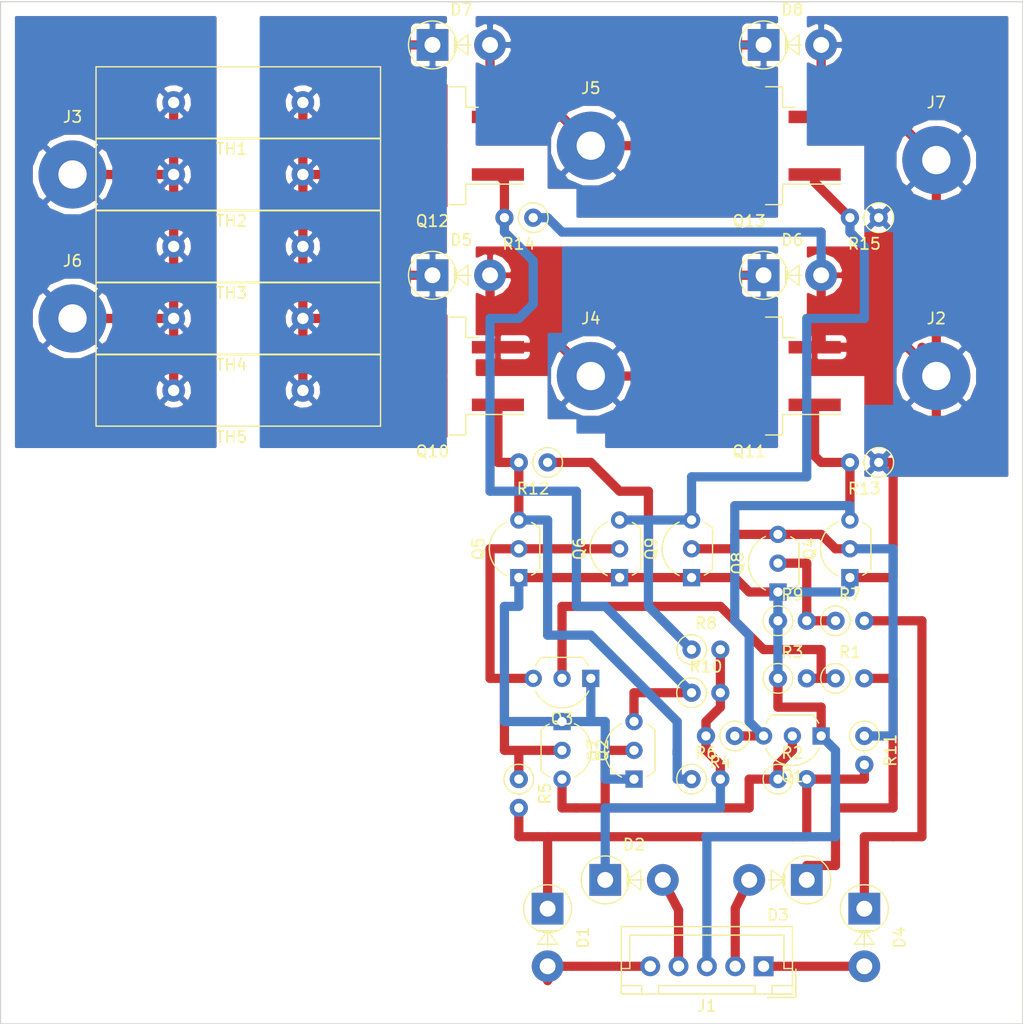
<source format=kicad_pcb>
(kicad_pcb (version 4) (host pcbnew 4.0.7)

  (general
    (links 100)
    (no_connects 0)
    (area 83.769999 44.116101 174.040001 134.670001)
    (thickness 1.6)
    (drawings 4)
    (tracks 227)
    (zones 0)
    (modules 48)
    (nets 23)
  )

  (page A4)
  (layers
    (0 F.Cu signal)
    (31 B.Cu signal)
    (32 B.Adhes user)
    (33 F.Adhes user)
    (34 B.Paste user)
    (35 F.Paste user)
    (36 B.SilkS user)
    (37 F.SilkS user)
    (38 B.Mask user)
    (39 F.Mask user)
    (40 Dwgs.User user)
    (41 Cmts.User user)
    (42 Eco1.User user)
    (43 Eco2.User user)
    (44 Edge.Cuts user)
    (45 Margin user)
    (46 B.CrtYd user)
    (47 F.CrtYd user)
    (48 B.Fab user)
    (49 F.Fab user)
  )

  (setup
    (last_trace_width 0.8128)
    (user_trace_width 0.254)
    (user_trace_width 0.508)
    (user_trace_width 0.635)
    (user_trace_width 0.8128)
    (user_trace_width 1.27)
    (user_trace_width 2.54)
    (user_trace_width 5.08)
    (user_trace_width 6.35)
    (trace_clearance 0.254)
    (zone_clearance 0.508)
    (zone_45_only yes)
    (trace_min 0.254)
    (segment_width 0.2)
    (edge_width 0.1)
    (via_size 0.889)
    (via_drill 0.8128)
    (via_min_size 0.889)
    (via_min_drill 0.8128)
    (uvia_size 0.889)
    (uvia_drill 0.8128)
    (uvias_allowed no)
    (uvia_min_size 0.889)
    (uvia_min_drill 0.1)
    (pcb_text_width 0.3)
    (pcb_text_size 1.5 1.5)
    (mod_edge_width 0.15)
    (mod_text_size 1 1)
    (mod_text_width 0.15)
    (pad_size 2 2)
    (pad_drill 1.2)
    (pad_to_mask_clearance 0)
    (aux_axis_origin 0 0)
    (visible_elements 7FFFFFFF)
    (pcbplotparams
      (layerselection 0x01000_80000001)
      (usegerberextensions false)
      (excludeedgelayer true)
      (linewidth 0.100000)
      (plotframeref false)
      (viasonmask false)
      (mode 1)
      (useauxorigin false)
      (hpglpennumber 1)
      (hpglpenspeed 20)
      (hpglpendiameter 15)
      (hpglpenoverlay 2)
      (psnegative false)
      (psa4output false)
      (plotreference true)
      (plotvalue true)
      (plotinvisibletext false)
      (padsonsilk false)
      (subtractmaskfromsilk false)
      (outputformat 1)
      (mirror false)
      (drillshape 0)
      (scaleselection 1)
      (outputdirectory GerberOut/))
  )

  (net 0 "")
  (net 1 /VSW)
  (net 2 "Net-(D1-Pad2)")
  (net 3 /VG)
  (net 4 "Net-(D2-Pad2)")
  (net 5 /Dir)
  (net 6 "Net-(D3-Pad2)")
  (net 7 /Speed)
  (net 8 "Net-(D4-Pad2)")
  (net 9 "Net-(D5-Pad1)")
  (net 10 "Net-(D5-Pad2)")
  (net 11 GND)
  (net 12 "Net-(D7-Pad2)")
  (net 13 "Net-(J3-Pad1)")
  (net 14 /MBB)
  (net 15 /BBM)
  (net 16 /MFB)
  (net 17 "Net-(Q3-Pad2)")
  (net 18 /iSpeed)
  (net 19 /MFF)
  (net 20 /FBM)
  (net 21 /MBF)
  (net 22 "Net-(Q8-Pad2)")

  (net_class Default "This is the default net class."
    (clearance 0.254)
    (trace_width 0.8128)
    (via_dia 0.889)
    (via_drill 0.8128)
    (uvia_dia 0.889)
    (uvia_drill 0.8128)
    (add_net /BBM)
    (add_net /Dir)
    (add_net /FBM)
    (add_net /MBB)
    (add_net /MBF)
    (add_net /MFB)
    (add_net /MFF)
    (add_net /Speed)
    (add_net /VG)
    (add_net /VSW)
    (add_net /iSpeed)
    (add_net GND)
    (add_net "Net-(D1-Pad2)")
    (add_net "Net-(D2-Pad2)")
    (add_net "Net-(D3-Pad2)")
    (add_net "Net-(D4-Pad2)")
    (add_net "Net-(D5-Pad1)")
    (add_net "Net-(D5-Pad2)")
    (add_net "Net-(D7-Pad2)")
    (add_net "Net-(J3-Pad1)")
    (add_net "Net-(Q3-Pad2)")
    (add_net "Net-(Q8-Pad2)")
  )

  (module Resistors_THT:R_Axial_DIN0207_L6.3mm_D2.5mm_P2.54mm_Vertical (layer F.Cu) (tedit 5A486251) (tstamp 5A481F2E)
    (at 132.08 85.09 180)
    (descr "Resistor, Axial_DIN0207 series, Axial, Vertical, pin pitch=2.54mm, 0.25W = 1/4W, length*diameter=6.3*2.5mm^2, http://cdn-reichelt.de/documents/datenblatt/B400/1_4W%23YAG.pdf")
    (tags "Resistor Axial_DIN0207 series Axial Vertical pin pitch 2.54mm 0.25W = 1/4W length 6.3mm diameter 2.5mm")
    (path /5A4741C0)
    (fp_text reference R12 (at 1.27 -2.31 180) (layer F.SilkS)
      (effects (font (size 1 1) (thickness 0.15)))
    )
    (fp_text value 1Meg (at 1.27 2.31 180) (layer F.Fab)
      (effects (font (size 1 1) (thickness 0.15)))
    )
    (fp_circle (center 0 0) (end 1.25 0) (layer F.Fab) (width 0.1))
    (fp_circle (center 0 0) (end 1.31 0) (layer F.SilkS) (width 0.12))
    (fp_line (start 0 0) (end 2.54 0) (layer F.Fab) (width 0.1))
    (fp_line (start 1.31 0) (end 1.44 0) (layer F.SilkS) (width 0.12))
    (fp_line (start -1.6 -1.6) (end -1.6 1.6) (layer F.CrtYd) (width 0.05))
    (fp_line (start -1.6 1.6) (end 3.65 1.6) (layer F.CrtYd) (width 0.05))
    (fp_line (start 3.65 1.6) (end 3.65 -1.6) (layer F.CrtYd) (width 0.05))
    (fp_line (start 3.65 -1.6) (end -1.6 -1.6) (layer F.CrtYd) (width 0.05))
    (pad 1 thru_hole circle (at 0 0 180) (size 1.6 1.6) (drill 0.8128) (layers *.Cu *.Mask)
      (net 11 GND))
    (pad 2 thru_hole oval (at 2.54 0 180) (size 1.6 1.6) (drill 0.8128) (layers *.Cu *.Mask)
      (net 19 /MFF))
    (model ${KISYS3DMOD}/Resistors_THT.3dshapes/R_Axial_DIN0207_L6.3mm_D2.5mm_P2.54mm_Vertical.wrl
      (at (xyz 0 0 0))
      (scale (xyz 0.393701 0.393701 0.393701))
      (rotate (xyz 0 0 0))
    )
  )

  (module TO_SOT_Packages_SMD:TO-263-2 (layer F.Cu) (tedit 590079C0) (tstamp 5A481E1A)
    (at 121.92 77.47 180)
    (descr "TO-263 / D2PAK / DDPAK SMD package, http://www.infineon.com/cms/en/product/packages/PG-TO263/PG-TO263-3-1/")
    (tags "D2PAK DDPAK TO-263 D2PAK-3 TO-263-3 SOT-404")
    (path /5A4730B0)
    (attr smd)
    (fp_text reference Q10 (at 0 -6.65 180) (layer F.SilkS)
      (effects (font (size 1 1) (thickness 0.15)))
    )
    (fp_text value Q_NMOS_DGS (at 0 6.65 180) (layer F.Fab)
      (effects (font (size 1 1) (thickness 0.15)))
    )
    (fp_line (start 6.5 -5) (end 7.5 -5) (layer F.Fab) (width 0.1))
    (fp_line (start 7.5 -5) (end 7.5 5) (layer F.Fab) (width 0.1))
    (fp_line (start 7.5 5) (end 6.5 5) (layer F.Fab) (width 0.1))
    (fp_line (start 6.5 -5) (end 6.5 5) (layer F.Fab) (width 0.1))
    (fp_line (start 6.5 5) (end -2.75 5) (layer F.Fab) (width 0.1))
    (fp_line (start -2.75 5) (end -2.75 -4) (layer F.Fab) (width 0.1))
    (fp_line (start -2.75 -4) (end -1.75 -5) (layer F.Fab) (width 0.1))
    (fp_line (start -1.75 -5) (end 6.5 -5) (layer F.Fab) (width 0.1))
    (fp_line (start -2.75 -3.04) (end -7.45 -3.04) (layer F.Fab) (width 0.1))
    (fp_line (start -7.45 -3.04) (end -7.45 -2.04) (layer F.Fab) (width 0.1))
    (fp_line (start -7.45 -2.04) (end -2.75 -2.04) (layer F.Fab) (width 0.1))
    (fp_line (start -2.75 2.04) (end -7.45 2.04) (layer F.Fab) (width 0.1))
    (fp_line (start -7.45 2.04) (end -7.45 3.04) (layer F.Fab) (width 0.1))
    (fp_line (start -7.45 3.04) (end -2.75 3.04) (layer F.Fab) (width 0.1))
    (fp_line (start -1.45 -5.2) (end -2.95 -5.2) (layer F.SilkS) (width 0.12))
    (fp_line (start -2.95 -5.2) (end -2.95 -3.39) (layer F.SilkS) (width 0.12))
    (fp_line (start -2.95 -3.39) (end -8.075 -3.39) (layer F.SilkS) (width 0.12))
    (fp_line (start -1.45 5.2) (end -2.95 5.2) (layer F.SilkS) (width 0.12))
    (fp_line (start -2.95 5.2) (end -2.95 3.39) (layer F.SilkS) (width 0.12))
    (fp_line (start -2.95 3.39) (end -4.05 3.39) (layer F.SilkS) (width 0.12))
    (fp_line (start -8.32 -5.65) (end -8.32 5.65) (layer F.CrtYd) (width 0.05))
    (fp_line (start -8.32 5.65) (end 8.32 5.65) (layer F.CrtYd) (width 0.05))
    (fp_line (start 8.32 5.65) (end 8.32 -5.65) (layer F.CrtYd) (width 0.05))
    (fp_line (start 8.32 -5.65) (end -8.32 -5.65) (layer F.CrtYd) (width 0.05))
    (fp_text user %R (at 0 0 180) (layer F.Fab)
      (effects (font (size 1 1) (thickness 0.15)))
    )
    (pad 1 smd rect (at -5.775 -2.54 180) (size 4.6 1.1) (layers F.Cu F.Paste F.Mask)
      (net 19 /MFF))
    (pad 3 smd rect (at -5.775 2.54 180) (size 4.6 1.1) (layers F.Cu F.Paste F.Mask)
      (net 10 "Net-(D5-Pad2)"))
    (pad 2 smd rect (at 3.375 0 180) (size 9.4 10.8) (layers F.Cu F.Mask)
      (net 9 "Net-(D5-Pad1)"))
    (pad 2 smd rect (at 5.8 2.775 180) (size 4.55 5.25) (layers F.Cu F.Paste)
      (net 9 "Net-(D5-Pad1)"))
    (pad 2 smd rect (at 0.95 -2.775 180) (size 4.55 5.25) (layers F.Cu F.Paste)
      (net 9 "Net-(D5-Pad1)"))
    (pad 2 smd rect (at 5.8 -2.775 180) (size 4.55 5.25) (layers F.Cu F.Paste)
      (net 9 "Net-(D5-Pad1)"))
    (pad 2 smd rect (at 0.95 2.775 180) (size 4.55 5.25) (layers F.Cu F.Paste)
      (net 9 "Net-(D5-Pad1)"))
    (model ${KISYS3DMOD}/TO_SOT_Packages_SMD.3dshapes/TO-263-2.wrl
      (at (xyz 0 0 0))
      (scale (xyz 1 1 1))
      (rotate (xyz 0 0 0))
    )
  )

  (module TO_SOT_Packages_THT:TO-92_Inline_Wide (layer F.Cu) (tedit 58CE52AF) (tstamp 5A481D56)
    (at 156.21 109.22 180)
    (descr "TO-92 leads in-line, wide, drill 0.8mm (see NXP sot054_po.pdf)")
    (tags "to-92 sc-43 sc-43a sot54 PA33 transistor")
    (path /5A475931)
    (fp_text reference Q1 (at 2.54 -3.56 360) (layer F.SilkS)
      (effects (font (size 1 1) (thickness 0.15)))
    )
    (fp_text value 2N3904 (at 2.54 2.79 180) (layer F.Fab)
      (effects (font (size 1 1) (thickness 0.15)))
    )
    (fp_text user %R (at 2.54 -3.56 360) (layer F.Fab)
      (effects (font (size 1 1) (thickness 0.15)))
    )
    (fp_line (start 0.74 1.85) (end 4.34 1.85) (layer F.SilkS) (width 0.12))
    (fp_line (start 0.8 1.75) (end 4.3 1.75) (layer F.Fab) (width 0.1))
    (fp_line (start -1.01 -2.73) (end 6.09 -2.73) (layer F.CrtYd) (width 0.05))
    (fp_line (start -1.01 -2.73) (end -1.01 2.01) (layer F.CrtYd) (width 0.05))
    (fp_line (start 6.09 2.01) (end 6.09 -2.73) (layer F.CrtYd) (width 0.05))
    (fp_line (start 6.09 2.01) (end -1.01 2.01) (layer F.CrtYd) (width 0.05))
    (fp_arc (start 2.54 0) (end 0.74 1.85) (angle 20) (layer F.SilkS) (width 0.12))
    (fp_arc (start 2.54 0) (end 2.54 -2.6) (angle -65) (layer F.SilkS) (width 0.12))
    (fp_arc (start 2.54 0) (end 2.54 -2.6) (angle 65) (layer F.SilkS) (width 0.12))
    (fp_arc (start 2.54 0) (end 2.54 -2.48) (angle 135) (layer F.Fab) (width 0.1))
    (fp_arc (start 2.54 0) (end 2.54 -2.48) (angle -135) (layer F.Fab) (width 0.1))
    (fp_arc (start 2.54 0) (end 4.34 1.85) (angle -20) (layer F.SilkS) (width 0.12))
    (pad 2 thru_hole circle (at 2.54 0 270) (size 1.52 1.52) (drill 0.8128) (layers *.Cu *.Mask)
      (net 14 /MBB))
    (pad 3 thru_hole circle (at 5.08 0 270) (size 1.52 1.52) (drill 0.8128) (layers *.Cu *.Mask)
      (net 15 /BBM))
    (pad 1 thru_hole rect (at 0 0 270) (size 1.52 1.52) (drill 0.8128) (layers *.Cu *.Mask)
      (net 11 GND))
    (model ${KISYS3DMOD}/TO_SOT_Packages_THT.3dshapes/TO-92_Inline_Wide.wrl
      (at (xyz 0.1 0 0))
      (scale (xyz 1 1 1))
      (rotate (xyz 0 0 -90))
    )
  )

  (module Resistors_THT:R_Axial_DIN0207_L6.3mm_D2.5mm_P2.54mm_Vertical (layer F.Cu) (tedit 5874F706) (tstamp 5A481EBE)
    (at 148.59 109.22 180)
    (descr "Resistor, Axial_DIN0207 series, Axial, Vertical, pin pitch=2.54mm, 0.25W = 1/4W, length*diameter=6.3*2.5mm^2, http://cdn-reichelt.de/documents/datenblatt/B400/1_4W%23YAG.pdf")
    (tags "Resistor Axial_DIN0207 series Axial Vertical pin pitch 2.54mm 0.25W = 1/4W length 6.3mm diameter 2.5mm")
    (path /5A4755E8)
    (fp_text reference R4 (at 1.27 -2.31 180) (layer F.SilkS)
      (effects (font (size 1 1) (thickness 0.15)))
    )
    (fp_text value 10K (at 1.27 2.31 180) (layer F.Fab)
      (effects (font (size 1 1) (thickness 0.15)))
    )
    (fp_circle (center 0 0) (end 1.25 0) (layer F.Fab) (width 0.1))
    (fp_circle (center 0 0) (end 1.31 0) (layer F.SilkS) (width 0.12))
    (fp_line (start 0 0) (end 2.54 0) (layer F.Fab) (width 0.1))
    (fp_line (start 1.31 0) (end 1.44 0) (layer F.SilkS) (width 0.12))
    (fp_line (start -1.6 -1.6) (end -1.6 1.6) (layer F.CrtYd) (width 0.05))
    (fp_line (start -1.6 1.6) (end 3.65 1.6) (layer F.CrtYd) (width 0.05))
    (fp_line (start 3.65 1.6) (end 3.65 -1.6) (layer F.CrtYd) (width 0.05))
    (fp_line (start 3.65 -1.6) (end -1.6 -1.6) (layer F.CrtYd) (width 0.05))
    (pad 1 thru_hole circle (at 0 0 180) (size 1.6 1.6) (drill 0.8128) (layers *.Cu *.Mask)
      (net 15 /BBM))
    (pad 2 thru_hole oval (at 2.54 0 180) (size 1.6 1.6) (drill 0.8128) (layers *.Cu *.Mask)
      (net 3 /VG))
    (model ${KISYS3DMOD}/Resistors_THT.3dshapes/R_Axial_DIN0207_L6.3mm_D2.5mm_P2.54mm_Vertical.wrl
      (at (xyz 0 0 0))
      (scale (xyz 0.393701 0.393701 0.393701))
      (rotate (xyz 0 0 0))
    )
  )

  (module Fuse_Holders_and_Fuses:Fuse_Littelfuse-LVR200 (layer F.Cu) (tedit 5909D743) (tstamp 5A481FA4)
    (at 110.49 72.39 180)
    (descr "Littelfuse, resettable fuse, PTC, polyswitch LVR200, Ih 2A, http://www.littelfuse.com/~/media/electronics/datasheets/resettable_ptcs/littelfuse_ptc_lvr_catalog_datasheet.pdf.pdf")
    (tags "LVR200 PTC resettable polyswitch ")
    (path /5A4722F9)
    (fp_text reference TH4 (at 6.3 -4.1 180) (layer F.SilkS)
      (effects (font (size 1 1) (thickness 0.15)))
    )
    (fp_text value Thermistor_PTC (at 5.5 4.2 180) (layer F.Fab)
      (effects (font (size 1 1) (thickness 0.15)))
    )
    (fp_text user %R (at 6 0 180) (layer F.Fab)
      (effects (font (size 1 1) (thickness 0.15)))
    )
    (fp_line (start -6.75 3.05) (end 18.15 3.05) (layer F.Fab) (width 0.1))
    (fp_line (start 18.15 3.05) (end 18.15 -3.05) (layer F.Fab) (width 0.1))
    (fp_line (start 18.15 -3.05) (end -6.75 -3.05) (layer F.Fab) (width 0.1))
    (fp_line (start -6.75 -3.05) (end -6.75 3.05) (layer F.Fab) (width 0.1))
    (fp_line (start -7 -3.3) (end 18.4 -3.3) (layer F.CrtYd) (width 0.05))
    (fp_line (start -7 -3.3) (end -7 3.3) (layer F.CrtYd) (width 0.05))
    (fp_line (start 18.4 3.3) (end 18.4 -3.3) (layer F.CrtYd) (width 0.05))
    (fp_line (start 18.4 3.3) (end -7 3.3) (layer F.CrtYd) (width 0.05))
    (fp_line (start -6.85 -3.15) (end 18.25 -3.15) (layer F.SilkS) (width 0.12))
    (fp_line (start -6.85 -3.15) (end -6.85 3.15) (layer F.SilkS) (width 0.12))
    (fp_line (start 18.25 3.15) (end 18.25 -3.15) (layer F.SilkS) (width 0.12))
    (fp_line (start 18.25 3.15) (end -6.85 3.15) (layer F.SilkS) (width 0.12))
    (pad 1 thru_hole circle (at 0 0 180) (size 2 2) (drill 1) (layers *.Cu *.Mask)
      (net 9 "Net-(D5-Pad1)"))
    (pad 2 thru_hole circle (at 11.4 0 180) (size 2 2) (drill 1) (layers *.Cu *.Mask)
      (net 13 "Net-(J3-Pad1)"))
    (model ${KISYS3DMOD}/Fuse_Holders_and_Fuses.3dshapes/Fuse_Littelfuse-LVR200.wrl
      (at (xyz 0 0 0))
      (scale (xyz 1 1 1))
      (rotate (xyz 0 0 0))
    )
  )

  (module Diodes_THT:D_5W_P5.08mm_Vertical_AnodeUp (layer F.Cu) (tedit 5921392E) (tstamp 5A481C6B)
    (at 132.08 124.46 270)
    (descr "D, 5W series, Axial, Vertical, pin pitch=5.08mm, , length*diameter=8.9*3.7mm^2, , http://www.diodes.com/_files/packages/8686949.gif")
    (tags "D 5W series Axial Vertical pin pitch 5.08mm  length 8.9mm diameter 3.7mm")
    (path /5A490C2E)
    (fp_text reference D1 (at 2.54 -3.114899 270) (layer F.SilkS)
      (effects (font (size 1 1) (thickness 0.15)))
    )
    (fp_text value 1N4007 (at 2.54 3.114899 270) (layer F.Fab)
      (effects (font (size 1 1) (thickness 0.15)))
    )
    (fp_text user K (at -2.814899 0 270) (layer F.Fab)
      (effects (font (size 1 1) (thickness 0.15)))
    )
    (fp_text user %R (at 2.54 0 270) (layer F.Fab)
      (effects (font (size 1 1) (thickness 0.15)))
    )
    (fp_line (start 0 0) (end 5.08 0) (layer F.Fab) (width 0.1))
    (fp_line (start 2.114899 0) (end 3.38 0) (layer F.SilkS) (width 0.12))
    (fp_line (start 1.947333 -0.889) (end 1.947333 0.889) (layer F.SilkS) (width 0.12))
    (fp_line (start 1.947333 0) (end 3.132667 -0.889) (layer F.SilkS) (width 0.12))
    (fp_line (start 3.132667 -0.889) (end 3.132667 0.889) (layer F.SilkS) (width 0.12))
    (fp_line (start 3.132667 0.889) (end 1.947333 0) (layer F.SilkS) (width 0.12))
    (fp_line (start -2.2 -2.4) (end -2.2 2.4) (layer F.CrtYd) (width 0.05))
    (fp_line (start -2.2 2.4) (end 6.8 2.4) (layer F.CrtYd) (width 0.05))
    (fp_line (start 6.8 2.4) (end 6.8 -2.4) (layer F.CrtYd) (width 0.05))
    (fp_line (start 6.8 -2.4) (end -2.2 -2.4) (layer F.CrtYd) (width 0.05))
    (fp_circle (center 0 0) (end 1.85 0) (layer F.Fab) (width 0.1))
    (fp_circle (center 0 0) (end 2.114899 0) (layer F.SilkS) (width 0.12))
    (pad 1 thru_hole rect (at 0 0 270) (size 2.8 2.8) (drill 1.4) (layers *.Cu *.Mask)
      (net 1 /VSW))
    (pad 2 thru_hole oval (at 5.08 0 270) (size 2.8 2.8) (drill 1.4) (layers *.Cu *.Mask)
      (net 2 "Net-(D1-Pad2)"))
    (model ${KISYS3DMOD}/Diodes_THT.3dshapes/D_5W_P5.08mm_Vertical_AnodeUp.wrl
      (at (xyz 0 0 0))
      (scale (xyz 0.393701 0.393701 0.393701))
      (rotate (xyz 0 0 0))
    )
  )

  (module Diodes_THT:D_5W_P5.08mm_Vertical_AnodeUp (layer F.Cu) (tedit 5921392E) (tstamp 5A481C7F)
    (at 137.16 121.92)
    (descr "D, 5W series, Axial, Vertical, pin pitch=5.08mm, , length*diameter=8.9*3.7mm^2, , http://www.diodes.com/_files/packages/8686949.gif")
    (tags "D 5W series Axial Vertical pin pitch 5.08mm  length 8.9mm diameter 3.7mm")
    (path /5A491143)
    (fp_text reference D2 (at 2.54 -3.114899) (layer F.SilkS)
      (effects (font (size 1 1) (thickness 0.15)))
    )
    (fp_text value 1N4007 (at 2.54 3.114899) (layer F.Fab)
      (effects (font (size 1 1) (thickness 0.15)))
    )
    (fp_text user K (at -2.814899 0) (layer F.Fab)
      (effects (font (size 1 1) (thickness 0.15)))
    )
    (fp_text user %R (at 2.54 0) (layer F.Fab)
      (effects (font (size 1 1) (thickness 0.15)))
    )
    (fp_line (start 0 0) (end 5.08 0) (layer F.Fab) (width 0.1))
    (fp_line (start 2.114899 0) (end 3.38 0) (layer F.SilkS) (width 0.12))
    (fp_line (start 1.947333 -0.889) (end 1.947333 0.889) (layer F.SilkS) (width 0.12))
    (fp_line (start 1.947333 0) (end 3.132667 -0.889) (layer F.SilkS) (width 0.12))
    (fp_line (start 3.132667 -0.889) (end 3.132667 0.889) (layer F.SilkS) (width 0.12))
    (fp_line (start 3.132667 0.889) (end 1.947333 0) (layer F.SilkS) (width 0.12))
    (fp_line (start -2.2 -2.4) (end -2.2 2.4) (layer F.CrtYd) (width 0.05))
    (fp_line (start -2.2 2.4) (end 6.8 2.4) (layer F.CrtYd) (width 0.05))
    (fp_line (start 6.8 2.4) (end 6.8 -2.4) (layer F.CrtYd) (width 0.05))
    (fp_line (start 6.8 -2.4) (end -2.2 -2.4) (layer F.CrtYd) (width 0.05))
    (fp_circle (center 0 0) (end 1.85 0) (layer F.Fab) (width 0.1))
    (fp_circle (center 0 0) (end 2.114899 0) (layer F.SilkS) (width 0.12))
    (pad 1 thru_hole rect (at 0 0) (size 2.8 2.8) (drill 1.4) (layers *.Cu *.Mask)
      (net 3 /VG))
    (pad 2 thru_hole oval (at 5.08 0) (size 2.8 2.8) (drill 1.4) (layers *.Cu *.Mask)
      (net 4 "Net-(D2-Pad2)"))
    (model ${KISYS3DMOD}/Diodes_THT.3dshapes/D_5W_P5.08mm_Vertical_AnodeUp.wrl
      (at (xyz 0 0 0))
      (scale (xyz 0.393701 0.393701 0.393701))
      (rotate (xyz 0 0 0))
    )
  )

  (module Diodes_THT:D_5W_P5.08mm_Vertical_AnodeUp (layer F.Cu) (tedit 5921392E) (tstamp 5A481C93)
    (at 154.94 121.92 180)
    (descr "D, 5W series, Axial, Vertical, pin pitch=5.08mm, , length*diameter=8.9*3.7mm^2, , http://www.diodes.com/_files/packages/8686949.gif")
    (tags "D 5W series Axial Vertical pin pitch 5.08mm  length 8.9mm diameter 3.7mm")
    (path /5A4912D7)
    (fp_text reference D3 (at 2.54 -3.114899 180) (layer F.SilkS)
      (effects (font (size 1 1) (thickness 0.15)))
    )
    (fp_text value 1N4007 (at 2.54 3.114899 180) (layer F.Fab)
      (effects (font (size 1 1) (thickness 0.15)))
    )
    (fp_text user K (at -2.814899 0 180) (layer F.Fab)
      (effects (font (size 1 1) (thickness 0.15)))
    )
    (fp_text user %R (at 2.54 0 180) (layer F.Fab)
      (effects (font (size 1 1) (thickness 0.15)))
    )
    (fp_line (start 0 0) (end 5.08 0) (layer F.Fab) (width 0.1))
    (fp_line (start 2.114899 0) (end 3.38 0) (layer F.SilkS) (width 0.12))
    (fp_line (start 1.947333 -0.889) (end 1.947333 0.889) (layer F.SilkS) (width 0.12))
    (fp_line (start 1.947333 0) (end 3.132667 -0.889) (layer F.SilkS) (width 0.12))
    (fp_line (start 3.132667 -0.889) (end 3.132667 0.889) (layer F.SilkS) (width 0.12))
    (fp_line (start 3.132667 0.889) (end 1.947333 0) (layer F.SilkS) (width 0.12))
    (fp_line (start -2.2 -2.4) (end -2.2 2.4) (layer F.CrtYd) (width 0.05))
    (fp_line (start -2.2 2.4) (end 6.8 2.4) (layer F.CrtYd) (width 0.05))
    (fp_line (start 6.8 2.4) (end 6.8 -2.4) (layer F.CrtYd) (width 0.05))
    (fp_line (start 6.8 -2.4) (end -2.2 -2.4) (layer F.CrtYd) (width 0.05))
    (fp_circle (center 0 0) (end 1.85 0) (layer F.Fab) (width 0.1))
    (fp_circle (center 0 0) (end 2.114899 0) (layer F.SilkS) (width 0.12))
    (pad 1 thru_hole rect (at 0 0 180) (size 2.8 2.8) (drill 1.4) (layers *.Cu *.Mask)
      (net 5 /Dir))
    (pad 2 thru_hole oval (at 5.08 0 180) (size 2.8 2.8) (drill 1.4) (layers *.Cu *.Mask)
      (net 6 "Net-(D3-Pad2)"))
    (model ${KISYS3DMOD}/Diodes_THT.3dshapes/D_5W_P5.08mm_Vertical_AnodeUp.wrl
      (at (xyz 0 0 0))
      (scale (xyz 0.393701 0.393701 0.393701))
      (rotate (xyz 0 0 0))
    )
  )

  (module Diodes_THT:D_5W_P5.08mm_Vertical_AnodeUp (layer F.Cu) (tedit 5921392E) (tstamp 5A481CA7)
    (at 160.02 124.46 270)
    (descr "D, 5W series, Axial, Vertical, pin pitch=5.08mm, , length*diameter=8.9*3.7mm^2, , http://www.diodes.com/_files/packages/8686949.gif")
    (tags "D 5W series Axial Vertical pin pitch 5.08mm  length 8.9mm diameter 3.7mm")
    (path /5A491371)
    (fp_text reference D4 (at 2.54 -3.114899 270) (layer F.SilkS)
      (effects (font (size 1 1) (thickness 0.15)))
    )
    (fp_text value 1N4007 (at 2.54 3.114899 270) (layer F.Fab)
      (effects (font (size 1 1) (thickness 0.15)))
    )
    (fp_text user K (at -2.814899 0 270) (layer F.Fab)
      (effects (font (size 1 1) (thickness 0.15)))
    )
    (fp_text user %R (at 2.54 0 270) (layer F.Fab)
      (effects (font (size 1 1) (thickness 0.15)))
    )
    (fp_line (start 0 0) (end 5.08 0) (layer F.Fab) (width 0.1))
    (fp_line (start 2.114899 0) (end 3.38 0) (layer F.SilkS) (width 0.12))
    (fp_line (start 1.947333 -0.889) (end 1.947333 0.889) (layer F.SilkS) (width 0.12))
    (fp_line (start 1.947333 0) (end 3.132667 -0.889) (layer F.SilkS) (width 0.12))
    (fp_line (start 3.132667 -0.889) (end 3.132667 0.889) (layer F.SilkS) (width 0.12))
    (fp_line (start 3.132667 0.889) (end 1.947333 0) (layer F.SilkS) (width 0.12))
    (fp_line (start -2.2 -2.4) (end -2.2 2.4) (layer F.CrtYd) (width 0.05))
    (fp_line (start -2.2 2.4) (end 6.8 2.4) (layer F.CrtYd) (width 0.05))
    (fp_line (start 6.8 2.4) (end 6.8 -2.4) (layer F.CrtYd) (width 0.05))
    (fp_line (start 6.8 -2.4) (end -2.2 -2.4) (layer F.CrtYd) (width 0.05))
    (fp_circle (center 0 0) (end 1.85 0) (layer F.Fab) (width 0.1))
    (fp_circle (center 0 0) (end 2.114899 0) (layer F.SilkS) (width 0.12))
    (pad 1 thru_hole rect (at 0 0 270) (size 2.8 2.8) (drill 1.4) (layers *.Cu *.Mask)
      (net 7 /Speed))
    (pad 2 thru_hole oval (at 5.08 0 270) (size 2.8 2.8) (drill 1.4) (layers *.Cu *.Mask)
      (net 8 "Net-(D4-Pad2)"))
    (model ${KISYS3DMOD}/Diodes_THT.3dshapes/D_5W_P5.08mm_Vertical_AnodeUp.wrl
      (at (xyz 0 0 0))
      (scale (xyz 0.393701 0.393701 0.393701))
      (rotate (xyz 0 0 0))
    )
  )

  (module Diodes_THT:D_5W_P5.08mm_Vertical_AnodeUp (layer F.Cu) (tedit 5921392E) (tstamp 5A481CBB)
    (at 121.92 68.58)
    (descr "D, 5W series, Axial, Vertical, pin pitch=5.08mm, , length*diameter=8.9*3.7mm^2, , http://www.diodes.com/_files/packages/8686949.gif")
    (tags "D 5W series Axial Vertical pin pitch 5.08mm  length 8.9mm diameter 3.7mm")
    (path /5A472771)
    (fp_text reference D5 (at 2.54 -3.114899) (layer F.SilkS)
      (effects (font (size 1 1) (thickness 0.15)))
    )
    (fp_text value 1N4007 (at 2.54 3.114899) (layer F.Fab)
      (effects (font (size 1 1) (thickness 0.15)))
    )
    (fp_text user K (at -2.814899 0) (layer F.Fab)
      (effects (font (size 1 1) (thickness 0.15)))
    )
    (fp_text user %R (at 2.54 0) (layer F.Fab)
      (effects (font (size 1 1) (thickness 0.15)))
    )
    (fp_line (start 0 0) (end 5.08 0) (layer F.Fab) (width 0.1))
    (fp_line (start 2.114899 0) (end 3.38 0) (layer F.SilkS) (width 0.12))
    (fp_line (start 1.947333 -0.889) (end 1.947333 0.889) (layer F.SilkS) (width 0.12))
    (fp_line (start 1.947333 0) (end 3.132667 -0.889) (layer F.SilkS) (width 0.12))
    (fp_line (start 3.132667 -0.889) (end 3.132667 0.889) (layer F.SilkS) (width 0.12))
    (fp_line (start 3.132667 0.889) (end 1.947333 0) (layer F.SilkS) (width 0.12))
    (fp_line (start -2.2 -2.4) (end -2.2 2.4) (layer F.CrtYd) (width 0.05))
    (fp_line (start -2.2 2.4) (end 6.8 2.4) (layer F.CrtYd) (width 0.05))
    (fp_line (start 6.8 2.4) (end 6.8 -2.4) (layer F.CrtYd) (width 0.05))
    (fp_line (start 6.8 -2.4) (end -2.2 -2.4) (layer F.CrtYd) (width 0.05))
    (fp_circle (center 0 0) (end 1.85 0) (layer F.Fab) (width 0.1))
    (fp_circle (center 0 0) (end 2.114899 0) (layer F.SilkS) (width 0.12))
    (pad 1 thru_hole rect (at 0 0) (size 2.8 2.8) (drill 1.4) (layers *.Cu *.Mask)
      (net 9 "Net-(D5-Pad1)"))
    (pad 2 thru_hole oval (at 5.08 0) (size 2.8 2.8) (drill 1.4) (layers *.Cu *.Mask)
      (net 10 "Net-(D5-Pad2)"))
    (model ${KISYS3DMOD}/Diodes_THT.3dshapes/D_5W_P5.08mm_Vertical_AnodeUp.wrl
      (at (xyz 0 0 0))
      (scale (xyz 0.393701 0.393701 0.393701))
      (rotate (xyz 0 0 0))
    )
  )

  (module Diodes_THT:D_5W_P5.08mm_Vertical_AnodeUp (layer F.Cu) (tedit 5921392E) (tstamp 5A481CCF)
    (at 151.13 68.58)
    (descr "D, 5W series, Axial, Vertical, pin pitch=5.08mm, , length*diameter=8.9*3.7mm^2, , http://www.diodes.com/_files/packages/8686949.gif")
    (tags "D 5W series Axial Vertical pin pitch 5.08mm  length 8.9mm diameter 3.7mm")
    (path /5A472A6C)
    (fp_text reference D6 (at 2.54 -3.114899) (layer F.SilkS)
      (effects (font (size 1 1) (thickness 0.15)))
    )
    (fp_text value 1N4007 (at 2.54 3.114899) (layer F.Fab)
      (effects (font (size 1 1) (thickness 0.15)))
    )
    (fp_text user K (at -2.814899 0) (layer F.Fab)
      (effects (font (size 1 1) (thickness 0.15)))
    )
    (fp_text user %R (at 2.54 0) (layer F.Fab)
      (effects (font (size 1 1) (thickness 0.15)))
    )
    (fp_line (start 0 0) (end 5.08 0) (layer F.Fab) (width 0.1))
    (fp_line (start 2.114899 0) (end 3.38 0) (layer F.SilkS) (width 0.12))
    (fp_line (start 1.947333 -0.889) (end 1.947333 0.889) (layer F.SilkS) (width 0.12))
    (fp_line (start 1.947333 0) (end 3.132667 -0.889) (layer F.SilkS) (width 0.12))
    (fp_line (start 3.132667 -0.889) (end 3.132667 0.889) (layer F.SilkS) (width 0.12))
    (fp_line (start 3.132667 0.889) (end 1.947333 0) (layer F.SilkS) (width 0.12))
    (fp_line (start -2.2 -2.4) (end -2.2 2.4) (layer F.CrtYd) (width 0.05))
    (fp_line (start -2.2 2.4) (end 6.8 2.4) (layer F.CrtYd) (width 0.05))
    (fp_line (start 6.8 2.4) (end 6.8 -2.4) (layer F.CrtYd) (width 0.05))
    (fp_line (start 6.8 -2.4) (end -2.2 -2.4) (layer F.CrtYd) (width 0.05))
    (fp_circle (center 0 0) (end 1.85 0) (layer F.Fab) (width 0.1))
    (fp_circle (center 0 0) (end 2.114899 0) (layer F.SilkS) (width 0.12))
    (pad 1 thru_hole rect (at 0 0) (size 2.8 2.8) (drill 1.4) (layers *.Cu *.Mask)
      (net 10 "Net-(D5-Pad2)"))
    (pad 2 thru_hole oval (at 5.08 0) (size 2.8 2.8) (drill 1.4) (layers *.Cu *.Mask)
      (net 11 GND))
    (model ${KISYS3DMOD}/Diodes_THT.3dshapes/D_5W_P5.08mm_Vertical_AnodeUp.wrl
      (at (xyz 0 0 0))
      (scale (xyz 0.393701 0.393701 0.393701))
      (rotate (xyz 0 0 0))
    )
  )

  (module Diodes_THT:D_5W_P5.08mm_Vertical_AnodeUp (layer F.Cu) (tedit 5921392E) (tstamp 5A481CE3)
    (at 121.92 48.26)
    (descr "D, 5W series, Axial, Vertical, pin pitch=5.08mm, , length*diameter=8.9*3.7mm^2, , http://www.diodes.com/_files/packages/8686949.gif")
    (tags "D 5W series Axial Vertical pin pitch 5.08mm  length 8.9mm diameter 3.7mm")
    (path /5A472949)
    (fp_text reference D7 (at 2.54 -3.114899) (layer F.SilkS)
      (effects (font (size 1 1) (thickness 0.15)))
    )
    (fp_text value 1N4007 (at 2.54 3.114899) (layer F.Fab)
      (effects (font (size 1 1) (thickness 0.15)))
    )
    (fp_text user K (at -2.814899 0) (layer F.Fab)
      (effects (font (size 1 1) (thickness 0.15)))
    )
    (fp_text user %R (at 2.54 0) (layer F.Fab)
      (effects (font (size 1 1) (thickness 0.15)))
    )
    (fp_line (start 0 0) (end 5.08 0) (layer F.Fab) (width 0.1))
    (fp_line (start 2.114899 0) (end 3.38 0) (layer F.SilkS) (width 0.12))
    (fp_line (start 1.947333 -0.889) (end 1.947333 0.889) (layer F.SilkS) (width 0.12))
    (fp_line (start 1.947333 0) (end 3.132667 -0.889) (layer F.SilkS) (width 0.12))
    (fp_line (start 3.132667 -0.889) (end 3.132667 0.889) (layer F.SilkS) (width 0.12))
    (fp_line (start 3.132667 0.889) (end 1.947333 0) (layer F.SilkS) (width 0.12))
    (fp_line (start -2.2 -2.4) (end -2.2 2.4) (layer F.CrtYd) (width 0.05))
    (fp_line (start -2.2 2.4) (end 6.8 2.4) (layer F.CrtYd) (width 0.05))
    (fp_line (start 6.8 2.4) (end 6.8 -2.4) (layer F.CrtYd) (width 0.05))
    (fp_line (start 6.8 -2.4) (end -2.2 -2.4) (layer F.CrtYd) (width 0.05))
    (fp_circle (center 0 0) (end 1.85 0) (layer F.Fab) (width 0.1))
    (fp_circle (center 0 0) (end 2.114899 0) (layer F.SilkS) (width 0.12))
    (pad 1 thru_hole rect (at 0 0) (size 2.8 2.8) (drill 1.4) (layers *.Cu *.Mask)
      (net 9 "Net-(D5-Pad1)"))
    (pad 2 thru_hole oval (at 5.08 0) (size 2.8 2.8) (drill 1.4) (layers *.Cu *.Mask)
      (net 12 "Net-(D7-Pad2)"))
    (model ${KISYS3DMOD}/Diodes_THT.3dshapes/D_5W_P5.08mm_Vertical_AnodeUp.wrl
      (at (xyz 0 0 0))
      (scale (xyz 0.393701 0.393701 0.393701))
      (rotate (xyz 0 0 0))
    )
  )

  (module Diodes_THT:D_5W_P5.08mm_Vertical_AnodeUp (layer F.Cu) (tedit 5921392E) (tstamp 5A481CF7)
    (at 151.13 48.26)
    (descr "D, 5W series, Axial, Vertical, pin pitch=5.08mm, , length*diameter=8.9*3.7mm^2, , http://www.diodes.com/_files/packages/8686949.gif")
    (tags "D 5W series Axial Vertical pin pitch 5.08mm  length 8.9mm diameter 3.7mm")
    (path /5A4729DB)
    (fp_text reference D8 (at 2.54 -3.114899) (layer F.SilkS)
      (effects (font (size 1 1) (thickness 0.15)))
    )
    (fp_text value 1N4007 (at 2.54 3.114899) (layer F.Fab)
      (effects (font (size 1 1) (thickness 0.15)))
    )
    (fp_text user K (at -2.814899 0) (layer F.Fab)
      (effects (font (size 1 1) (thickness 0.15)))
    )
    (fp_text user %R (at 2.54 0) (layer F.Fab)
      (effects (font (size 1 1) (thickness 0.15)))
    )
    (fp_line (start 0 0) (end 5.08 0) (layer F.Fab) (width 0.1))
    (fp_line (start 2.114899 0) (end 3.38 0) (layer F.SilkS) (width 0.12))
    (fp_line (start 1.947333 -0.889) (end 1.947333 0.889) (layer F.SilkS) (width 0.12))
    (fp_line (start 1.947333 0) (end 3.132667 -0.889) (layer F.SilkS) (width 0.12))
    (fp_line (start 3.132667 -0.889) (end 3.132667 0.889) (layer F.SilkS) (width 0.12))
    (fp_line (start 3.132667 0.889) (end 1.947333 0) (layer F.SilkS) (width 0.12))
    (fp_line (start -2.2 -2.4) (end -2.2 2.4) (layer F.CrtYd) (width 0.05))
    (fp_line (start -2.2 2.4) (end 6.8 2.4) (layer F.CrtYd) (width 0.05))
    (fp_line (start 6.8 2.4) (end 6.8 -2.4) (layer F.CrtYd) (width 0.05))
    (fp_line (start 6.8 -2.4) (end -2.2 -2.4) (layer F.CrtYd) (width 0.05))
    (fp_circle (center 0 0) (end 1.85 0) (layer F.Fab) (width 0.1))
    (fp_circle (center 0 0) (end 2.114899 0) (layer F.SilkS) (width 0.12))
    (pad 1 thru_hole rect (at 0 0) (size 2.8 2.8) (drill 1.4) (layers *.Cu *.Mask)
      (net 12 "Net-(D7-Pad2)"))
    (pad 2 thru_hole oval (at 5.08 0) (size 2.8 2.8) (drill 1.4) (layers *.Cu *.Mask)
      (net 11 GND))
    (model ${KISYS3DMOD}/Diodes_THT.3dshapes/D_5W_P5.08mm_Vertical_AnodeUp.wrl
      (at (xyz 0 0 0))
      (scale (xyz 0.393701 0.393701 0.393701))
      (rotate (xyz 0 0 0))
    )
  )

  (module Wire_Pads:SolderWirePad_single_2-5mmDrill (layer F.Cu) (tedit 0) (tstamp 5A481D29)
    (at 166.37 77.47)
    (path /5A4738D5)
    (fp_text reference J2 (at 0 -5.08) (layer F.SilkS)
      (effects (font (size 1 1) (thickness 0.15)))
    )
    (fp_text value Conn_01x01 (at 1.27 5.08) (layer F.Fab)
      (effects (font (size 1 1) (thickness 0.15)))
    )
    (pad 1 thru_hole circle (at 0 0) (size 5.99948 5.99948) (drill 2.49936) (layers *.Cu *.Mask)
      (net 11 GND))
  )

  (module Wire_Pads:SolderWirePad_single_2-5mmDrill (layer F.Cu) (tedit 0) (tstamp 5A481D2E)
    (at 90.17 59.69)
    (path /5A472033)
    (fp_text reference J3 (at 0 -5.08) (layer F.SilkS)
      (effects (font (size 1 1) (thickness 0.15)))
    )
    (fp_text value Conn_01x01 (at 1.27 5.08) (layer F.Fab)
      (effects (font (size 1 1) (thickness 0.15)))
    )
    (pad 1 thru_hole circle (at 0 0) (size 5.99948 5.99948) (drill 2.49936) (layers *.Cu *.Mask)
      (net 13 "Net-(J3-Pad1)"))
  )

  (module Wire_Pads:SolderWirePad_single_2-5mmDrill (layer F.Cu) (tedit 0) (tstamp 5A481D33)
    (at 135.89 77.47)
    (path /5A472EDB)
    (fp_text reference J4 (at 0 -5.08) (layer F.SilkS)
      (effects (font (size 1 1) (thickness 0.15)))
    )
    (fp_text value Conn_01x01 (at 1.27 5.08) (layer F.Fab)
      (effects (font (size 1 1) (thickness 0.15)))
    )
    (pad 1 thru_hole circle (at 0 0) (size 5.99948 5.99948) (drill 2.49936) (layers *.Cu *.Mask)
      (net 10 "Net-(D5-Pad2)"))
  )

  (module Wire_Pads:SolderWirePad_single_2-5mmDrill (layer F.Cu) (tedit 0) (tstamp 5A481D38)
    (at 135.89 57.15)
    (path /5A472F6E)
    (fp_text reference J5 (at 0 -5.08) (layer F.SilkS)
      (effects (font (size 1 1) (thickness 0.15)))
    )
    (fp_text value Conn_01x01 (at 1.27 5.08) (layer F.Fab)
      (effects (font (size 1 1) (thickness 0.15)))
    )
    (pad 1 thru_hole circle (at 0 0) (size 5.99948 5.99948) (drill 2.49936) (layers *.Cu *.Mask)
      (net 12 "Net-(D7-Pad2)"))
  )

  (module Wire_Pads:SolderWirePad_single_2-5mmDrill (layer F.Cu) (tedit 0) (tstamp 5A481D3D)
    (at 90.17 72.39)
    (path /5A4720C1)
    (fp_text reference J6 (at 0 -5.08) (layer F.SilkS)
      (effects (font (size 1 1) (thickness 0.15)))
    )
    (fp_text value Conn_01x01 (at 1.27 5.08) (layer F.Fab)
      (effects (font (size 1 1) (thickness 0.15)))
    )
    (pad 1 thru_hole circle (at 0 0) (size 5.99948 5.99948) (drill 2.49936) (layers *.Cu *.Mask)
      (net 13 "Net-(J3-Pad1)"))
  )

  (module Wire_Pads:SolderWirePad_single_2-5mmDrill (layer F.Cu) (tedit 0) (tstamp 5A481D42)
    (at 166.37 58.42)
    (path /5A4739A0)
    (fp_text reference J7 (at 0 -5.08) (layer F.SilkS)
      (effects (font (size 1 1) (thickness 0.15)))
    )
    (fp_text value Conn_01x01 (at 1.27 5.08) (layer F.Fab)
      (effects (font (size 1 1) (thickness 0.15)))
    )
    (pad 1 thru_hole circle (at 0 0) (size 5.99948 5.99948) (drill 2.49936) (layers *.Cu *.Mask)
      (net 11 GND))
  )

  (module TO_SOT_Packages_THT:TO-92_Inline_Wide (layer F.Cu) (tedit 58CE52AF) (tstamp 5A481D6A)
    (at 133.35 107.95 270)
    (descr "TO-92 leads in-line, wide, drill 0.8mm (see NXP sot054_po.pdf)")
    (tags "to-92 sc-43 sc-43a sot54 PA33 transistor")
    (path /5A49A440)
    (fp_text reference Q2 (at 2.54 -3.56 450) (layer F.SilkS)
      (effects (font (size 1 1) (thickness 0.15)))
    )
    (fp_text value 2N3904 (at 2.54 2.79 270) (layer F.Fab)
      (effects (font (size 1 1) (thickness 0.15)))
    )
    (fp_text user %R (at 2.54 -3.56 450) (layer F.Fab)
      (effects (font (size 1 1) (thickness 0.15)))
    )
    (fp_line (start 0.74 1.85) (end 4.34 1.85) (layer F.SilkS) (width 0.12))
    (fp_line (start 0.8 1.75) (end 4.3 1.75) (layer F.Fab) (width 0.1))
    (fp_line (start -1.01 -2.73) (end 6.09 -2.73) (layer F.CrtYd) (width 0.05))
    (fp_line (start -1.01 -2.73) (end -1.01 2.01) (layer F.CrtYd) (width 0.05))
    (fp_line (start 6.09 2.01) (end 6.09 -2.73) (layer F.CrtYd) (width 0.05))
    (fp_line (start 6.09 2.01) (end -1.01 2.01) (layer F.CrtYd) (width 0.05))
    (fp_arc (start 2.54 0) (end 0.74 1.85) (angle 20) (layer F.SilkS) (width 0.12))
    (fp_arc (start 2.54 0) (end 2.54 -2.6) (angle -65) (layer F.SilkS) (width 0.12))
    (fp_arc (start 2.54 0) (end 2.54 -2.6) (angle 65) (layer F.SilkS) (width 0.12))
    (fp_arc (start 2.54 0) (end 2.54 -2.48) (angle 135) (layer F.Fab) (width 0.1))
    (fp_arc (start 2.54 0) (end 2.54 -2.48) (angle -135) (layer F.Fab) (width 0.1))
    (fp_arc (start 2.54 0) (end 4.34 1.85) (angle -20) (layer F.SilkS) (width 0.12))
    (pad 2 thru_hole circle (at 2.54 0) (size 1.52 1.52) (drill 0.8128) (layers *.Cu *.Mask)
      (net 16 /MFB))
    (pad 3 thru_hole circle (at 5.08 0) (size 1.52 1.52) (drill 0.8128) (layers *.Cu *.Mask)
      (net 14 /MBB))
    (pad 1 thru_hole rect (at 0 0) (size 1.52 1.52) (drill 0.8128) (layers *.Cu *.Mask)
      (net 11 GND))
    (model ${KISYS3DMOD}/TO_SOT_Packages_THT.3dshapes/TO-92_Inline_Wide.wrl
      (at (xyz 0.1 0 0))
      (scale (xyz 1 1 1))
      (rotate (xyz 0 0 -90))
    )
  )

  (module TO_SOT_Packages_THT:TO-92_Inline_Wide (layer F.Cu) (tedit 5A486185) (tstamp 5A481D7E)
    (at 135.89 104.14 180)
    (descr "TO-92 leads in-line, wide, drill 0.8mm (see NXP sot054_po.pdf)")
    (tags "to-92 sc-43 sc-43a sot54 PA33 transistor")
    (path /5A4712B8)
    (fp_text reference Q3 (at 2.54 -3.56 360) (layer F.SilkS)
      (effects (font (size 1 1) (thickness 0.15)))
    )
    (fp_text value 2N3904 (at 2.54 2.79 180) (layer F.Fab)
      (effects (font (size 1 1) (thickness 0.15)))
    )
    (fp_text user %R (at 2.54 -3.56 360) (layer F.Fab)
      (effects (font (size 1 1) (thickness 0.15)))
    )
    (fp_line (start 0.74 1.85) (end 4.34 1.85) (layer F.SilkS) (width 0.12))
    (fp_line (start 0.8 1.75) (end 4.3 1.75) (layer F.Fab) (width 0.1))
    (fp_line (start -1.01 -2.73) (end 6.09 -2.73) (layer F.CrtYd) (width 0.05))
    (fp_line (start -1.01 -2.73) (end -1.01 2.01) (layer F.CrtYd) (width 0.05))
    (fp_line (start 6.09 2.01) (end 6.09 -2.73) (layer F.CrtYd) (width 0.05))
    (fp_line (start 6.09 2.01) (end -1.01 2.01) (layer F.CrtYd) (width 0.05))
    (fp_arc (start 2.54 0) (end 0.74 1.85) (angle 20) (layer F.SilkS) (width 0.12))
    (fp_arc (start 2.54 0) (end 2.54 -2.6) (angle -65) (layer F.SilkS) (width 0.12))
    (fp_arc (start 2.54 0) (end 2.54 -2.6) (angle 65) (layer F.SilkS) (width 0.12))
    (fp_arc (start 2.54 0) (end 2.54 -2.48) (angle 135) (layer F.Fab) (width 0.1))
    (fp_arc (start 2.54 0) (end 2.54 -2.48) (angle -135) (layer F.Fab) (width 0.1))
    (fp_arc (start 2.54 0) (end 4.34 1.85) (angle -20) (layer F.SilkS) (width 0.12))
    (pad 2 thru_hole circle (at 2.54 0 270) (size 1.52 1.52) (drill 0.8128) (layers *.Cu *.Mask)
      (net 17 "Net-(Q3-Pad2)"))
    (pad 3 thru_hole circle (at 5.08 0 270) (size 1.52 1.52) (drill 0.8128) (layers *.Cu *.Mask)
      (net 16 /MFB))
    (pad 1 thru_hole rect (at 0 0 270) (size 1.52 1.52) (drill 0.8128) (layers *.Cu *.Mask)
      (net 11 GND))
    (model ${KISYS3DMOD}/TO_SOT_Packages_THT.3dshapes/TO-92_Inline_Wide.wrl
      (at (xyz 0.1 0 0))
      (scale (xyz 1 1 1))
      (rotate (xyz 0 0 -90))
    )
  )

  (module TO_SOT_Packages_THT:TO-92_Inline_Wide (layer F.Cu) (tedit 5A486127) (tstamp 5A481D92)
    (at 158.75 95.25 90)
    (descr "TO-92 leads in-line, wide, drill 0.8mm (see NXP sot054_po.pdf)")
    (tags "to-92 sc-43 sc-43a sot54 PA33 transistor")
    (path /5A4759F7)
    (fp_text reference Q4 (at 2.54 -3.56 270) (layer F.SilkS)
      (effects (font (size 1 1) (thickness 0.15)))
    )
    (fp_text value 2N3904 (at 2.54 2.79 90) (layer F.Fab)
      (effects (font (size 1 1) (thickness 0.15)))
    )
    (fp_text user %R (at 2.54 -3.56 270) (layer F.Fab)
      (effects (font (size 1 1) (thickness 0.15)))
    )
    (fp_line (start 0.74 1.85) (end 4.34 1.85) (layer F.SilkS) (width 0.12))
    (fp_line (start 0.8 1.75) (end 4.3 1.75) (layer F.Fab) (width 0.1))
    (fp_line (start -1.01 -2.73) (end 6.09 -2.73) (layer F.CrtYd) (width 0.05))
    (fp_line (start -1.01 -2.73) (end -1.01 2.01) (layer F.CrtYd) (width 0.05))
    (fp_line (start 6.09 2.01) (end 6.09 -2.73) (layer F.CrtYd) (width 0.05))
    (fp_line (start 6.09 2.01) (end -1.01 2.01) (layer F.CrtYd) (width 0.05))
    (fp_arc (start 2.54 0) (end 0.74 1.85) (angle 20) (layer F.SilkS) (width 0.12))
    (fp_arc (start 2.54 0) (end 2.54 -2.6) (angle -65) (layer F.SilkS) (width 0.12))
    (fp_arc (start 2.54 0) (end 2.54 -2.6) (angle 65) (layer F.SilkS) (width 0.12))
    (fp_arc (start 2.54 0) (end 2.54 -2.48) (angle 135) (layer F.Fab) (width 0.1))
    (fp_arc (start 2.54 0) (end 2.54 -2.48) (angle -135) (layer F.Fab) (width 0.1))
    (fp_arc (start 2.54 0) (end 4.34 1.85) (angle -20) (layer F.SilkS) (width 0.12))
    (pad 2 thru_hole circle (at 2.54 0 180) (size 1.52 1.52) (drill 0.8128) (layers *.Cu *.Mask)
      (net 18 /iSpeed))
    (pad 3 thru_hole circle (at 5.08 0 180) (size 1.52 1.52) (drill 0.8128) (layers *.Cu *.Mask)
      (net 15 /BBM))
    (pad 1 thru_hole rect (at 0 0 180) (size 1.52 1.52) (drill 0.8128) (layers *.Cu *.Mask)
      (net 11 GND))
    (model ${KISYS3DMOD}/TO_SOT_Packages_THT.3dshapes/TO-92_Inline_Wide.wrl
      (at (xyz 0.1 0 0))
      (scale (xyz 1 1 1))
      (rotate (xyz 0 0 -90))
    )
  )

  (module TO_SOT_Packages_THT:TO-92_Inline_Wide (layer F.Cu) (tedit 58CE52AF) (tstamp 5A481DA6)
    (at 129.54 95.25 90)
    (descr "TO-92 leads in-line, wide, drill 0.8mm (see NXP sot054_po.pdf)")
    (tags "to-92 sc-43 sc-43a sot54 PA33 transistor")
    (path /5A4713DB)
    (fp_text reference Q5 (at 2.54 -3.56 270) (layer F.SilkS)
      (effects (font (size 1 1) (thickness 0.15)))
    )
    (fp_text value 2N3904 (at 2.54 2.79 90) (layer F.Fab)
      (effects (font (size 1 1) (thickness 0.15)))
    )
    (fp_text user %R (at 2.54 -3.56 270) (layer F.Fab)
      (effects (font (size 1 1) (thickness 0.15)))
    )
    (fp_line (start 0.74 1.85) (end 4.34 1.85) (layer F.SilkS) (width 0.12))
    (fp_line (start 0.8 1.75) (end 4.3 1.75) (layer F.Fab) (width 0.1))
    (fp_line (start -1.01 -2.73) (end 6.09 -2.73) (layer F.CrtYd) (width 0.05))
    (fp_line (start -1.01 -2.73) (end -1.01 2.01) (layer F.CrtYd) (width 0.05))
    (fp_line (start 6.09 2.01) (end 6.09 -2.73) (layer F.CrtYd) (width 0.05))
    (fp_line (start 6.09 2.01) (end -1.01 2.01) (layer F.CrtYd) (width 0.05))
    (fp_arc (start 2.54 0) (end 0.74 1.85) (angle 20) (layer F.SilkS) (width 0.12))
    (fp_arc (start 2.54 0) (end 2.54 -2.6) (angle -65) (layer F.SilkS) (width 0.12))
    (fp_arc (start 2.54 0) (end 2.54 -2.6) (angle 65) (layer F.SilkS) (width 0.12))
    (fp_arc (start 2.54 0) (end 2.54 -2.48) (angle 135) (layer F.Fab) (width 0.1))
    (fp_arc (start 2.54 0) (end 2.54 -2.48) (angle -135) (layer F.Fab) (width 0.1))
    (fp_arc (start 2.54 0) (end 4.34 1.85) (angle -20) (layer F.SilkS) (width 0.12))
    (pad 2 thru_hole circle (at 2.54 0 180) (size 1.52 1.52) (drill 0.8128) (layers *.Cu *.Mask)
      (net 16 /MFB))
    (pad 3 thru_hole circle (at 5.08 0 180) (size 1.52 1.52) (drill 0.8128) (layers *.Cu *.Mask)
      (net 19 /MFF))
    (pad 1 thru_hole rect (at 0 0 180) (size 1.52 1.52) (drill 0.8128) (layers *.Cu *.Mask)
      (net 11 GND))
    (model ${KISYS3DMOD}/TO_SOT_Packages_THT.3dshapes/TO-92_Inline_Wide.wrl
      (at (xyz 0.1 0 0))
      (scale (xyz 1 1 1))
      (rotate (xyz 0 0 -90))
    )
  )

  (module TO_SOT_Packages_THT:TO-92_Inline_Wide (layer F.Cu) (tedit 58CE52AF) (tstamp 5A481DBA)
    (at 138.43 95.25 90)
    (descr "TO-92 leads in-line, wide, drill 0.8mm (see NXP sot054_po.pdf)")
    (tags "to-92 sc-43 sc-43a sot54 PA33 transistor")
    (path /5A47619D)
    (fp_text reference Q6 (at 2.54 -3.56 270) (layer F.SilkS)
      (effects (font (size 1 1) (thickness 0.15)))
    )
    (fp_text value 2N3904 (at 2.54 2.79 90) (layer F.Fab)
      (effects (font (size 1 1) (thickness 0.15)))
    )
    (fp_text user %R (at 2.54 -3.56 270) (layer F.Fab)
      (effects (font (size 1 1) (thickness 0.15)))
    )
    (fp_line (start 0.74 1.85) (end 4.34 1.85) (layer F.SilkS) (width 0.12))
    (fp_line (start 0.8 1.75) (end 4.3 1.75) (layer F.Fab) (width 0.1))
    (fp_line (start -1.01 -2.73) (end 6.09 -2.73) (layer F.CrtYd) (width 0.05))
    (fp_line (start -1.01 -2.73) (end -1.01 2.01) (layer F.CrtYd) (width 0.05))
    (fp_line (start 6.09 2.01) (end 6.09 -2.73) (layer F.CrtYd) (width 0.05))
    (fp_line (start 6.09 2.01) (end -1.01 2.01) (layer F.CrtYd) (width 0.05))
    (fp_arc (start 2.54 0) (end 0.74 1.85) (angle 20) (layer F.SilkS) (width 0.12))
    (fp_arc (start 2.54 0) (end 2.54 -2.6) (angle -65) (layer F.SilkS) (width 0.12))
    (fp_arc (start 2.54 0) (end 2.54 -2.6) (angle 65) (layer F.SilkS) (width 0.12))
    (fp_arc (start 2.54 0) (end 2.54 -2.48) (angle 135) (layer F.Fab) (width 0.1))
    (fp_arc (start 2.54 0) (end 2.54 -2.48) (angle -135) (layer F.Fab) (width 0.1))
    (fp_arc (start 2.54 0) (end 4.34 1.85) (angle -20) (layer F.SilkS) (width 0.12))
    (pad 2 thru_hole circle (at 2.54 0 180) (size 1.52 1.52) (drill 0.8128) (layers *.Cu *.Mask)
      (net 16 /MFB))
    (pad 3 thru_hole circle (at 5.08 0 180) (size 1.52 1.52) (drill 0.8128) (layers *.Cu *.Mask)
      (net 20 /FBM))
    (pad 1 thru_hole rect (at 0 0 180) (size 1.52 1.52) (drill 0.8128) (layers *.Cu *.Mask)
      (net 11 GND))
    (model ${KISYS3DMOD}/TO_SOT_Packages_THT.3dshapes/TO-92_Inline_Wide.wrl
      (at (xyz 0.1 0 0))
      (scale (xyz 1 1 1))
      (rotate (xyz 0 0 -90))
    )
  )

  (module TO_SOT_Packages_THT:TO-92_Inline_Wide (layer F.Cu) (tedit 58CE52AF) (tstamp 5A481DCE)
    (at 139.7 113.03 90)
    (descr "TO-92 leads in-line, wide, drill 0.8mm (see NXP sot054_po.pdf)")
    (tags "to-92 sc-43 sc-43a sot54 PA33 transistor")
    (path /5A47143E)
    (fp_text reference Q7 (at 2.54 -3.56 270) (layer F.SilkS)
      (effects (font (size 1 1) (thickness 0.15)))
    )
    (fp_text value 2N3904 (at 2.54 2.79 90) (layer F.Fab)
      (effects (font (size 1 1) (thickness 0.15)))
    )
    (fp_text user %R (at 2.54 -3.56 270) (layer F.Fab)
      (effects (font (size 1 1) (thickness 0.15)))
    )
    (fp_line (start 0.74 1.85) (end 4.34 1.85) (layer F.SilkS) (width 0.12))
    (fp_line (start 0.8 1.75) (end 4.3 1.75) (layer F.Fab) (width 0.1))
    (fp_line (start -1.01 -2.73) (end 6.09 -2.73) (layer F.CrtYd) (width 0.05))
    (fp_line (start -1.01 -2.73) (end -1.01 2.01) (layer F.CrtYd) (width 0.05))
    (fp_line (start 6.09 2.01) (end 6.09 -2.73) (layer F.CrtYd) (width 0.05))
    (fp_line (start 6.09 2.01) (end -1.01 2.01) (layer F.CrtYd) (width 0.05))
    (fp_arc (start 2.54 0) (end 0.74 1.85) (angle 20) (layer F.SilkS) (width 0.12))
    (fp_arc (start 2.54 0) (end 2.54 -2.6) (angle -65) (layer F.SilkS) (width 0.12))
    (fp_arc (start 2.54 0) (end 2.54 -2.6) (angle 65) (layer F.SilkS) (width 0.12))
    (fp_arc (start 2.54 0) (end 2.54 -2.48) (angle 135) (layer F.Fab) (width 0.1))
    (fp_arc (start 2.54 0) (end 2.54 -2.48) (angle -135) (layer F.Fab) (width 0.1))
    (fp_arc (start 2.54 0) (end 4.34 1.85) (angle -20) (layer F.SilkS) (width 0.12))
    (pad 2 thru_hole circle (at 2.54 0 180) (size 1.52 1.52) (drill 0.8128) (layers *.Cu *.Mask)
      (net 14 /MBB))
    (pad 3 thru_hole circle (at 5.08 0 180) (size 1.52 1.52) (drill 0.8128) (layers *.Cu *.Mask)
      (net 21 /MBF))
    (pad 1 thru_hole rect (at 0 0 180) (size 1.52 1.52) (drill 0.8128) (layers *.Cu *.Mask)
      (net 11 GND))
    (model ${KISYS3DMOD}/TO_SOT_Packages_THT.3dshapes/TO-92_Inline_Wide.wrl
      (at (xyz 0.1 0 0))
      (scale (xyz 1 1 1))
      (rotate (xyz 0 0 -90))
    )
  )

  (module TO_SOT_Packages_THT:TO-92_Inline_Wide (layer F.Cu) (tedit 5A486141) (tstamp 5A481DE2)
    (at 152.4 96.52 90)
    (descr "TO-92 leads in-line, wide, drill 0.8mm (see NXP sot054_po.pdf)")
    (tags "to-92 sc-43 sc-43a sot54 PA33 transistor")
    (path /5A476A83)
    (fp_text reference Q8 (at 2.54 -3.56 270) (layer F.SilkS)
      (effects (font (size 1 1) (thickness 0.15)))
    )
    (fp_text value 2N3904 (at 2.54 2.79 90) (layer F.Fab)
      (effects (font (size 1 1) (thickness 0.15)))
    )
    (fp_text user %R (at 2.54 -3.56 270) (layer F.Fab)
      (effects (font (size 1 1) (thickness 0.15)))
    )
    (fp_line (start 0.74 1.85) (end 4.34 1.85) (layer F.SilkS) (width 0.12))
    (fp_line (start 0.8 1.75) (end 4.3 1.75) (layer F.Fab) (width 0.1))
    (fp_line (start -1.01 -2.73) (end 6.09 -2.73) (layer F.CrtYd) (width 0.05))
    (fp_line (start -1.01 -2.73) (end -1.01 2.01) (layer F.CrtYd) (width 0.05))
    (fp_line (start 6.09 2.01) (end 6.09 -2.73) (layer F.CrtYd) (width 0.05))
    (fp_line (start 6.09 2.01) (end -1.01 2.01) (layer F.CrtYd) (width 0.05))
    (fp_arc (start 2.54 0) (end 0.74 1.85) (angle 20) (layer F.SilkS) (width 0.12))
    (fp_arc (start 2.54 0) (end 2.54 -2.6) (angle -65) (layer F.SilkS) (width 0.12))
    (fp_arc (start 2.54 0) (end 2.54 -2.6) (angle 65) (layer F.SilkS) (width 0.12))
    (fp_arc (start 2.54 0) (end 2.54 -2.48) (angle 135) (layer F.Fab) (width 0.1))
    (fp_arc (start 2.54 0) (end 2.54 -2.48) (angle -135) (layer F.Fab) (width 0.1))
    (fp_arc (start 2.54 0) (end 4.34 1.85) (angle -20) (layer F.SilkS) (width 0.12))
    (pad 2 thru_hole circle (at 2.54 0 180) (size 1.52 1.52) (drill 0.8128) (layers *.Cu *.Mask)
      (net 22 "Net-(Q8-Pad2)"))
    (pad 3 thru_hole circle (at 5.08 0 180) (size 1.52 1.52) (drill 0.8128) (layers *.Cu *.Mask)
      (net 18 /iSpeed))
    (pad 1 thru_hole rect (at 0 0 180) (size 1.52 1.52) (drill 0.8128) (layers *.Cu *.Mask)
      (net 11 GND))
    (model ${KISYS3DMOD}/TO_SOT_Packages_THT.3dshapes/TO-92_Inline_Wide.wrl
      (at (xyz 0.1 0 0))
      (scale (xyz 1 1 1))
      (rotate (xyz 0 0 -90))
    )
  )

  (module TO_SOT_Packages_THT:TO-92_Inline_Wide (layer F.Cu) (tedit 5A4861F2) (tstamp 5A481DF6)
    (at 144.78 95.25 90)
    (descr "TO-92 leads in-line, wide, drill 0.8mm (see NXP sot054_po.pdf)")
    (tags "to-92 sc-43 sc-43a sot54 PA33 transistor")
    (path /5A476197)
    (fp_text reference Q9 (at 2.54 -3.56 270) (layer F.SilkS)
      (effects (font (size 1 1) (thickness 0.15)))
    )
    (fp_text value 2N3904 (at 2.54 2.79 90) (layer F.Fab)
      (effects (font (size 1 1) (thickness 0.15)))
    )
    (fp_text user %R (at 2.54 -3.56 270) (layer F.Fab)
      (effects (font (size 1 1) (thickness 0.15)))
    )
    (fp_line (start 0.74 1.85) (end 4.34 1.85) (layer F.SilkS) (width 0.12))
    (fp_line (start 0.8 1.75) (end 4.3 1.75) (layer F.Fab) (width 0.1))
    (fp_line (start -1.01 -2.73) (end 6.09 -2.73) (layer F.CrtYd) (width 0.05))
    (fp_line (start -1.01 -2.73) (end -1.01 2.01) (layer F.CrtYd) (width 0.05))
    (fp_line (start 6.09 2.01) (end 6.09 -2.73) (layer F.CrtYd) (width 0.05))
    (fp_line (start 6.09 2.01) (end -1.01 2.01) (layer F.CrtYd) (width 0.05))
    (fp_arc (start 2.54 0) (end 0.74 1.85) (angle 20) (layer F.SilkS) (width 0.12))
    (fp_arc (start 2.54 0) (end 2.54 -2.6) (angle -65) (layer F.SilkS) (width 0.12))
    (fp_arc (start 2.54 0) (end 2.54 -2.6) (angle 65) (layer F.SilkS) (width 0.12))
    (fp_arc (start 2.54 0) (end 2.54 -2.48) (angle 135) (layer F.Fab) (width 0.1))
    (fp_arc (start 2.54 0) (end 2.54 -2.48) (angle -135) (layer F.Fab) (width 0.1))
    (fp_arc (start 2.54 0) (end 4.34 1.85) (angle -20) (layer F.SilkS) (width 0.12))
    (pad 2 thru_hole circle (at 2.54 0 180) (size 1.52 1.52) (drill 0.8128) (layers *.Cu *.Mask)
      (net 18 /iSpeed))
    (pad 3 thru_hole circle (at 5.08 0 180) (size 1.52 1.52) (drill 0.8128) (layers *.Cu *.Mask)
      (net 20 /FBM))
    (pad 1 thru_hole rect (at 0 0 180) (size 1.52 1.52) (drill 0.8128) (layers *.Cu *.Mask)
      (net 11 GND))
    (model ${KISYS3DMOD}/TO_SOT_Packages_THT.3dshapes/TO-92_Inline_Wide.wrl
      (at (xyz 0.1 0 0))
      (scale (xyz 1 1 1))
      (rotate (xyz 0 0 -90))
    )
  )

  (module TO_SOT_Packages_SMD:TO-263-2 (layer F.Cu) (tedit 590079C0) (tstamp 5A481E3E)
    (at 149.86 77.47 180)
    (descr "TO-263 / D2PAK / DDPAK SMD package, http://www.infineon.com/cms/en/product/packages/PG-TO263/PG-TO263-3-1/")
    (tags "D2PAK DDPAK TO-263 D2PAK-3 TO-263-3 SOT-404")
    (path /5A473172)
    (attr smd)
    (fp_text reference Q11 (at 0 -6.65 180) (layer F.SilkS)
      (effects (font (size 1 1) (thickness 0.15)))
    )
    (fp_text value Q_NMOS_DGS (at 0 6.65 180) (layer F.Fab)
      (effects (font (size 1 1) (thickness 0.15)))
    )
    (fp_line (start 6.5 -5) (end 7.5 -5) (layer F.Fab) (width 0.1))
    (fp_line (start 7.5 -5) (end 7.5 5) (layer F.Fab) (width 0.1))
    (fp_line (start 7.5 5) (end 6.5 5) (layer F.Fab) (width 0.1))
    (fp_line (start 6.5 -5) (end 6.5 5) (layer F.Fab) (width 0.1))
    (fp_line (start 6.5 5) (end -2.75 5) (layer F.Fab) (width 0.1))
    (fp_line (start -2.75 5) (end -2.75 -4) (layer F.Fab) (width 0.1))
    (fp_line (start -2.75 -4) (end -1.75 -5) (layer F.Fab) (width 0.1))
    (fp_line (start -1.75 -5) (end 6.5 -5) (layer F.Fab) (width 0.1))
    (fp_line (start -2.75 -3.04) (end -7.45 -3.04) (layer F.Fab) (width 0.1))
    (fp_line (start -7.45 -3.04) (end -7.45 -2.04) (layer F.Fab) (width 0.1))
    (fp_line (start -7.45 -2.04) (end -2.75 -2.04) (layer F.Fab) (width 0.1))
    (fp_line (start -2.75 2.04) (end -7.45 2.04) (layer F.Fab) (width 0.1))
    (fp_line (start -7.45 2.04) (end -7.45 3.04) (layer F.Fab) (width 0.1))
    (fp_line (start -7.45 3.04) (end -2.75 3.04) (layer F.Fab) (width 0.1))
    (fp_line (start -1.45 -5.2) (end -2.95 -5.2) (layer F.SilkS) (width 0.12))
    (fp_line (start -2.95 -5.2) (end -2.95 -3.39) (layer F.SilkS) (width 0.12))
    (fp_line (start -2.95 -3.39) (end -8.075 -3.39) (layer F.SilkS) (width 0.12))
    (fp_line (start -1.45 5.2) (end -2.95 5.2) (layer F.SilkS) (width 0.12))
    (fp_line (start -2.95 5.2) (end -2.95 3.39) (layer F.SilkS) (width 0.12))
    (fp_line (start -2.95 3.39) (end -4.05 3.39) (layer F.SilkS) (width 0.12))
    (fp_line (start -8.32 -5.65) (end -8.32 5.65) (layer F.CrtYd) (width 0.05))
    (fp_line (start -8.32 5.65) (end 8.32 5.65) (layer F.CrtYd) (width 0.05))
    (fp_line (start 8.32 5.65) (end 8.32 -5.65) (layer F.CrtYd) (width 0.05))
    (fp_line (start 8.32 -5.65) (end -8.32 -5.65) (layer F.CrtYd) (width 0.05))
    (fp_text user %R (at 0 0 180) (layer F.Fab)
      (effects (font (size 1 1) (thickness 0.15)))
    )
    (pad 1 smd rect (at -5.775 -2.54 180) (size 4.6 1.1) (layers F.Cu F.Paste F.Mask)
      (net 15 /BBM))
    (pad 3 smd rect (at -5.775 2.54 180) (size 4.6 1.1) (layers F.Cu F.Paste F.Mask)
      (net 11 GND))
    (pad 2 smd rect (at 3.375 0 180) (size 9.4 10.8) (layers F.Cu F.Mask)
      (net 10 "Net-(D5-Pad2)"))
    (pad 2 smd rect (at 5.8 2.775 180) (size 4.55 5.25) (layers F.Cu F.Paste)
      (net 10 "Net-(D5-Pad2)"))
    (pad 2 smd rect (at 0.95 -2.775 180) (size 4.55 5.25) (layers F.Cu F.Paste)
      (net 10 "Net-(D5-Pad2)"))
    (pad 2 smd rect (at 5.8 -2.775 180) (size 4.55 5.25) (layers F.Cu F.Paste)
      (net 10 "Net-(D5-Pad2)"))
    (pad 2 smd rect (at 0.95 2.775 180) (size 4.55 5.25) (layers F.Cu F.Paste)
      (net 10 "Net-(D5-Pad2)"))
    (model ${KISYS3DMOD}/TO_SOT_Packages_SMD.3dshapes/TO-263-2.wrl
      (at (xyz 0 0 0))
      (scale (xyz 1 1 1))
      (rotate (xyz 0 0 0))
    )
  )

  (module TO_SOT_Packages_SMD:TO-263-2 (layer F.Cu) (tedit 590079C0) (tstamp 5A481E62)
    (at 121.92 57.15 180)
    (descr "TO-263 / D2PAK / DDPAK SMD package, http://www.infineon.com/cms/en/product/packages/PG-TO263/PG-TO263-3-1/")
    (tags "D2PAK DDPAK TO-263 D2PAK-3 TO-263-3 SOT-404")
    (path /5A473299)
    (attr smd)
    (fp_text reference Q12 (at 0 -6.65 180) (layer F.SilkS)
      (effects (font (size 1 1) (thickness 0.15)))
    )
    (fp_text value Q_NMOS_DGS (at 0 6.65 180) (layer F.Fab)
      (effects (font (size 1 1) (thickness 0.15)))
    )
    (fp_line (start 6.5 -5) (end 7.5 -5) (layer F.Fab) (width 0.1))
    (fp_line (start 7.5 -5) (end 7.5 5) (layer F.Fab) (width 0.1))
    (fp_line (start 7.5 5) (end 6.5 5) (layer F.Fab) (width 0.1))
    (fp_line (start 6.5 -5) (end 6.5 5) (layer F.Fab) (width 0.1))
    (fp_line (start 6.5 5) (end -2.75 5) (layer F.Fab) (width 0.1))
    (fp_line (start -2.75 5) (end -2.75 -4) (layer F.Fab) (width 0.1))
    (fp_line (start -2.75 -4) (end -1.75 -5) (layer F.Fab) (width 0.1))
    (fp_line (start -1.75 -5) (end 6.5 -5) (layer F.Fab) (width 0.1))
    (fp_line (start -2.75 -3.04) (end -7.45 -3.04) (layer F.Fab) (width 0.1))
    (fp_line (start -7.45 -3.04) (end -7.45 -2.04) (layer F.Fab) (width 0.1))
    (fp_line (start -7.45 -2.04) (end -2.75 -2.04) (layer F.Fab) (width 0.1))
    (fp_line (start -2.75 2.04) (end -7.45 2.04) (layer F.Fab) (width 0.1))
    (fp_line (start -7.45 2.04) (end -7.45 3.04) (layer F.Fab) (width 0.1))
    (fp_line (start -7.45 3.04) (end -2.75 3.04) (layer F.Fab) (width 0.1))
    (fp_line (start -1.45 -5.2) (end -2.95 -5.2) (layer F.SilkS) (width 0.12))
    (fp_line (start -2.95 -5.2) (end -2.95 -3.39) (layer F.SilkS) (width 0.12))
    (fp_line (start -2.95 -3.39) (end -8.075 -3.39) (layer F.SilkS) (width 0.12))
    (fp_line (start -1.45 5.2) (end -2.95 5.2) (layer F.SilkS) (width 0.12))
    (fp_line (start -2.95 5.2) (end -2.95 3.39) (layer F.SilkS) (width 0.12))
    (fp_line (start -2.95 3.39) (end -4.05 3.39) (layer F.SilkS) (width 0.12))
    (fp_line (start -8.32 -5.65) (end -8.32 5.65) (layer F.CrtYd) (width 0.05))
    (fp_line (start -8.32 5.65) (end 8.32 5.65) (layer F.CrtYd) (width 0.05))
    (fp_line (start 8.32 5.65) (end 8.32 -5.65) (layer F.CrtYd) (width 0.05))
    (fp_line (start 8.32 -5.65) (end -8.32 -5.65) (layer F.CrtYd) (width 0.05))
    (fp_text user %R (at 0 0 180) (layer F.Fab)
      (effects (font (size 1 1) (thickness 0.15)))
    )
    (pad 1 smd rect (at -5.775 -2.54 180) (size 4.6 1.1) (layers F.Cu F.Paste F.Mask)
      (net 21 /MBF))
    (pad 3 smd rect (at -5.775 2.54 180) (size 4.6 1.1) (layers F.Cu F.Paste F.Mask)
      (net 12 "Net-(D7-Pad2)"))
    (pad 2 smd rect (at 3.375 0 180) (size 9.4 10.8) (layers F.Cu F.Mask)
      (net 9 "Net-(D5-Pad1)"))
    (pad 2 smd rect (at 5.8 2.775 180) (size 4.55 5.25) (layers F.Cu F.Paste)
      (net 9 "Net-(D5-Pad1)"))
    (pad 2 smd rect (at 0.95 -2.775 180) (size 4.55 5.25) (layers F.Cu F.Paste)
      (net 9 "Net-(D5-Pad1)"))
    (pad 2 smd rect (at 5.8 -2.775 180) (size 4.55 5.25) (layers F.Cu F.Paste)
      (net 9 "Net-(D5-Pad1)"))
    (pad 2 smd rect (at 0.95 2.775 180) (size 4.55 5.25) (layers F.Cu F.Paste)
      (net 9 "Net-(D5-Pad1)"))
    (model ${KISYS3DMOD}/TO_SOT_Packages_SMD.3dshapes/TO-263-2.wrl
      (at (xyz 0 0 0))
      (scale (xyz 1 1 1))
      (rotate (xyz 0 0 0))
    )
  )

  (module TO_SOT_Packages_SMD:TO-263-2 (layer F.Cu) (tedit 590079C0) (tstamp 5A481E86)
    (at 149.86 57.15 180)
    (descr "TO-263 / D2PAK / DDPAK SMD package, http://www.infineon.com/cms/en/product/packages/PG-TO263/PG-TO263-3-1/")
    (tags "D2PAK DDPAK TO-263 D2PAK-3 TO-263-3 SOT-404")
    (path /5A4731E8)
    (attr smd)
    (fp_text reference Q13 (at 0 -6.65 180) (layer F.SilkS)
      (effects (font (size 1 1) (thickness 0.15)))
    )
    (fp_text value Q_NMOS_DGS (at 0 6.65 180) (layer F.Fab)
      (effects (font (size 1 1) (thickness 0.15)))
    )
    (fp_line (start 6.5 -5) (end 7.5 -5) (layer F.Fab) (width 0.1))
    (fp_line (start 7.5 -5) (end 7.5 5) (layer F.Fab) (width 0.1))
    (fp_line (start 7.5 5) (end 6.5 5) (layer F.Fab) (width 0.1))
    (fp_line (start 6.5 -5) (end 6.5 5) (layer F.Fab) (width 0.1))
    (fp_line (start 6.5 5) (end -2.75 5) (layer F.Fab) (width 0.1))
    (fp_line (start -2.75 5) (end -2.75 -4) (layer F.Fab) (width 0.1))
    (fp_line (start -2.75 -4) (end -1.75 -5) (layer F.Fab) (width 0.1))
    (fp_line (start -1.75 -5) (end 6.5 -5) (layer F.Fab) (width 0.1))
    (fp_line (start -2.75 -3.04) (end -7.45 -3.04) (layer F.Fab) (width 0.1))
    (fp_line (start -7.45 -3.04) (end -7.45 -2.04) (layer F.Fab) (width 0.1))
    (fp_line (start -7.45 -2.04) (end -2.75 -2.04) (layer F.Fab) (width 0.1))
    (fp_line (start -2.75 2.04) (end -7.45 2.04) (layer F.Fab) (width 0.1))
    (fp_line (start -7.45 2.04) (end -7.45 3.04) (layer F.Fab) (width 0.1))
    (fp_line (start -7.45 3.04) (end -2.75 3.04) (layer F.Fab) (width 0.1))
    (fp_line (start -1.45 -5.2) (end -2.95 -5.2) (layer F.SilkS) (width 0.12))
    (fp_line (start -2.95 -5.2) (end -2.95 -3.39) (layer F.SilkS) (width 0.12))
    (fp_line (start -2.95 -3.39) (end -8.075 -3.39) (layer F.SilkS) (width 0.12))
    (fp_line (start -1.45 5.2) (end -2.95 5.2) (layer F.SilkS) (width 0.12))
    (fp_line (start -2.95 5.2) (end -2.95 3.39) (layer F.SilkS) (width 0.12))
    (fp_line (start -2.95 3.39) (end -4.05 3.39) (layer F.SilkS) (width 0.12))
    (fp_line (start -8.32 -5.65) (end -8.32 5.65) (layer F.CrtYd) (width 0.05))
    (fp_line (start -8.32 5.65) (end 8.32 5.65) (layer F.CrtYd) (width 0.05))
    (fp_line (start 8.32 5.65) (end 8.32 -5.65) (layer F.CrtYd) (width 0.05))
    (fp_line (start 8.32 -5.65) (end -8.32 -5.65) (layer F.CrtYd) (width 0.05))
    (fp_text user %R (at 0 0 180) (layer F.Fab)
      (effects (font (size 1 1) (thickness 0.15)))
    )
    (pad 1 smd rect (at -5.775 -2.54 180) (size 4.6 1.1) (layers F.Cu F.Paste F.Mask)
      (net 20 /FBM))
    (pad 3 smd rect (at -5.775 2.54 180) (size 4.6 1.1) (layers F.Cu F.Paste F.Mask)
      (net 11 GND))
    (pad 2 smd rect (at 3.375 0 180) (size 9.4 10.8) (layers F.Cu F.Mask)
      (net 12 "Net-(D7-Pad2)"))
    (pad 2 smd rect (at 5.8 2.775 180) (size 4.55 5.25) (layers F.Cu F.Paste)
      (net 12 "Net-(D7-Pad2)"))
    (pad 2 smd rect (at 0.95 -2.775 180) (size 4.55 5.25) (layers F.Cu F.Paste)
      (net 12 "Net-(D7-Pad2)"))
    (pad 2 smd rect (at 5.8 -2.775 180) (size 4.55 5.25) (layers F.Cu F.Paste)
      (net 12 "Net-(D7-Pad2)"))
    (pad 2 smd rect (at 0.95 2.775 180) (size 4.55 5.25) (layers F.Cu F.Paste)
      (net 12 "Net-(D7-Pad2)"))
    (model ${KISYS3DMOD}/TO_SOT_Packages_SMD.3dshapes/TO-263-2.wrl
      (at (xyz 0 0 0))
      (scale (xyz 1 1 1))
      (rotate (xyz 0 0 0))
    )
  )

  (module Resistors_THT:R_Axial_DIN0207_L6.3mm_D2.5mm_P2.54mm_Vertical (layer F.Cu) (tedit 5874F706) (tstamp 5A481E94)
    (at 157.48 104.14)
    (descr "Resistor, Axial_DIN0207 series, Axial, Vertical, pin pitch=2.54mm, 0.25W = 1/4W, length*diameter=6.3*2.5mm^2, http://cdn-reichelt.de/documents/datenblatt/B400/1_4W%23YAG.pdf")
    (tags "Resistor Axial_DIN0207 series Axial Vertical pin pitch 2.54mm 0.25W = 1/4W length 6.3mm diameter 2.5mm")
    (path /5A47E69F)
    (fp_text reference R1 (at 1.27 -2.31) (layer F.SilkS)
      (effects (font (size 1 1) (thickness 0.15)))
    )
    (fp_text value 10K (at 1.27 2.31) (layer F.Fab)
      (effects (font (size 1 1) (thickness 0.15)))
    )
    (fp_circle (center 0 0) (end 1.25 0) (layer F.Fab) (width 0.1))
    (fp_circle (center 0 0) (end 1.31 0) (layer F.SilkS) (width 0.12))
    (fp_line (start 0 0) (end 2.54 0) (layer F.Fab) (width 0.1))
    (fp_line (start 1.31 0) (end 1.44 0) (layer F.SilkS) (width 0.12))
    (fp_line (start -1.6 -1.6) (end -1.6 1.6) (layer F.CrtYd) (width 0.05))
    (fp_line (start -1.6 1.6) (end 3.65 1.6) (layer F.CrtYd) (width 0.05))
    (fp_line (start 3.65 1.6) (end 3.65 -1.6) (layer F.CrtYd) (width 0.05))
    (fp_line (start 3.65 -1.6) (end -1.6 -1.6) (layer F.CrtYd) (width 0.05))
    (pad 1 thru_hole circle (at 0 0) (size 1.6 1.6) (drill 0.8128) (layers *.Cu *.Mask)
      (net 17 "Net-(Q3-Pad2)"))
    (pad 2 thru_hole oval (at 2.54 0) (size 1.6 1.6) (drill 0.8128) (layers *.Cu *.Mask)
      (net 5 /Dir))
    (model ${KISYS3DMOD}/Resistors_THT.3dshapes/R_Axial_DIN0207_L6.3mm_D2.5mm_P2.54mm_Vertical.wrl
      (at (xyz 0 0 0))
      (scale (xyz 0.393701 0.393701 0.393701))
      (rotate (xyz 0 0 0))
    )
  )

  (module Resistors_THT:R_Axial_DIN0207_L6.3mm_D2.5mm_P2.54mm_Vertical (layer F.Cu) (tedit 5A486270) (tstamp 5A481EA2)
    (at 152.4 113.03)
    (descr "Resistor, Axial_DIN0207 series, Axial, Vertical, pin pitch=2.54mm, 0.25W = 1/4W, length*diameter=6.3*2.5mm^2, http://cdn-reichelt.de/documents/datenblatt/B400/1_4W%23YAG.pdf")
    (tags "Resistor Axial_DIN0207 series Axial Vertical pin pitch 2.54mm 0.25W = 1/4W length 6.3mm diameter 2.5mm")
    (path /5A49A43A)
    (fp_text reference R2 (at 1.27 -2.31) (layer F.SilkS)
      (effects (font (size 1 1) (thickness 0.15)))
    )
    (fp_text value 1K (at 1.27 2.31) (layer F.Fab)
      (effects (font (size 1 1) (thickness 0.15)))
    )
    (fp_circle (center 0 0) (end 1.25 0) (layer F.Fab) (width 0.1))
    (fp_circle (center 0 0) (end 1.31 0) (layer F.SilkS) (width 0.12))
    (fp_line (start 0 0) (end 2.54 0) (layer F.Fab) (width 0.1))
    (fp_line (start 1.31 0) (end 1.44 0) (layer F.SilkS) (width 0.12))
    (fp_line (start -1.6 -1.6) (end -1.6 1.6) (layer F.CrtYd) (width 0.05))
    (fp_line (start -1.6 1.6) (end 3.65 1.6) (layer F.CrtYd) (width 0.05))
    (fp_line (start 3.65 1.6) (end 3.65 -1.6) (layer F.CrtYd) (width 0.05))
    (fp_line (start 3.65 -1.6) (end -1.6 -1.6) (layer F.CrtYd) (width 0.05))
    (pad 1 thru_hole circle (at 0 0) (size 1.6 1.6) (drill 0.8128) (layers *.Cu *.Mask)
      (net 14 /MBB))
    (pad 2 thru_hole oval (at 2.54 0) (size 1.6 1.6) (drill 0.8128) (layers *.Cu *.Mask)
      (net 1 /VSW))
    (model ${KISYS3DMOD}/Resistors_THT.3dshapes/R_Axial_DIN0207_L6.3mm_D2.5mm_P2.54mm_Vertical.wrl
      (at (xyz 0 0 0))
      (scale (xyz 0.393701 0.393701 0.393701))
      (rotate (xyz 0 0 0))
    )
  )

  (module Resistors_THT:R_Axial_DIN0207_L6.3mm_D2.5mm_P2.54mm_Vertical (layer F.Cu) (tedit 5874F706) (tstamp 5A481EB0)
    (at 152.4 104.14)
    (descr "Resistor, Axial_DIN0207 series, Axial, Vertical, pin pitch=2.54mm, 0.25W = 1/4W, length*diameter=6.3*2.5mm^2, http://cdn-reichelt.de/documents/datenblatt/B400/1_4W%23YAG.pdf")
    (tags "Resistor Axial_DIN0207 series Axial Vertical pin pitch 2.54mm 0.25W = 1/4W length 6.3mm diameter 2.5mm")
    (path /5A480680)
    (fp_text reference R3 (at 1.27 -2.31) (layer F.SilkS)
      (effects (font (size 1 1) (thickness 0.15)))
    )
    (fp_text value 10K (at 1.27 2.31) (layer F.Fab)
      (effects (font (size 1 1) (thickness 0.15)))
    )
    (fp_circle (center 0 0) (end 1.25 0) (layer F.Fab) (width 0.1))
    (fp_circle (center 0 0) (end 1.31 0) (layer F.SilkS) (width 0.12))
    (fp_line (start 0 0) (end 2.54 0) (layer F.Fab) (width 0.1))
    (fp_line (start 1.31 0) (end 1.44 0) (layer F.SilkS) (width 0.12))
    (fp_line (start -1.6 -1.6) (end -1.6 1.6) (layer F.CrtYd) (width 0.05))
    (fp_line (start -1.6 1.6) (end 3.65 1.6) (layer F.CrtYd) (width 0.05))
    (fp_line (start 3.65 1.6) (end 3.65 -1.6) (layer F.CrtYd) (width 0.05))
    (fp_line (start 3.65 -1.6) (end -1.6 -1.6) (layer F.CrtYd) (width 0.05))
    (pad 1 thru_hole circle (at 0 0) (size 1.6 1.6) (drill 0.8128) (layers *.Cu *.Mask)
      (net 11 GND))
    (pad 2 thru_hole oval (at 2.54 0) (size 1.6 1.6) (drill 0.8128) (layers *.Cu *.Mask)
      (net 17 "Net-(Q3-Pad2)"))
    (model ${KISYS3DMOD}/Resistors_THT.3dshapes/R_Axial_DIN0207_L6.3mm_D2.5mm_P2.54mm_Vertical.wrl
      (at (xyz 0 0 0))
      (scale (xyz 0.393701 0.393701 0.393701))
      (rotate (xyz 0 0 0))
    )
  )

  (module Resistors_THT:R_Axial_DIN0207_L6.3mm_D2.5mm_P2.54mm_Vertical (layer F.Cu) (tedit 5874F706) (tstamp 5A481ECC)
    (at 129.54 113.03 270)
    (descr "Resistor, Axial_DIN0207 series, Axial, Vertical, pin pitch=2.54mm, 0.25W = 1/4W, length*diameter=6.3*2.5mm^2, http://cdn-reichelt.de/documents/datenblatt/B400/1_4W%23YAG.pdf")
    (tags "Resistor Axial_DIN0207 series Axial Vertical pin pitch 2.54mm 0.25W = 1/4W length 6.3mm diameter 2.5mm")
    (path /5A47110E)
    (fp_text reference R5 (at 1.27 -2.31 270) (layer F.SilkS)
      (effects (font (size 1 1) (thickness 0.15)))
    )
    (fp_text value 1K (at 1.27 2.31 270) (layer F.Fab)
      (effects (font (size 1 1) (thickness 0.15)))
    )
    (fp_circle (center 0 0) (end 1.25 0) (layer F.Fab) (width 0.1))
    (fp_circle (center 0 0) (end 1.31 0) (layer F.SilkS) (width 0.12))
    (fp_line (start 0 0) (end 2.54 0) (layer F.Fab) (width 0.1))
    (fp_line (start 1.31 0) (end 1.44 0) (layer F.SilkS) (width 0.12))
    (fp_line (start -1.6 -1.6) (end -1.6 1.6) (layer F.CrtYd) (width 0.05))
    (fp_line (start -1.6 1.6) (end 3.65 1.6) (layer F.CrtYd) (width 0.05))
    (fp_line (start 3.65 1.6) (end 3.65 -1.6) (layer F.CrtYd) (width 0.05))
    (fp_line (start 3.65 -1.6) (end -1.6 -1.6) (layer F.CrtYd) (width 0.05))
    (pad 1 thru_hole circle (at 0 0 270) (size 1.6 1.6) (drill 0.8128) (layers *.Cu *.Mask)
      (net 16 /MFB))
    (pad 2 thru_hole oval (at 2.54 0 270) (size 1.6 1.6) (drill 0.8128) (layers *.Cu *.Mask)
      (net 1 /VSW))
    (model ${KISYS3DMOD}/Resistors_THT.3dshapes/R_Axial_DIN0207_L6.3mm_D2.5mm_P2.54mm_Vertical.wrl
      (at (xyz 0 0 0))
      (scale (xyz 0.393701 0.393701 0.393701))
      (rotate (xyz 0 0 0))
    )
  )

  (module Resistors_THT:R_Axial_DIN0207_L6.3mm_D2.5mm_P2.54mm_Vertical (layer F.Cu) (tedit 5874F706) (tstamp 5A481EDA)
    (at 144.78 113.03)
    (descr "Resistor, Axial_DIN0207 series, Axial, Vertical, pin pitch=2.54mm, 0.25W = 1/4W, length*diameter=6.3*2.5mm^2, http://cdn-reichelt.de/documents/datenblatt/B400/1_4W%23YAG.pdf")
    (tags "Resistor Axial_DIN0207 series Axial Vertical pin pitch 2.54mm 0.25W = 1/4W length 6.3mm diameter 2.5mm")
    (path /5A47115A)
    (fp_text reference R6 (at 1.27 -2.31) (layer F.SilkS)
      (effects (font (size 1 1) (thickness 0.15)))
    )
    (fp_text value 10K (at 1.27 2.31) (layer F.Fab)
      (effects (font (size 1 1) (thickness 0.15)))
    )
    (fp_circle (center 0 0) (end 1.25 0) (layer F.Fab) (width 0.1))
    (fp_circle (center 0 0) (end 1.31 0) (layer F.SilkS) (width 0.12))
    (fp_line (start 0 0) (end 2.54 0) (layer F.Fab) (width 0.1))
    (fp_line (start 1.31 0) (end 1.44 0) (layer F.SilkS) (width 0.12))
    (fp_line (start -1.6 -1.6) (end -1.6 1.6) (layer F.CrtYd) (width 0.05))
    (fp_line (start -1.6 1.6) (end 3.65 1.6) (layer F.CrtYd) (width 0.05))
    (fp_line (start 3.65 1.6) (end 3.65 -1.6) (layer F.CrtYd) (width 0.05))
    (fp_line (start 3.65 -1.6) (end -1.6 -1.6) (layer F.CrtYd) (width 0.05))
    (pad 1 thru_hole circle (at 0 0) (size 1.6 1.6) (drill 0.8128) (layers *.Cu *.Mask)
      (net 19 /MFF))
    (pad 2 thru_hole oval (at 2.54 0) (size 1.6 1.6) (drill 0.8128) (layers *.Cu *.Mask)
      (net 3 /VG))
    (model ${KISYS3DMOD}/Resistors_THT.3dshapes/R_Axial_DIN0207_L6.3mm_D2.5mm_P2.54mm_Vertical.wrl
      (at (xyz 0 0 0))
      (scale (xyz 0.393701 0.393701 0.393701))
      (rotate (xyz 0 0 0))
    )
  )

  (module Resistors_THT:R_Axial_DIN0207_L6.3mm_D2.5mm_P2.54mm_Vertical (layer F.Cu) (tedit 5874F706) (tstamp 5A481EE8)
    (at 157.48 99.06)
    (descr "Resistor, Axial_DIN0207 series, Axial, Vertical, pin pitch=2.54mm, 0.25W = 1/4W, length*diameter=6.3*2.5mm^2, http://cdn-reichelt.de/documents/datenblatt/B400/1_4W%23YAG.pdf")
    (tags "Resistor Axial_DIN0207 series Axial Vertical pin pitch 2.54mm 0.25W = 1/4W length 6.3mm diameter 2.5mm")
    (path /5A47C7D6)
    (fp_text reference R7 (at 1.27 -2.31) (layer F.SilkS)
      (effects (font (size 1 1) (thickness 0.15)))
    )
    (fp_text value 10K (at 1.27 2.31) (layer F.Fab)
      (effects (font (size 1 1) (thickness 0.15)))
    )
    (fp_circle (center 0 0) (end 1.25 0) (layer F.Fab) (width 0.1))
    (fp_circle (center 0 0) (end 1.31 0) (layer F.SilkS) (width 0.12))
    (fp_line (start 0 0) (end 2.54 0) (layer F.Fab) (width 0.1))
    (fp_line (start 1.31 0) (end 1.44 0) (layer F.SilkS) (width 0.12))
    (fp_line (start -1.6 -1.6) (end -1.6 1.6) (layer F.CrtYd) (width 0.05))
    (fp_line (start -1.6 1.6) (end 3.65 1.6) (layer F.CrtYd) (width 0.05))
    (fp_line (start 3.65 1.6) (end 3.65 -1.6) (layer F.CrtYd) (width 0.05))
    (fp_line (start 3.65 -1.6) (end -1.6 -1.6) (layer F.CrtYd) (width 0.05))
    (pad 1 thru_hole circle (at 0 0) (size 1.6 1.6) (drill 0.8128) (layers *.Cu *.Mask)
      (net 22 "Net-(Q8-Pad2)"))
    (pad 2 thru_hole oval (at 2.54 0) (size 1.6 1.6) (drill 0.8128) (layers *.Cu *.Mask)
      (net 7 /Speed))
    (model ${KISYS3DMOD}/Resistors_THT.3dshapes/R_Axial_DIN0207_L6.3mm_D2.5mm_P2.54mm_Vertical.wrl
      (at (xyz 0 0 0))
      (scale (xyz 0.393701 0.393701 0.393701))
      (rotate (xyz 0 0 0))
    )
  )

  (module Resistors_THT:R_Axial_DIN0207_L6.3mm_D2.5mm_P2.54mm_Vertical (layer F.Cu) (tedit 5874F706) (tstamp 5A481EF6)
    (at 144.78 101.6)
    (descr "Resistor, Axial_DIN0207 series, Axial, Vertical, pin pitch=2.54mm, 0.25W = 1/4W, length*diameter=6.3*2.5mm^2, http://cdn-reichelt.de/documents/datenblatt/B400/1_4W%23YAG.pdf")
    (tags "Resistor Axial_DIN0207 series Axial Vertical pin pitch 2.54mm 0.25W = 1/4W length 6.3mm diameter 2.5mm")
    (path /5A476191)
    (fp_text reference R8 (at 1.27 -2.31) (layer F.SilkS)
      (effects (font (size 1 1) (thickness 0.15)))
    )
    (fp_text value 10K (at 1.27 2.31) (layer F.Fab)
      (effects (font (size 1 1) (thickness 0.15)))
    )
    (fp_circle (center 0 0) (end 1.25 0) (layer F.Fab) (width 0.1))
    (fp_circle (center 0 0) (end 1.31 0) (layer F.SilkS) (width 0.12))
    (fp_line (start 0 0) (end 2.54 0) (layer F.Fab) (width 0.1))
    (fp_line (start 1.31 0) (end 1.44 0) (layer F.SilkS) (width 0.12))
    (fp_line (start -1.6 -1.6) (end -1.6 1.6) (layer F.CrtYd) (width 0.05))
    (fp_line (start -1.6 1.6) (end 3.65 1.6) (layer F.CrtYd) (width 0.05))
    (fp_line (start 3.65 1.6) (end 3.65 -1.6) (layer F.CrtYd) (width 0.05))
    (fp_line (start 3.65 -1.6) (end -1.6 -1.6) (layer F.CrtYd) (width 0.05))
    (pad 1 thru_hole circle (at 0 0) (size 1.6 1.6) (drill 0.8128) (layers *.Cu *.Mask)
      (net 20 /FBM))
    (pad 2 thru_hole oval (at 2.54 0) (size 1.6 1.6) (drill 0.8128) (layers *.Cu *.Mask)
      (net 3 /VG))
    (model ${KISYS3DMOD}/Resistors_THT.3dshapes/R_Axial_DIN0207_L6.3mm_D2.5mm_P2.54mm_Vertical.wrl
      (at (xyz 0 0 0))
      (scale (xyz 0.393701 0.393701 0.393701))
      (rotate (xyz 0 0 0))
    )
  )

  (module Resistors_THT:R_Axial_DIN0207_L6.3mm_D2.5mm_P2.54mm_Vertical (layer F.Cu) (tedit 5874F706) (tstamp 5A481F04)
    (at 152.4 99.06)
    (descr "Resistor, Axial_DIN0207 series, Axial, Vertical, pin pitch=2.54mm, 0.25W = 1/4W, length*diameter=6.3*2.5mm^2, http://cdn-reichelt.de/documents/datenblatt/B400/1_4W%23YAG.pdf")
    (tags "Resistor Axial_DIN0207 series Axial Vertical pin pitch 2.54mm 0.25W = 1/4W length 6.3mm diameter 2.5mm")
    (path /5A476F5F)
    (fp_text reference R9 (at 1.27 -2.31) (layer F.SilkS)
      (effects (font (size 1 1) (thickness 0.15)))
    )
    (fp_text value 10K (at 1.27 2.31) (layer F.Fab)
      (effects (font (size 1 1) (thickness 0.15)))
    )
    (fp_circle (center 0 0) (end 1.25 0) (layer F.Fab) (width 0.1))
    (fp_circle (center 0 0) (end 1.31 0) (layer F.SilkS) (width 0.12))
    (fp_line (start 0 0) (end 2.54 0) (layer F.Fab) (width 0.1))
    (fp_line (start 1.31 0) (end 1.44 0) (layer F.SilkS) (width 0.12))
    (fp_line (start -1.6 -1.6) (end -1.6 1.6) (layer F.CrtYd) (width 0.05))
    (fp_line (start -1.6 1.6) (end 3.65 1.6) (layer F.CrtYd) (width 0.05))
    (fp_line (start 3.65 1.6) (end 3.65 -1.6) (layer F.CrtYd) (width 0.05))
    (fp_line (start 3.65 -1.6) (end -1.6 -1.6) (layer F.CrtYd) (width 0.05))
    (pad 1 thru_hole circle (at 0 0) (size 1.6 1.6) (drill 0.8128) (layers *.Cu *.Mask)
      (net 11 GND))
    (pad 2 thru_hole oval (at 2.54 0) (size 1.6 1.6) (drill 0.8128) (layers *.Cu *.Mask)
      (net 22 "Net-(Q8-Pad2)"))
    (model ${KISYS3DMOD}/Resistors_THT.3dshapes/R_Axial_DIN0207_L6.3mm_D2.5mm_P2.54mm_Vertical.wrl
      (at (xyz 0 0 0))
      (scale (xyz 0.393701 0.393701 0.393701))
      (rotate (xyz 0 0 0))
    )
  )

  (module Resistors_THT:R_Axial_DIN0207_L6.3mm_D2.5mm_P2.54mm_Vertical (layer F.Cu) (tedit 5874F706) (tstamp 5A481F12)
    (at 144.78 105.41)
    (descr "Resistor, Axial_DIN0207 series, Axial, Vertical, pin pitch=2.54mm, 0.25W = 1/4W, length*diameter=6.3*2.5mm^2, http://cdn-reichelt.de/documents/datenblatt/B400/1_4W%23YAG.pdf")
    (tags "Resistor Axial_DIN0207 series Axial Vertical pin pitch 2.54mm 0.25W = 1/4W length 6.3mm diameter 2.5mm")
    (path /5A4711AC)
    (fp_text reference R10 (at 1.27 -2.31) (layer F.SilkS)
      (effects (font (size 1 1) (thickness 0.15)))
    )
    (fp_text value 10K (at 1.27 2.31) (layer F.Fab)
      (effects (font (size 1 1) (thickness 0.15)))
    )
    (fp_circle (center 0 0) (end 1.25 0) (layer F.Fab) (width 0.1))
    (fp_circle (center 0 0) (end 1.31 0) (layer F.SilkS) (width 0.12))
    (fp_line (start 0 0) (end 2.54 0) (layer F.Fab) (width 0.1))
    (fp_line (start 1.31 0) (end 1.44 0) (layer F.SilkS) (width 0.12))
    (fp_line (start -1.6 -1.6) (end -1.6 1.6) (layer F.CrtYd) (width 0.05))
    (fp_line (start -1.6 1.6) (end 3.65 1.6) (layer F.CrtYd) (width 0.05))
    (fp_line (start 3.65 1.6) (end 3.65 -1.6) (layer F.CrtYd) (width 0.05))
    (fp_line (start 3.65 -1.6) (end -1.6 -1.6) (layer F.CrtYd) (width 0.05))
    (pad 1 thru_hole circle (at 0 0) (size 1.6 1.6) (drill 0.8128) (layers *.Cu *.Mask)
      (net 21 /MBF))
    (pad 2 thru_hole oval (at 2.54 0) (size 1.6 1.6) (drill 0.8128) (layers *.Cu *.Mask)
      (net 3 /VG))
    (model ${KISYS3DMOD}/Resistors_THT.3dshapes/R_Axial_DIN0207_L6.3mm_D2.5mm_P2.54mm_Vertical.wrl
      (at (xyz 0 0 0))
      (scale (xyz 0.393701 0.393701 0.393701))
      (rotate (xyz 0 0 0))
    )
  )

  (module Resistors_THT:R_Axial_DIN0207_L6.3mm_D2.5mm_P2.54mm_Vertical (layer F.Cu) (tedit 5A4861AB) (tstamp 5A481F20)
    (at 160.02 109.22 270)
    (descr "Resistor, Axial_DIN0207 series, Axial, Vertical, pin pitch=2.54mm, 0.25W = 1/4W, length*diameter=6.3*2.5mm^2, http://cdn-reichelt.de/documents/datenblatt/B400/1_4W%23YAG.pdf")
    (tags "Resistor Axial_DIN0207 series Axial Vertical pin pitch 2.54mm 0.25W = 1/4W length 6.3mm diameter 2.5mm")
    (path /5A476D6D)
    (fp_text reference R11 (at 1.27 -2.31 270) (layer F.SilkS)
      (effects (font (size 1 1) (thickness 0.15)))
    )
    (fp_text value 1K (at 1.27 2.31 270) (layer F.Fab)
      (effects (font (size 1 1) (thickness 0.15)))
    )
    (fp_circle (center 0 0) (end 1.25 0) (layer F.Fab) (width 0.1))
    (fp_circle (center 0 0) (end 1.31 0) (layer F.SilkS) (width 0.12))
    (fp_line (start 0 0) (end 2.54 0) (layer F.Fab) (width 0.1))
    (fp_line (start 1.31 0) (end 1.44 0) (layer F.SilkS) (width 0.12))
    (fp_line (start -1.6 -1.6) (end -1.6 1.6) (layer F.CrtYd) (width 0.05))
    (fp_line (start -1.6 1.6) (end 3.65 1.6) (layer F.CrtYd) (width 0.05))
    (fp_line (start 3.65 1.6) (end 3.65 -1.6) (layer F.CrtYd) (width 0.05))
    (fp_line (start 3.65 -1.6) (end -1.6 -1.6) (layer F.CrtYd) (width 0.05))
    (pad 1 thru_hole circle (at 0 0 270) (size 1.6 1.6) (drill 0.8128) (layers *.Cu *.Mask)
      (net 18 /iSpeed))
    (pad 2 thru_hole oval (at 2.54 0 270) (size 1.6 1.6) (drill 0.8128) (layers *.Cu *.Mask)
      (net 1 /VSW))
    (model ${KISYS3DMOD}/Resistors_THT.3dshapes/R_Axial_DIN0207_L6.3mm_D2.5mm_P2.54mm_Vertical.wrl
      (at (xyz 0 0 0))
      (scale (xyz 0.393701 0.393701 0.393701))
      (rotate (xyz 0 0 0))
    )
  )

  (module Resistors_THT:R_Axial_DIN0207_L6.3mm_D2.5mm_P2.54mm_Vertical (layer F.Cu) (tedit 5874F706) (tstamp 5A481F3C)
    (at 161.29 85.09 180)
    (descr "Resistor, Axial_DIN0207 series, Axial, Vertical, pin pitch=2.54mm, 0.25W = 1/4W, length*diameter=6.3*2.5mm^2, http://cdn-reichelt.de/documents/datenblatt/B400/1_4W%23YAG.pdf")
    (tags "Resistor Axial_DIN0207 series Axial Vertical pin pitch 2.54mm 0.25W = 1/4W length 6.3mm diameter 2.5mm")
    (path /5A4742BB)
    (fp_text reference R13 (at 1.27 -2.31 180) (layer F.SilkS)
      (effects (font (size 1 1) (thickness 0.15)))
    )
    (fp_text value 10K (at 1.27 2.31 180) (layer F.Fab)
      (effects (font (size 1 1) (thickness 0.15)))
    )
    (fp_circle (center 0 0) (end 1.25 0) (layer F.Fab) (width 0.1))
    (fp_circle (center 0 0) (end 1.31 0) (layer F.SilkS) (width 0.12))
    (fp_line (start 0 0) (end 2.54 0) (layer F.Fab) (width 0.1))
    (fp_line (start 1.31 0) (end 1.44 0) (layer F.SilkS) (width 0.12))
    (fp_line (start -1.6 -1.6) (end -1.6 1.6) (layer F.CrtYd) (width 0.05))
    (fp_line (start -1.6 1.6) (end 3.65 1.6) (layer F.CrtYd) (width 0.05))
    (fp_line (start 3.65 1.6) (end 3.65 -1.6) (layer F.CrtYd) (width 0.05))
    (fp_line (start 3.65 -1.6) (end -1.6 -1.6) (layer F.CrtYd) (width 0.05))
    (pad 1 thru_hole circle (at 0 0 180) (size 1.6 1.6) (drill 0.8128) (layers *.Cu *.Mask)
      (net 11 GND))
    (pad 2 thru_hole oval (at 2.54 0 180) (size 1.6 1.6) (drill 0.8128) (layers *.Cu *.Mask)
      (net 15 /BBM))
    (model ${KISYS3DMOD}/Resistors_THT.3dshapes/R_Axial_DIN0207_L6.3mm_D2.5mm_P2.54mm_Vertical.wrl
      (at (xyz 0 0 0))
      (scale (xyz 0.393701 0.393701 0.393701))
      (rotate (xyz 0 0 0))
    )
  )

  (module Resistors_THT:R_Axial_DIN0207_L6.3mm_D2.5mm_P2.54mm_Vertical (layer F.Cu) (tedit 5874F706) (tstamp 5A481F4A)
    (at 130.81 63.5 180)
    (descr "Resistor, Axial_DIN0207 series, Axial, Vertical, pin pitch=2.54mm, 0.25W = 1/4W, length*diameter=6.3*2.5mm^2, http://cdn-reichelt.de/documents/datenblatt/B400/1_4W%23YAG.pdf")
    (tags "Resistor Axial_DIN0207 series Axial Vertical pin pitch 2.54mm 0.25W = 1/4W length 6.3mm diameter 2.5mm")
    (path /5A473CCB)
    (fp_text reference R14 (at 1.27 -2.31 180) (layer F.SilkS)
      (effects (font (size 1 1) (thickness 0.15)))
    )
    (fp_text value 1Meg (at 1.27 2.31 180) (layer F.Fab)
      (effects (font (size 1 1) (thickness 0.15)))
    )
    (fp_circle (center 0 0) (end 1.25 0) (layer F.Fab) (width 0.1))
    (fp_circle (center 0 0) (end 1.31 0) (layer F.SilkS) (width 0.12))
    (fp_line (start 0 0) (end 2.54 0) (layer F.Fab) (width 0.1))
    (fp_line (start 1.31 0) (end 1.44 0) (layer F.SilkS) (width 0.12))
    (fp_line (start -1.6 -1.6) (end -1.6 1.6) (layer F.CrtYd) (width 0.05))
    (fp_line (start -1.6 1.6) (end 3.65 1.6) (layer F.CrtYd) (width 0.05))
    (fp_line (start 3.65 1.6) (end 3.65 -1.6) (layer F.CrtYd) (width 0.05))
    (fp_line (start 3.65 -1.6) (end -1.6 -1.6) (layer F.CrtYd) (width 0.05))
    (pad 1 thru_hole circle (at 0 0 180) (size 1.6 1.6) (drill 0.8128) (layers *.Cu *.Mask)
      (net 11 GND))
    (pad 2 thru_hole oval (at 2.54 0 180) (size 1.6 1.6) (drill 0.8128) (layers *.Cu *.Mask)
      (net 21 /MBF))
    (model ${KISYS3DMOD}/Resistors_THT.3dshapes/R_Axial_DIN0207_L6.3mm_D2.5mm_P2.54mm_Vertical.wrl
      (at (xyz 0 0 0))
      (scale (xyz 0.393701 0.393701 0.393701))
      (rotate (xyz 0 0 0))
    )
  )

  (module Resistors_THT:R_Axial_DIN0207_L6.3mm_D2.5mm_P2.54mm_Vertical (layer F.Cu) (tedit 5874F706) (tstamp 5A481F58)
    (at 161.29 63.5 180)
    (descr "Resistor, Axial_DIN0207 series, Axial, Vertical, pin pitch=2.54mm, 0.25W = 1/4W, length*diameter=6.3*2.5mm^2, http://cdn-reichelt.de/documents/datenblatt/B400/1_4W%23YAG.pdf")
    (tags "Resistor Axial_DIN0207 series Axial Vertical pin pitch 2.54mm 0.25W = 1/4W length 6.3mm diameter 2.5mm")
    (path /5A473DDC)
    (fp_text reference R15 (at 1.27 -2.31 180) (layer F.SilkS)
      (effects (font (size 1 1) (thickness 0.15)))
    )
    (fp_text value 10K (at 1.27 2.31 180) (layer F.Fab)
      (effects (font (size 1 1) (thickness 0.15)))
    )
    (fp_circle (center 0 0) (end 1.25 0) (layer F.Fab) (width 0.1))
    (fp_circle (center 0 0) (end 1.31 0) (layer F.SilkS) (width 0.12))
    (fp_line (start 0 0) (end 2.54 0) (layer F.Fab) (width 0.1))
    (fp_line (start 1.31 0) (end 1.44 0) (layer F.SilkS) (width 0.12))
    (fp_line (start -1.6 -1.6) (end -1.6 1.6) (layer F.CrtYd) (width 0.05))
    (fp_line (start -1.6 1.6) (end 3.65 1.6) (layer F.CrtYd) (width 0.05))
    (fp_line (start 3.65 1.6) (end 3.65 -1.6) (layer F.CrtYd) (width 0.05))
    (fp_line (start 3.65 -1.6) (end -1.6 -1.6) (layer F.CrtYd) (width 0.05))
    (pad 1 thru_hole circle (at 0 0 180) (size 1.6 1.6) (drill 0.8128) (layers *.Cu *.Mask)
      (net 11 GND))
    (pad 2 thru_hole oval (at 2.54 0 180) (size 1.6 1.6) (drill 0.8128) (layers *.Cu *.Mask)
      (net 20 /FBM))
    (model ${KISYS3DMOD}/Resistors_THT.3dshapes/R_Axial_DIN0207_L6.3mm_D2.5mm_P2.54mm_Vertical.wrl
      (at (xyz 0 0 0))
      (scale (xyz 0.393701 0.393701 0.393701))
      (rotate (xyz 0 0 0))
    )
  )

  (module Fuse_Holders_and_Fuses:Fuse_Littelfuse-LVR200 (layer F.Cu) (tedit 5909D743) (tstamp 5A481F6B)
    (at 110.49 53.34 180)
    (descr "Littelfuse, resettable fuse, PTC, polyswitch LVR200, Ih 2A, http://www.littelfuse.com/~/media/electronics/datasheets/resettable_ptcs/littelfuse_ptc_lvr_catalog_datasheet.pdf.pdf")
    (tags "LVR200 PTC resettable polyswitch ")
    (path /5A472123)
    (fp_text reference TH1 (at 6.3 -4.1 180) (layer F.SilkS)
      (effects (font (size 1 1) (thickness 0.15)))
    )
    (fp_text value Thermistor_PTC (at 5.5 4.2 180) (layer F.Fab)
      (effects (font (size 1 1) (thickness 0.15)))
    )
    (fp_text user %R (at 6 0 180) (layer F.Fab)
      (effects (font (size 1 1) (thickness 0.15)))
    )
    (fp_line (start -6.75 3.05) (end 18.15 3.05) (layer F.Fab) (width 0.1))
    (fp_line (start 18.15 3.05) (end 18.15 -3.05) (layer F.Fab) (width 0.1))
    (fp_line (start 18.15 -3.05) (end -6.75 -3.05) (layer F.Fab) (width 0.1))
    (fp_line (start -6.75 -3.05) (end -6.75 3.05) (layer F.Fab) (width 0.1))
    (fp_line (start -7 -3.3) (end 18.4 -3.3) (layer F.CrtYd) (width 0.05))
    (fp_line (start -7 -3.3) (end -7 3.3) (layer F.CrtYd) (width 0.05))
    (fp_line (start 18.4 3.3) (end 18.4 -3.3) (layer F.CrtYd) (width 0.05))
    (fp_line (start 18.4 3.3) (end -7 3.3) (layer F.CrtYd) (width 0.05))
    (fp_line (start -6.85 -3.15) (end 18.25 -3.15) (layer F.SilkS) (width 0.12))
    (fp_line (start -6.85 -3.15) (end -6.85 3.15) (layer F.SilkS) (width 0.12))
    (fp_line (start 18.25 3.15) (end 18.25 -3.15) (layer F.SilkS) (width 0.12))
    (fp_line (start 18.25 3.15) (end -6.85 3.15) (layer F.SilkS) (width 0.12))
    (pad 1 thru_hole circle (at 0 0 180) (size 2 2) (drill 1) (layers *.Cu *.Mask)
      (net 9 "Net-(D5-Pad1)"))
    (pad 2 thru_hole circle (at 11.4 0 180) (size 2 2) (drill 1) (layers *.Cu *.Mask)
      (net 13 "Net-(J3-Pad1)"))
    (model ${KISYS3DMOD}/Fuse_Holders_and_Fuses.3dshapes/Fuse_Littelfuse-LVR200.wrl
      (at (xyz 0 0 0))
      (scale (xyz 1 1 1))
      (rotate (xyz 0 0 0))
    )
  )

  (module Fuse_Holders_and_Fuses:Fuse_Littelfuse-LVR200 (layer F.Cu) (tedit 5909D743) (tstamp 5A481F7E)
    (at 110.49 59.69 180)
    (descr "Littelfuse, resettable fuse, PTC, polyswitch LVR200, Ih 2A, http://www.littelfuse.com/~/media/electronics/datasheets/resettable_ptcs/littelfuse_ptc_lvr_catalog_datasheet.pdf.pdf")
    (tags "LVR200 PTC resettable polyswitch ")
    (path /5A4721CC)
    (fp_text reference TH2 (at 6.3 -4.1 180) (layer F.SilkS)
      (effects (font (size 1 1) (thickness 0.15)))
    )
    (fp_text value Thermistor_PTC (at 5.5 4.2 180) (layer F.Fab)
      (effects (font (size 1 1) (thickness 0.15)))
    )
    (fp_text user %R (at 6 0 180) (layer F.Fab)
      (effects (font (size 1 1) (thickness 0.15)))
    )
    (fp_line (start -6.75 3.05) (end 18.15 3.05) (layer F.Fab) (width 0.1))
    (fp_line (start 18.15 3.05) (end 18.15 -3.05) (layer F.Fab) (width 0.1))
    (fp_line (start 18.15 -3.05) (end -6.75 -3.05) (layer F.Fab) (width 0.1))
    (fp_line (start -6.75 -3.05) (end -6.75 3.05) (layer F.Fab) (width 0.1))
    (fp_line (start -7 -3.3) (end 18.4 -3.3) (layer F.CrtYd) (width 0.05))
    (fp_line (start -7 -3.3) (end -7 3.3) (layer F.CrtYd) (width 0.05))
    (fp_line (start 18.4 3.3) (end 18.4 -3.3) (layer F.CrtYd) (width 0.05))
    (fp_line (start 18.4 3.3) (end -7 3.3) (layer F.CrtYd) (width 0.05))
    (fp_line (start -6.85 -3.15) (end 18.25 -3.15) (layer F.SilkS) (width 0.12))
    (fp_line (start -6.85 -3.15) (end -6.85 3.15) (layer F.SilkS) (width 0.12))
    (fp_line (start 18.25 3.15) (end 18.25 -3.15) (layer F.SilkS) (width 0.12))
    (fp_line (start 18.25 3.15) (end -6.85 3.15) (layer F.SilkS) (width 0.12))
    (pad 1 thru_hole circle (at 0 0 180) (size 2 2) (drill 1) (layers *.Cu *.Mask)
      (net 9 "Net-(D5-Pad1)"))
    (pad 2 thru_hole circle (at 11.4 0 180) (size 2 2) (drill 1) (layers *.Cu *.Mask)
      (net 13 "Net-(J3-Pad1)"))
    (model ${KISYS3DMOD}/Fuse_Holders_and_Fuses.3dshapes/Fuse_Littelfuse-LVR200.wrl
      (at (xyz 0 0 0))
      (scale (xyz 1 1 1))
      (rotate (xyz 0 0 0))
    )
  )

  (module Fuse_Holders_and_Fuses:Fuse_Littelfuse-LVR200 (layer F.Cu) (tedit 5909D743) (tstamp 5A481F91)
    (at 110.49 66.04 180)
    (descr "Littelfuse, resettable fuse, PTC, polyswitch LVR200, Ih 2A, http://www.littelfuse.com/~/media/electronics/datasheets/resettable_ptcs/littelfuse_ptc_lvr_catalog_datasheet.pdf.pdf")
    (tags "LVR200 PTC resettable polyswitch ")
    (path /5A4722A7)
    (fp_text reference TH3 (at 6.3 -4.1 180) (layer F.SilkS)
      (effects (font (size 1 1) (thickness 0.15)))
    )
    (fp_text value Thermistor_PTC (at 5.5 4.2 180) (layer F.Fab)
      (effects (font (size 1 1) (thickness 0.15)))
    )
    (fp_text user %R (at 6 0 180) (layer F.Fab)
      (effects (font (size 1 1) (thickness 0.15)))
    )
    (fp_line (start -6.75 3.05) (end 18.15 3.05) (layer F.Fab) (width 0.1))
    (fp_line (start 18.15 3.05) (end 18.15 -3.05) (layer F.Fab) (width 0.1))
    (fp_line (start 18.15 -3.05) (end -6.75 -3.05) (layer F.Fab) (width 0.1))
    (fp_line (start -6.75 -3.05) (end -6.75 3.05) (layer F.Fab) (width 0.1))
    (fp_line (start -7 -3.3) (end 18.4 -3.3) (layer F.CrtYd) (width 0.05))
    (fp_line (start -7 -3.3) (end -7 3.3) (layer F.CrtYd) (width 0.05))
    (fp_line (start 18.4 3.3) (end 18.4 -3.3) (layer F.CrtYd) (width 0.05))
    (fp_line (start 18.4 3.3) (end -7 3.3) (layer F.CrtYd) (width 0.05))
    (fp_line (start -6.85 -3.15) (end 18.25 -3.15) (layer F.SilkS) (width 0.12))
    (fp_line (start -6.85 -3.15) (end -6.85 3.15) (layer F.SilkS) (width 0.12))
    (fp_line (start 18.25 3.15) (end 18.25 -3.15) (layer F.SilkS) (width 0.12))
    (fp_line (start 18.25 3.15) (end -6.85 3.15) (layer F.SilkS) (width 0.12))
    (pad 1 thru_hole circle (at 0 0 180) (size 2 2) (drill 1) (layers *.Cu *.Mask)
      (net 9 "Net-(D5-Pad1)"))
    (pad 2 thru_hole circle (at 11.4 0 180) (size 2 2) (drill 1) (layers *.Cu *.Mask)
      (net 13 "Net-(J3-Pad1)"))
    (model ${KISYS3DMOD}/Fuse_Holders_and_Fuses.3dshapes/Fuse_Littelfuse-LVR200.wrl
      (at (xyz 0 0 0))
      (scale (xyz 1 1 1))
      (rotate (xyz 0 0 0))
    )
  )

  (module Fuse_Holders_and_Fuses:Fuse_Littelfuse-LVR200 (layer F.Cu) (tedit 5909D743) (tstamp 5A481FB7)
    (at 110.49 78.74 180)
    (descr "Littelfuse, resettable fuse, PTC, polyswitch LVR200, Ih 2A, http://www.littelfuse.com/~/media/electronics/datasheets/resettable_ptcs/littelfuse_ptc_lvr_catalog_datasheet.pdf.pdf")
    (tags "LVR200 PTC resettable polyswitch ")
    (path /5A472348)
    (fp_text reference TH5 (at 6.3 -4.1 180) (layer F.SilkS)
      (effects (font (size 1 1) (thickness 0.15)))
    )
    (fp_text value Thermistor_PTC (at 5.5 4.2 180) (layer F.Fab)
      (effects (font (size 1 1) (thickness 0.15)))
    )
    (fp_text user %R (at 6 0 180) (layer F.Fab)
      (effects (font (size 1 1) (thickness 0.15)))
    )
    (fp_line (start -6.75 3.05) (end 18.15 3.05) (layer F.Fab) (width 0.1))
    (fp_line (start 18.15 3.05) (end 18.15 -3.05) (layer F.Fab) (width 0.1))
    (fp_line (start 18.15 -3.05) (end -6.75 -3.05) (layer F.Fab) (width 0.1))
    (fp_line (start -6.75 -3.05) (end -6.75 3.05) (layer F.Fab) (width 0.1))
    (fp_line (start -7 -3.3) (end 18.4 -3.3) (layer F.CrtYd) (width 0.05))
    (fp_line (start -7 -3.3) (end -7 3.3) (layer F.CrtYd) (width 0.05))
    (fp_line (start 18.4 3.3) (end 18.4 -3.3) (layer F.CrtYd) (width 0.05))
    (fp_line (start 18.4 3.3) (end -7 3.3) (layer F.CrtYd) (width 0.05))
    (fp_line (start -6.85 -3.15) (end 18.25 -3.15) (layer F.SilkS) (width 0.12))
    (fp_line (start -6.85 -3.15) (end -6.85 3.15) (layer F.SilkS) (width 0.12))
    (fp_line (start 18.25 3.15) (end 18.25 -3.15) (layer F.SilkS) (width 0.12))
    (fp_line (start 18.25 3.15) (end -6.85 3.15) (layer F.SilkS) (width 0.12))
    (pad 1 thru_hole circle (at 0 0 180) (size 2 2) (drill 1) (layers *.Cu *.Mask)
      (net 9 "Net-(D5-Pad1)"))
    (pad 2 thru_hole circle (at 11.4 0 180) (size 2 2) (drill 1) (layers *.Cu *.Mask)
      (net 13 "Net-(J3-Pad1)"))
    (model ${KISYS3DMOD}/Fuse_Holders_and_Fuses.3dshapes/Fuse_Littelfuse-LVR200.wrl
      (at (xyz 0 0 0))
      (scale (xyz 1 1 1))
      (rotate (xyz 0 0 0))
    )
  )

  (module Connectors_JST:JST_XH_B05B-XH-A_05x2.50mm_Straight (layer F.Cu) (tedit 58EAE7F0) (tstamp 5A4FD14D)
    (at 151.13 129.54 180)
    (descr "JST XH series connector, B05B-XH-A, top entry type, through hole")
    (tags "connector jst xh tht top vertical 2.50mm")
    (path /5A480F71)
    (fp_text reference J1 (at 5 -3.5 180) (layer F.SilkS)
      (effects (font (size 1 1) (thickness 0.15)))
    )
    (fp_text value Conn_01x05 (at 5 4.5 180) (layer F.Fab)
      (effects (font (size 1 1) (thickness 0.15)))
    )
    (fp_line (start -2.45 -2.35) (end -2.45 3.4) (layer F.Fab) (width 0.1))
    (fp_line (start -2.45 3.4) (end 12.45 3.4) (layer F.Fab) (width 0.1))
    (fp_line (start 12.45 3.4) (end 12.45 -2.35) (layer F.Fab) (width 0.1))
    (fp_line (start 12.45 -2.35) (end -2.45 -2.35) (layer F.Fab) (width 0.1))
    (fp_line (start -2.95 -2.85) (end -2.95 3.9) (layer F.CrtYd) (width 0.05))
    (fp_line (start -2.95 3.9) (end 12.95 3.9) (layer F.CrtYd) (width 0.05))
    (fp_line (start 12.95 3.9) (end 12.95 -2.85) (layer F.CrtYd) (width 0.05))
    (fp_line (start 12.95 -2.85) (end -2.95 -2.85) (layer F.CrtYd) (width 0.05))
    (fp_line (start -2.55 -2.45) (end -2.55 3.5) (layer F.SilkS) (width 0.12))
    (fp_line (start -2.55 3.5) (end 12.55 3.5) (layer F.SilkS) (width 0.12))
    (fp_line (start 12.55 3.5) (end 12.55 -2.45) (layer F.SilkS) (width 0.12))
    (fp_line (start 12.55 -2.45) (end -2.55 -2.45) (layer F.SilkS) (width 0.12))
    (fp_line (start 0.75 -2.45) (end 0.75 -1.7) (layer F.SilkS) (width 0.12))
    (fp_line (start 0.75 -1.7) (end 9.25 -1.7) (layer F.SilkS) (width 0.12))
    (fp_line (start 9.25 -1.7) (end 9.25 -2.45) (layer F.SilkS) (width 0.12))
    (fp_line (start 9.25 -2.45) (end 0.75 -2.45) (layer F.SilkS) (width 0.12))
    (fp_line (start -2.55 -2.45) (end -2.55 -1.7) (layer F.SilkS) (width 0.12))
    (fp_line (start -2.55 -1.7) (end -0.75 -1.7) (layer F.SilkS) (width 0.12))
    (fp_line (start -0.75 -1.7) (end -0.75 -2.45) (layer F.SilkS) (width 0.12))
    (fp_line (start -0.75 -2.45) (end -2.55 -2.45) (layer F.SilkS) (width 0.12))
    (fp_line (start 10.75 -2.45) (end 10.75 -1.7) (layer F.SilkS) (width 0.12))
    (fp_line (start 10.75 -1.7) (end 12.55 -1.7) (layer F.SilkS) (width 0.12))
    (fp_line (start 12.55 -1.7) (end 12.55 -2.45) (layer F.SilkS) (width 0.12))
    (fp_line (start 12.55 -2.45) (end 10.75 -2.45) (layer F.SilkS) (width 0.12))
    (fp_line (start -2.55 -0.2) (end -1.8 -0.2) (layer F.SilkS) (width 0.12))
    (fp_line (start -1.8 -0.2) (end -1.8 2.75) (layer F.SilkS) (width 0.12))
    (fp_line (start -1.8 2.75) (end 5 2.75) (layer F.SilkS) (width 0.12))
    (fp_line (start 12.55 -0.2) (end 11.8 -0.2) (layer F.SilkS) (width 0.12))
    (fp_line (start 11.8 -0.2) (end 11.8 2.75) (layer F.SilkS) (width 0.12))
    (fp_line (start 11.8 2.75) (end 5 2.75) (layer F.SilkS) (width 0.12))
    (fp_line (start -0.35 -2.75) (end -2.85 -2.75) (layer F.SilkS) (width 0.12))
    (fp_line (start -2.85 -2.75) (end -2.85 -0.25) (layer F.SilkS) (width 0.12))
    (fp_line (start -0.35 -2.75) (end -2.85 -2.75) (layer F.Fab) (width 0.1))
    (fp_line (start -2.85 -2.75) (end -2.85 -0.25) (layer F.Fab) (width 0.1))
    (fp_text user %R (at 5 2.5 180) (layer F.Fab)
      (effects (font (size 1 1) (thickness 0.15)))
    )
    (pad 1 thru_hole rect (at 0 0 180) (size 1.75 1.75) (drill 1) (layers *.Cu *.Mask)
      (net 8 "Net-(D4-Pad2)"))
    (pad 2 thru_hole circle (at 2.5 0 180) (size 1.75 1.75) (drill 1) (layers *.Cu *.Mask)
      (net 6 "Net-(D3-Pad2)"))
    (pad 3 thru_hole circle (at 5 0 180) (size 1.75 1.75) (drill 1) (layers *.Cu *.Mask)
      (net 11 GND))
    (pad 4 thru_hole circle (at 7.5 0 180) (size 1.75 1.75) (drill 1) (layers *.Cu *.Mask)
      (net 4 "Net-(D2-Pad2)"))
    (pad 5 thru_hole circle (at 10 0 180) (size 1.75 1.75) (drill 1) (layers *.Cu *.Mask)
      (net 2 "Net-(D1-Pad2)"))
    (model Connectors_JST.3dshapes/JST_XH_B05B-XH-A_05x2.50mm_Straight.wrl
      (at (xyz 0 0 0))
      (scale (xyz 1 1 1))
      (rotate (xyz 0 0 0))
    )
  )

  (gr_line (start 83.82 44.45) (end 83.82 134.62) (angle 90) (layer Edge.Cuts) (width 0.1))
  (gr_line (start 173.99 44.45) (end 83.82 44.45) (angle 90) (layer Edge.Cuts) (width 0.1))
  (gr_line (start 173.99 134.62) (end 173.99 44.45) (angle 90) (layer Edge.Cuts) (width 0.1))
  (gr_line (start 83.82 134.62) (end 173.99 134.62) (angle 90) (layer Edge.Cuts) (width 0.1))

  (segment (start 132.08 124.46) (end 132.08 118.11) (width 0.8128) (layer F.Cu) (net 1))
  (segment (start 154.94 113.03) (end 160.02 113.03) (width 0.8128) (layer F.Cu) (net 1))
  (segment (start 160.02 113.03) (end 160.02 111.76) (width 0.8128) (layer F.Cu) (net 1) (tstamp 5A4FF118))
  (segment (start 154.94 113.03) (end 154.94 118.11) (width 0.8128) (layer F.Cu) (net 1))
  (segment (start 153.67 118.11) (end 132.08 118.11) (width 0.8128) (layer F.Cu) (net 1) (tstamp 5A4FEF3E))
  (segment (start 154.94 118.11) (end 153.67 118.11) (width 0.8128) (layer F.Cu) (net 1) (tstamp 5A4FEF3A))
  (segment (start 129.54 115.57) (end 129.54 118.11) (width 0.8128) (layer F.Cu) (net 1))
  (segment (start 132.08 118.11) (end 130.81 118.11) (width 0.8128) (layer F.Cu) (net 1) (tstamp 5A4FF261))
  (segment (start 130.81 118.11) (end 129.54 118.11) (width 0.8128) (layer F.Cu) (net 1) (tstamp 5A4FF0FE))
  (segment (start 132.08 129.54) (end 141.13 129.54) (width 0.8128) (layer F.Cu) (net 2) (status 10))
  (segment (start 132.08 129.54) (end 132.08 130.81) (width 0.8128) (layer F.Cu) (net 2) (status 30))
  (segment (start 147.32 113.03) (end 147.32 115.57) (width 0.8128) (layer B.Cu) (net 3))
  (segment (start 137.16 115.57) (end 137.16 121.92) (width 0.8128) (layer B.Cu) (net 3) (tstamp 5A4FF1E9))
  (segment (start 147.32 115.57) (end 137.16 115.57) (width 0.8128) (layer B.Cu) (net 3) (tstamp 5A4FF1E8))
  (segment (start 146.05 109.22) (end 146.05 110.49) (width 0.8128) (layer F.Cu) (net 3))
  (segment (start 147.32 111.76) (end 147.32 113.03) (width 0.8128) (layer F.Cu) (net 3) (tstamp 5A4FDD9D))
  (segment (start 146.05 110.49) (end 147.32 111.76) (width 0.8128) (layer F.Cu) (net 3) (tstamp 5A4FDD9C))
  (segment (start 146.05 109.22) (end 146.05 107.95) (width 0.8128) (layer F.Cu) (net 3))
  (segment (start 147.32 106.68) (end 147.32 105.41) (width 0.8128) (layer F.Cu) (net 3) (tstamp 5A4FDD99))
  (segment (start 146.05 107.95) (end 147.32 106.68) (width 0.8128) (layer F.Cu) (net 3) (tstamp 5A4FDD98))
  (segment (start 147.32 105.41) (end 147.32 101.6) (width 0.8128) (layer F.Cu) (net 3) (tstamp 5A482C31) (status 10))
  (segment (start 143.63 129.54) (end 143.63 124.58) (width 0.8128) (layer F.Cu) (net 4))
  (segment (start 143.63 124.58) (end 142.24 121.92) (width 0.8128) (layer F.Cu) (net 4) (tstamp 5A4FE05F) (status 20))
  (segment (start 157.48 120.65) (end 154.94 120.65) (width 0.8128) (layer F.Cu) (net 5))
  (segment (start 154.94 120.65) (end 154.94 121.92) (width 0.8128) (layer F.Cu) (net 5) (tstamp 5A4FF22B))
  (segment (start 157.48 115.57) (end 162.56 115.57) (width 0.8128) (layer F.Cu) (net 5) (tstamp 5A4FF219))
  (segment (start 157.48 120.65) (end 157.48 115.57) (width 0.8128) (layer F.Cu) (net 5) (tstamp 5A4FF229))
  (segment (start 162.56 114.3) (end 162.56 115.57) (width 0.8128) (layer F.Cu) (net 5))
  (segment (start 162.56 104.14) (end 160.02 104.14) (width 0.8128) (layer F.Cu) (net 5) (tstamp 5A4FEF20))
  (segment (start 162.56 114.3) (end 162.56 104.14) (width 0.8128) (layer F.Cu) (net 5) (tstamp 5A4FEF43))
  (segment (start 148.63 129.54) (end 148.63 124.42) (width 0.8128) (layer F.Cu) (net 6))
  (segment (start 148.63 124.42) (end 149.86 121.92) (width 0.8128) (layer F.Cu) (net 6) (tstamp 5A4FE05C) (status 20))
  (segment (start 161.29 118.11) (end 160.02 118.11) (width 0.8128) (layer F.Cu) (net 7))
  (segment (start 160.02 118.11) (end 160.02 124.46) (width 0.8128) (layer F.Cu) (net 7) (tstamp 5A4FF245))
  (segment (start 162.56 118.11) (end 161.29 118.11) (width 0.8128) (layer F.Cu) (net 7))
  (segment (start 162.56 118.11) (end 165.1 118.11) (width 0.8128) (layer F.Cu) (net 7) (tstamp 5A4FEF67))
  (segment (start 165.1 99.06) (end 160.02 99.06) (width 0.8128) (layer F.Cu) (net 7) (tstamp 5A4FEF27))
  (segment (start 165.1 118.11) (end 165.1 99.06) (width 0.8128) (layer F.Cu) (net 7) (tstamp 5A4FEF6E))
  (segment (start 151.13 129.54) (end 160.02 129.54) (width 0.8128) (layer F.Cu) (net 8) (status 20))
  (segment (start 121.92 68.58) (end 118.11 68.58) (width 0.8128) (layer F.Cu) (net 9))
  (segment (start 117.275 69.415) (end 118.545 77.47) (width 0.8128) (layer F.Cu) (net 9) (tstamp 5A486748) (status 20))
  (segment (start 118.11 68.58) (end 117.275 69.415) (width 0.8128) (layer F.Cu) (net 9) (tstamp 5A486747))
  (segment (start 110.49 72.39) (end 112.195 72.39) (width 0.8128) (layer F.Cu) (net 9) (status 10))
  (segment (start 112.195 72.39) (end 118.545 77.47) (width 0.8128) (layer F.Cu) (net 9) (tstamp 5A486742) (status 20))
  (segment (start 110.49 59.69) (end 116.005 59.69) (width 0.8128) (layer F.Cu) (net 9) (status 20))
  (segment (start 116.005 59.69) (end 118.545 57.15) (width 0.8128) (layer F.Cu) (net 9) (tstamp 5A484985) (status 30))
  (segment (start 110.49 53.34) (end 110.49 59.69) (width 0.8128) (layer F.Cu) (net 9) (status 20))
  (segment (start 110.49 59.69) (end 110.49 66.04) (width 0.8128) (layer F.Cu) (net 9) (tstamp 5A484979) (status 20))
  (segment (start 110.49 66.04) (end 110.49 72.39) (width 0.8128) (layer F.Cu) (net 9) (tstamp 5A48497B) (status 20))
  (segment (start 110.49 72.39) (end 110.49 78.74) (width 0.8128) (layer F.Cu) (net 9) (tstamp 5A48497C) (status 20))
  (segment (start 121.92 48.26) (end 119.38 48.26) (width 0.8128) (layer F.Cu) (net 9))
  (segment (start 118.545 49.095) (end 118.545 57.15) (width 0.8128) (layer F.Cu) (net 9) (tstamp 5A484953) (status 20))
  (segment (start 119.38 48.26) (end 118.545 49.095) (width 0.8128) (layer F.Cu) (net 9) (tstamp 5A484950))
  (segment (start 127.695 74.93) (end 133.35 74.93) (width 0.8128) (layer F.Cu) (net 10) (status 10))
  (segment (start 133.35 74.93) (end 135.89 77.47) (width 0.8128) (layer F.Cu) (net 10) (tstamp 5A48675A))
  (segment (start 151.13 68.58) (end 147.32 68.58) (width 0.8128) (layer F.Cu) (net 10))
  (segment (start 146.485 69.415) (end 146.485 77.47) (width 0.8128) (layer F.Cu) (net 10) (tstamp 5A48674F))
  (segment (start 147.32 68.58) (end 146.485 69.415) (width 0.8128) (layer F.Cu) (net 10) (tstamp 5A48674E))
  (segment (start 127 68.58) (end 127 74.355) (width 0.8128) (layer F.Cu) (net 10))
  (segment (start 127 74.355) (end 127.695 74.93) (width 0.8128) (layer F.Cu) (net 10) (tstamp 5A48674B) (status 20))
  (segment (start 135.89 77.47) (end 146.485 77.47) (width 0.8128) (layer F.Cu) (net 10) (status 20))
  (segment (start 132.08 85.09) (end 135.89 85.09) (width 0.8128) (layer F.Cu) (net 11))
  (segment (start 140.97 87.63) (end 140.97 95.25) (width 0.8128) (layer F.Cu) (net 11) (tstamp 5A4FFEFB))
  (segment (start 138.43 87.63) (end 140.97 87.63) (width 0.8128) (layer F.Cu) (net 11) (tstamp 5A4FFEF9))
  (segment (start 135.89 85.09) (end 138.43 87.63) (width 0.8128) (layer F.Cu) (net 11) (tstamp 5A4FFEF8))
  (segment (start 158.75 95.25) (end 162.56 95.25) (width 0.8128) (layer F.Cu) (net 11))
  (segment (start 162.56 95.25) (end 162.56 85.09) (width 0.8128) (layer F.Cu) (net 11) (tstamp 5A4FFAD6))
  (segment (start 158.75 95.25) (end 158.75 96.52) (width 0.8128) (layer B.Cu) (net 11) (status 10))
  (segment (start 166.37 58.42) (end 162.56 54.61) (width 0.8128) (layer F.Cu) (net 11))
  (segment (start 155.635 74.93) (end 163.83 74.93) (width 0.8128) (layer F.Cu) (net 11))
  (segment (start 163.83 74.93) (end 166.37 77.47) (width 0.8128) (layer F.Cu) (net 11) (tstamp 5A4FF797))
  (segment (start 166.37 77.47) (end 166.37 85.09) (width 0.8128) (layer F.Cu) (net 11))
  (segment (start 162.56 85.09) (end 166.37 85.09) (width 0.8128) (layer F.Cu) (net 11) (tstamp 5A4FF9CA))
  (segment (start 161.29 85.09) (end 162.56 85.09) (width 0.8128) (layer F.Cu) (net 11))
  (segment (start 152.4 96.52) (end 158.75 96.52) (width 0.8128) (layer B.Cu) (net 11))
  (segment (start 152.4 96.52) (end 149.86 96.52) (width 0.8128) (layer F.Cu) (net 11))
  (segment (start 148.59 95.25) (end 144.78 95.25) (width 0.8128) (layer F.Cu) (net 11) (tstamp 5A4FF3BF))
  (segment (start 149.86 96.52) (end 148.59 95.25) (width 0.8128) (layer F.Cu) (net 11) (tstamp 5A4FF3BE))
  (segment (start 156.21 109.22) (end 157.48 110.49) (width 0.8128) (layer B.Cu) (net 11))
  (segment (start 146.13 118.19) (end 146.13 129.54) (width 0.8128) (layer B.Cu) (net 11) (tstamp 5A4FF207))
  (segment (start 146.05 118.11) (end 146.13 118.19) (width 0.8128) (layer B.Cu) (net 11) (tstamp 5A4FF206))
  (segment (start 157.48 118.11) (end 146.05 118.11) (width 0.8128) (layer B.Cu) (net 11) (tstamp 5A4FF201))
  (segment (start 157.48 110.49) (end 157.48 118.11) (width 0.8128) (layer B.Cu) (net 11) (tstamp 5A4FF1FF))
  (segment (start 135.89 107.95) (end 137.16 107.95) (width 0.8128) (layer B.Cu) (net 11))
  (segment (start 137.16 113.03) (end 139.7 113.03) (width 0.8128) (layer B.Cu) (net 11) (tstamp 5A4FF1C6) (status 20))
  (segment (start 137.16 107.95) (end 137.16 113.03) (width 0.8128) (layer B.Cu) (net 11) (tstamp 5A4FF1C5))
  (segment (start 152.4 104.14) (end 152.4 106.68) (width 0.8128) (layer F.Cu) (net 11))
  (segment (start 156.21 106.68) (end 156.21 109.22) (width 0.8128) (layer F.Cu) (net 11) (tstamp 5A4FEFD8))
  (segment (start 152.4 106.68) (end 156.21 106.68) (width 0.8128) (layer F.Cu) (net 11) (tstamp 5A4FEFD7))
  (segment (start 133.35 107.95) (end 135.89 107.95) (width 0.8128) (layer B.Cu) (net 11) (status 10))
  (segment (start 135.89 107.95) (end 135.89 104.14) (width 0.8128) (layer B.Cu) (net 11) (tstamp 5A4FD58E))
  (segment (start 152.4 96.52) (end 152.4 99.06) (width 0.8128) (layer B.Cu) (net 11) (status 10))
  (segment (start 128.27 107.95) (end 128.27 97.79) (width 0.8128) (layer B.Cu) (net 11))
  (segment (start 133.35 107.95) (end 132.08 107.95) (width 0.8128) (layer B.Cu) (net 11) (status 10))
  (segment (start 132.08 107.95) (end 128.27 107.95) (width 0.8128) (layer B.Cu) (net 11) (tstamp 5A4FDE48) (status 10))
  (segment (start 165.1 74.93) (end 166.37 77.47) (width 0.8128) (layer F.Cu) (net 11) (tstamp 5A486757) (status 20))
  (segment (start 156.21 68.58) (end 156.21 74.355) (width 0.8128) (layer F.Cu) (net 11))
  (segment (start 156.21 74.355) (end 155.635 74.93) (width 0.8128) (layer F.Cu) (net 11) (tstamp 5A486752))
  (segment (start 130.81 63.5) (end 132.08 63.5) (width 0.8128) (layer B.Cu) (net 11))
  (segment (start 156.21 64.77) (end 156.21 68.58) (width 0.8128) (layer B.Cu) (net 11) (tstamp 5A48668B) (status 20))
  (segment (start 133.35 64.77) (end 156.21 64.77) (width 0.8128) (layer B.Cu) (net 11) (tstamp 5A48668A))
  (segment (start 132.08 63.5) (end 133.35 64.77) (width 0.8128) (layer B.Cu) (net 11) (tstamp 5A486689))
  (segment (start 156.21 67.31) (end 156.21 68.58) (width 0.8128) (layer B.Cu) (net 11) (tstamp 5A485D40) (status 30))
  (segment (start 129.54 95.25) (end 129.54 97.79) (width 0.8128) (layer B.Cu) (net 11) (status 10))
  (segment (start 128.27 97.79) (end 129.54 97.79) (width 0.8128) (layer B.Cu) (net 11) (tstamp 5A4FD433) (status 10))
  (segment (start 152.4 99.06) (end 152.4 104.14) (width 0.8128) (layer B.Cu) (net 11) (status 10))
  (segment (start 138.43 95.25) (end 140.97 95.25) (width 0.8128) (layer F.Cu) (net 11) (status 10))
  (segment (start 140.97 95.25) (end 144.78 95.25) (width 0.8128) (layer F.Cu) (net 11) (tstamp 5A485E2C) (status 10))
  (segment (start 166.37 58.42) (end 166.37 77.47) (width 0.8128) (layer F.Cu) (net 11) (status 10))
  (segment (start 129.54 95.25) (end 138.43 95.25) (width 0.8128) (layer F.Cu) (net 11) (status 10))
  (segment (start 165.1 76.2) (end 166.37 77.47) (width 0.8128) (layer F.Cu) (net 11) (tstamp 5A48499C) (status 30))
  (segment (start 155.635 54.61) (end 162.56 54.61) (width 0.8128) (layer F.Cu) (net 11))
  (segment (start 156.21 48.26) (end 156.21 54.035) (width 0.8128) (layer F.Cu) (net 11))
  (segment (start 156.21 54.035) (end 155.635 54.61) (width 0.8128) (layer F.Cu) (net 11) (tstamp 5A484934))
  (segment (start 127.695 54.61) (end 132.08 54.61) (width 0.8128) (layer F.Cu) (net 12) (status 10))
  (segment (start 133.35 54.61) (end 135.89 57.15) (width 0.8128) (layer F.Cu) (net 12) (tstamp 5A484F6C))
  (segment (start 132.08 54.61) (end 133.35 54.61) (width 0.8128) (layer F.Cu) (net 12) (tstamp 5A484F6B))
  (segment (start 135.89 57.15) (end 146.485 57.15) (width 0.8128) (layer F.Cu) (net 12))
  (segment (start 127 48.26) (end 127 54.035) (width 0.8128) (layer F.Cu) (net 12))
  (segment (start 127 54.035) (end 127.695 54.61) (width 0.8128) (layer F.Cu) (net 12) (tstamp 5A48494C) (status 20))
  (segment (start 151.13 48.26) (end 147.32 48.26) (width 0.8128) (layer F.Cu) (net 12))
  (segment (start 146.485 49.095) (end 146.485 57.15) (width 0.8128) (layer F.Cu) (net 12) (tstamp 5A484947))
  (segment (start 147.32 48.26) (end 146.485 49.095) (width 0.8128) (layer F.Cu) (net 12) (tstamp 5A484940))
  (segment (start 90.17 72.39) (end 99.09 72.39) (width 0.8128) (layer F.Cu) (net 13) (status 10))
  (segment (start 90.17 59.69) (end 99.09 59.69) (width 0.8128) (layer F.Cu) (net 13) (status 10))
  (segment (start 99.09 53.34) (end 99.09 59.69) (width 0.8128) (layer F.Cu) (net 13) (status 20))
  (segment (start 99.09 59.69) (end 99.09 66.04) (width 0.8128) (layer F.Cu) (net 13) (tstamp 5A48497F) (status 20))
  (segment (start 99.09 66.04) (end 99.09 72.39) (width 0.8128) (layer F.Cu) (net 13) (tstamp 5A484980) (status 20))
  (segment (start 99.09 72.39) (end 99.09 78.74) (width 0.8128) (layer F.Cu) (net 13) (tstamp 5A484981) (status 20))
  (segment (start 133.35 113.03) (end 133.35 115.57) (width 0.8128) (layer F.Cu) (net 14))
  (segment (start 133.35 115.57) (end 134.62 115.57) (width 0.8128) (layer F.Cu) (net 14) (tstamp 5A4FFA87))
  (segment (start 139.7 110.49) (end 137.16 110.49) (width 0.8128) (layer F.Cu) (net 14) (status 10))
  (segment (start 137.16 110.49) (end 137.16 115.57) (width 0.8128) (layer F.Cu) (net 14) (tstamp 5A4FF1C9))
  (segment (start 153.67 109.22) (end 153.67 110.49) (width 0.8128) (layer F.Cu) (net 14))
  (segment (start 152.4 111.76) (end 152.4 113.03) (width 0.8128) (layer F.Cu) (net 14) (tstamp 5A4FEFD4))
  (segment (start 153.67 110.49) (end 152.4 111.76) (width 0.8128) (layer F.Cu) (net 14) (tstamp 5A4FEFD3))
  (segment (start 149.86 113.03) (end 152.4 113.03) (width 0.8128) (layer F.Cu) (net 14) (tstamp 5A4FEE0E) (status 20))
  (segment (start 149.86 115.57) (end 149.86 113.03) (width 0.8128) (layer F.Cu) (net 14) (tstamp 5A4FEE0D))
  (segment (start 134.62 115.57) (end 137.16 115.57) (width 0.8128) (layer F.Cu) (net 14) (tstamp 5A4FF199))
  (segment (start 137.16 115.57) (end 137.16 115.57) (width 0.8128) (layer F.Cu) (net 14) (tstamp 5A4FF140))
  (segment (start 137.16 115.57) (end 149.86 115.57) (width 0.8128) (layer F.Cu) (net 14) (tstamp 5A4FF1CC))
  (segment (start 155.635 80.01) (end 155.635 84.515) (width 0.8128) (layer F.Cu) (net 15))
  (segment (start 155.635 84.515) (end 156.21 85.09) (width 0.8128) (layer F.Cu) (net 15) (tstamp 5A4FFAF1))
  (segment (start 158.75 90.17) (end 158.75 88.9) (width 0.8128) (layer B.Cu) (net 15))
  (segment (start 158.75 88.9) (end 157.48 88.9) (width 0.8128) (layer B.Cu) (net 15) (tstamp 5A4FFAE0))
  (segment (start 158.75 85.09) (end 158.75 90.17) (width 0.8128) (layer F.Cu) (net 15))
  (segment (start 149.86 107.95) (end 151.13 109.22) (width 0.8128) (layer B.Cu) (net 15) (tstamp 5A4FF628))
  (segment (start 149.86 100.33) (end 149.86 107.95) (width 0.8128) (layer B.Cu) (net 15) (tstamp 5A4FF623))
  (segment (start 148.59 99.06) (end 149.86 100.33) (width 0.8128) (layer B.Cu) (net 15) (tstamp 5A4FF622))
  (segment (start 148.59 88.9) (end 148.59 99.06) (width 0.8128) (layer B.Cu) (net 15) (tstamp 5A4FF620))
  (segment (start 157.48 88.9) (end 148.59 88.9) (width 0.8128) (layer B.Cu) (net 15) (tstamp 5A4FFAA2))
  (segment (start 148.59 109.22) (end 151.13 109.22) (width 0.8128) (layer F.Cu) (net 15))
  (segment (start 156.21 85.09) (end 158.75 85.09) (width 0.8128) (layer F.Cu) (net 15) (tstamp 5A4848FF))
  (segment (start 129.54 113.03) (end 129.54 110.49) (width 0.8128) (layer F.Cu) (net 16))
  (segment (start 128.27 110.49) (end 128.27 104.14) (width 0.8128) (layer F.Cu) (net 16))
  (segment (start 129.54 92.71) (end 127 92.71) (width 0.8128) (layer F.Cu) (net 16) (status 10))
  (segment (start 127 92.71) (end 127 104.14) (width 0.8128) (layer F.Cu) (net 16) (tstamp 5A4FD586))
  (segment (start 127 104.14) (end 128.27 104.14) (width 0.8128) (layer F.Cu) (net 16) (tstamp 5A4FD587))
  (segment (start 128.27 104.14) (end 130.81 104.14) (width 0.8128) (layer F.Cu) (net 16) (tstamp 5A4FD58C))
  (segment (start 128.27 110.49) (end 129.54 110.49) (width 0.8128) (layer F.Cu) (net 16) (tstamp 5A4FD421) (status 20))
  (segment (start 129.54 110.49) (end 132.08 110.49) (width 0.8128) (layer F.Cu) (net 16) (tstamp 5A4FEE58) (status 20))
  (segment (start 132.08 110.49) (end 133.35 110.49) (width 0.8128) (layer F.Cu) (net 16) (tstamp 5A4FDE5A) (status 20))
  (segment (start 138.43 92.71) (end 129.54 92.71) (width 0.8128) (layer F.Cu) (net 16) (status 20))
  (segment (start 149.86 100.33) (end 147.32 97.79) (width 0.8128) (layer F.Cu) (net 17))
  (segment (start 133.35 97.79) (end 133.35 100.33) (width 0.8128) (layer F.Cu) (net 17) (tstamp 5A4FDD56))
  (segment (start 147.32 97.79) (end 133.35 97.79) (width 0.8128) (layer F.Cu) (net 17) (tstamp 5A4FDD55))
  (segment (start 133.35 104.14) (end 133.35 100.33) (width 0.8128) (layer F.Cu) (net 17))
  (segment (start 156.21 101.6) (end 156.21 104.14) (width 0.8128) (layer F.Cu) (net 17) (tstamp 5A4FD5A2))
  (segment (start 151.13 101.6) (end 156.21 101.6) (width 0.8128) (layer F.Cu) (net 17) (tstamp 5A4FD5A1))
  (segment (start 149.86 100.33) (end 151.13 101.6) (width 0.8128) (layer F.Cu) (net 17) (tstamp 5A4FD59E))
  (segment (start 157.48 104.14) (end 156.21 104.14) (width 0.8128) (layer F.Cu) (net 17) (status 10))
  (segment (start 156.21 104.14) (end 154.94 104.14) (width 0.8128) (layer F.Cu) (net 17) (tstamp 5A485318) (status 20))
  (segment (start 152.4 91.44) (end 156.21 91.44) (width 0.8128) (layer F.Cu) (net 18))
  (segment (start 157.48 92.71) (end 158.75 92.71) (width 0.8128) (layer F.Cu) (net 18) (tstamp 5A4FFAAE))
  (segment (start 156.21 91.44) (end 157.48 92.71) (width 0.8128) (layer F.Cu) (net 18) (tstamp 5A4FFAAC))
  (segment (start 158.75 92.71) (end 162.56 92.71) (width 0.8128) (layer B.Cu) (net 18))
  (segment (start 162.56 92.71) (end 162.56 109.22) (width 0.8128) (layer B.Cu) (net 18) (tstamp 5A4FFAA9))
  (segment (start 162.56 109.22) (end 160.02 109.22) (width 0.8128) (layer B.Cu) (net 18) (tstamp 5A4FEF06) (status 20))
  (segment (start 144.78 92.71) (end 148.59 92.71) (width 0.8128) (layer F.Cu) (net 18))
  (segment (start 148.59 92.71) (end 148.59 91.44) (width 0.8128) (layer F.Cu) (net 18) (tstamp 5A4FF3B6))
  (segment (start 148.59 91.44) (end 152.4 91.44) (width 0.8128) (layer F.Cu) (net 18) (tstamp 5A4FF3B7))
  (segment (start 160.02 109.22) (end 160.02 109.22) (width 0.8128) (layer B.Cu) (net 18) (status 30))
  (segment (start 129.54 85.09) (end 129.54 90.17) (width 0.8128) (layer F.Cu) (net 19))
  (segment (start 127.695 80.01) (end 127.695 85.09) (width 0.8128) (layer F.Cu) (net 19) (status 10))
  (segment (start 128.27 85.09) (end 129.54 85.09) (width 0.8128) (layer F.Cu) (net 19) (tstamp 5A4FF764))
  (segment (start 127.695 85.09) (end 128.27 85.09) (width 0.8128) (layer F.Cu) (net 19) (tstamp 5A4FF761))
  (segment (start 144.78 113.03) (end 143.51 113.03) (width 0.8128) (layer B.Cu) (net 19))
  (segment (start 143.51 110.8075) (end 143.51 107.95) (width 0.8128) (layer B.Cu) (net 19))
  (segment (start 143.51 107.95) (end 135.89 100.33) (width 0.8128) (layer B.Cu) (net 19) (tstamp 5A4FDC33))
  (segment (start 135.89 100.33) (end 132.08 100.33) (width 0.8128) (layer B.Cu) (net 19) (tstamp 5A4FD26C))
  (segment (start 132.08 90.17) (end 129.54 90.17) (width 0.8128) (layer B.Cu) (net 19) (tstamp 5A485D1E) (status 20))
  (segment (start 132.08 100.33) (end 132.08 90.17) (width 0.8128) (layer B.Cu) (net 19) (tstamp 5A4FD26F))
  (segment (start 143.51 113.03) (end 143.51 110.8075) (width 0.8128) (layer B.Cu) (net 19) (tstamp 5A4FDDA2))
  (segment (start 143.51 110.8075) (end 143.51 110.49) (width 0.8128) (layer B.Cu) (net 19) (tstamp 5A4FDC2E))
  (segment (start 143.51 110.49) (end 143.51 110.8075) (width 0.8128) (layer B.Cu) (net 19) (tstamp 5A4FDC30))
  (segment (start 144.78 90.17) (end 144.78 86.36) (width 0.8128) (layer B.Cu) (net 20))
  (segment (start 158.75 64.77) (end 158.75 63.5) (width 0.8128) (layer B.Cu) (net 20) (tstamp 5A4FFB17))
  (segment (start 160.02 66.04) (end 158.75 64.77) (width 0.8128) (layer B.Cu) (net 20) (tstamp 5A4FFB16))
  (segment (start 160.02 72.39) (end 160.02 66.04) (width 0.8128) (layer B.Cu) (net 20) (tstamp 5A4FFB14))
  (segment (start 154.94 72.39) (end 160.02 72.39) (width 0.8128) (layer B.Cu) (net 20) (tstamp 5A4FFB0B))
  (segment (start 154.94 86.36) (end 154.94 72.39) (width 0.8128) (layer B.Cu) (net 20) (tstamp 5A4FFB09))
  (segment (start 144.78 86.36) (end 154.94 86.36) (width 0.8128) (layer B.Cu) (net 20) (tstamp 5A4FFB08))
  (segment (start 140.97 97.79) (end 144.78 101.6) (width 0.8128) (layer B.Cu) (net 20) (tstamp 5A485282))
  (segment (start 144.78 90.17) (end 140.97 90.17) (width 0.8128) (layer B.Cu) (net 20))
  (segment (start 138.43 90.17) (end 140.97 90.17) (width 0.8128) (layer B.Cu) (net 20) (status 10))
  (segment (start 140.97 90.17) (end 140.97 97.79) (width 0.8128) (layer B.Cu) (net 20) (tstamp 5A48527E))
  (segment (start 155.635 59.69) (end 155.635 60.385) (width 0.8128) (layer F.Cu) (net 20))
  (segment (start 155.635 60.385) (end 158.75 63.5) (width 0.8128) (layer F.Cu) (net 20) (tstamp 5A48451B))
  (segment (start 129.54 66.04) (end 130.81 67.31) (width 0.8128) (layer B.Cu) (net 21))
  (segment (start 129.54 72.39) (end 130.81 71.12) (width 0.8128) (layer B.Cu) (net 21))
  (segment (start 137.16 97.79) (end 134.62 97.79) (width 0.8128) (layer B.Cu) (net 21) (tstamp 5A4FFB29))
  (segment (start 134.62 97.79) (end 134.62 87.63) (width 0.8128) (layer B.Cu) (net 21) (tstamp 5A4FFB2C))
  (segment (start 134.62 87.63) (end 127 87.63) (width 0.8128) (layer B.Cu) (net 21) (tstamp 5A4FFB2D))
  (segment (start 127 87.63) (end 127 72.39) (width 0.8128) (layer B.Cu) (net 21) (tstamp 5A4FFB2F))
  (segment (start 127 72.39) (end 129.54 72.39) (width 0.8128) (layer B.Cu) (net 21) (tstamp 5A4FFB31))
  (segment (start 130.81 71.12) (end 130.81 67.31) (width 0.8128) (layer B.Cu) (net 21) (tstamp 5A4FFC4E))
  (segment (start 144.78 105.41) (end 137.16 97.79) (width 0.8128) (layer B.Cu) (net 21))
  (segment (start 128.27 64.77) (end 128.27 63.5) (width 0.8128) (layer B.Cu) (net 21) (tstamp 5A4FFB47))
  (segment (start 129.54 66.04) (end 128.27 64.77) (width 0.8128) (layer B.Cu) (net 21) (tstamp 5A4FFB45))
  (segment (start 139.7 107.95) (end 139.7 105.41) (width 0.8128) (layer F.Cu) (net 21))
  (segment (start 139.7 105.41) (end 140.97 105.41) (width 0.8128) (layer F.Cu) (net 21) (tstamp 5A4FFA6C))
  (segment (start 144.78 105.41) (end 140.97 105.41) (width 0.8128) (layer F.Cu) (net 21))
  (segment (start 128.27 63.5) (end 128.27 60.265) (width 0.8128) (layer F.Cu) (net 21))
  (segment (start 128.27 60.265) (end 127.695 59.69) (width 0.8128) (layer F.Cu) (net 21) (tstamp 5A486648) (status 20))
  (segment (start 154.94 99.06) (end 154.94 93.98) (width 0.8128) (layer F.Cu) (net 22))
  (segment (start 154.94 93.98) (end 152.4 93.98) (width 0.8128) (layer F.Cu) (net 22) (tstamp 5A4FF3CF))
  (segment (start 157.48 99.06) (end 154.94 99.06) (width 0.8128) (layer F.Cu) (net 22) (status 20))

  (zone (net 11) (net_name GND) (layer F.Cu) (tstamp 5A486935) (hatch edge 0.508)
    (connect_pads (clearance 0.508))
    (min_thickness 0.254)
    (fill yes (arc_segments 16) (thermal_gap 0.508) (thermal_bridge_width 0.508))
    (polygon
      (pts
        (xy 172.72 86.36) (xy 160.02 86.36) (xy 160.02 77.47) (xy 154.94 77.47) (xy 154.94 66.04)
        (xy 160.02 66.04) (xy 160.02 57.15) (xy 154.94 57.15) (xy 154.94 45.72) (xy 172.72 45.72)
      )
    )
    (filled_polygon
      (pts
        (xy 172.593 86.233) (xy 162.077399 86.233) (xy 162.118139 86.097745) (xy 161.29 85.269605) (xy 160.461861 86.097745)
        (xy 160.502601 86.233) (xy 160.147 86.233) (xy 160.147 85.877399) (xy 160.282255 85.918139) (xy 161.110395 85.09)
        (xy 161.469605 85.09) (xy 162.297745 85.918139) (xy 162.543864 85.844005) (xy 162.736965 85.306777) (xy 162.709778 84.736546)
        (xy 162.543864 84.335995) (xy 162.297745 84.261861) (xy 161.469605 85.09) (xy 161.110395 85.09) (xy 160.282255 84.261861)
        (xy 160.147 84.302601) (xy 160.147 84.082255) (xy 160.461861 84.082255) (xy 161.29 84.910395) (xy 162.118139 84.082255)
        (xy 162.044005 83.836136) (xy 161.506777 83.643035) (xy 160.936546 83.670222) (xy 160.535995 83.836136) (xy 160.461861 84.082255)
        (xy 160.147 84.082255) (xy 160.147 80.066443) (xy 163.953162 80.066443) (xy 164.295723 80.541063) (xy 165.628863 81.101084)
        (xy 167.074834 81.108305) (xy 168.413501 80.561627) (xy 168.444277 80.541063) (xy 168.786838 80.066443) (xy 166.37 77.649605)
        (xy 163.953162 80.066443) (xy 160.147 80.066443) (xy 160.147 78.174834) (xy 162.731695 78.174834) (xy 163.278373 79.513501)
        (xy 163.298937 79.544277) (xy 163.773557 79.886838) (xy 166.190395 77.47) (xy 166.549605 77.47) (xy 168.966443 79.886838)
        (xy 169.441063 79.544277) (xy 170.001084 78.211137) (xy 170.008305 76.765166) (xy 169.461627 75.426499) (xy 169.441063 75.395723)
        (xy 168.966443 75.053162) (xy 166.549605 77.47) (xy 166.190395 77.47) (xy 163.773557 75.053162) (xy 163.298937 75.395723)
        (xy 162.738916 76.728863) (xy 162.731695 78.174834) (xy 160.147 78.174834) (xy 160.147 77.47) (xy 160.136994 77.42059)
        (xy 160.108553 77.378965) (xy 160.066159 77.351685) (xy 160.02 77.343) (xy 155.067 77.343) (xy 155.067 76.115)
        (xy 155.34925 76.115) (xy 155.508 75.95625) (xy 155.508 75.057) (xy 155.762 75.057) (xy 155.762 75.95625)
        (xy 155.92075 76.115) (xy 158.061309 76.115) (xy 158.294698 76.018327) (xy 158.473327 75.839699) (xy 158.57 75.60631)
        (xy 158.57 75.21575) (xy 158.41125 75.057) (xy 155.762 75.057) (xy 155.508 75.057) (xy 155.488 75.057)
        (xy 155.488 74.873557) (xy 163.953162 74.873557) (xy 166.37 77.290395) (xy 168.786838 74.873557) (xy 168.444277 74.398937)
        (xy 167.111137 73.838916) (xy 165.665166 73.831695) (xy 164.326499 74.378373) (xy 164.295723 74.398937) (xy 163.953162 74.873557)
        (xy 155.488 74.873557) (xy 155.488 74.803) (xy 155.508 74.803) (xy 155.508 73.90375) (xy 155.762 73.90375)
        (xy 155.762 74.803) (xy 158.41125 74.803) (xy 158.57 74.64425) (xy 158.57 74.25369) (xy 158.473327 74.020301)
        (xy 158.294698 73.841673) (xy 158.061309 73.745) (xy 155.92075 73.745) (xy 155.762 73.90375) (xy 155.508 73.90375)
        (xy 155.34925 73.745) (xy 155.067 73.745) (xy 155.067 70.257093) (xy 155.766839 70.566167) (xy 156.083 70.45229)
        (xy 156.083 68.707) (xy 156.337 68.707) (xy 156.337 70.45229) (xy 156.653161 70.566167) (xy 157.379501 70.245389)
        (xy 157.927795 69.67107) (xy 158.19616 69.02316) (xy 158.081947 68.707) (xy 156.337 68.707) (xy 156.083 68.707)
        (xy 156.063 68.707) (xy 156.063 68.453) (xy 156.083 68.453) (xy 156.083 66.70771) (xy 156.337 66.70771)
        (xy 156.337 68.453) (xy 158.081947 68.453) (xy 158.19616 68.13684) (xy 157.927795 67.48893) (xy 157.379501 66.914611)
        (xy 156.653161 66.593833) (xy 156.337 66.70771) (xy 156.083 66.70771) (xy 155.766839 66.593833) (xy 155.067 66.902907)
        (xy 155.067 66.167) (xy 160.02 66.167) (xy 160.06941 66.156994) (xy 160.111035 66.128553) (xy 160.138315 66.086159)
        (xy 160.147 66.04) (xy 160.147 64.507745) (xy 160.461861 64.507745) (xy 160.535995 64.753864) (xy 161.073223 64.946965)
        (xy 161.643454 64.919778) (xy 162.044005 64.753864) (xy 162.118139 64.507745) (xy 161.29 63.679605) (xy 160.461861 64.507745)
        (xy 160.147 64.507745) (xy 160.147 64.287399) (xy 160.282255 64.328139) (xy 161.110395 63.5) (xy 161.469605 63.5)
        (xy 162.297745 64.328139) (xy 162.543864 64.254005) (xy 162.736965 63.716777) (xy 162.709778 63.146546) (xy 162.543864 62.745995)
        (xy 162.297745 62.671861) (xy 161.469605 63.5) (xy 161.110395 63.5) (xy 160.282255 62.671861) (xy 160.147 62.712601)
        (xy 160.147 62.492255) (xy 160.461861 62.492255) (xy 161.29 63.320395) (xy 162.118139 62.492255) (xy 162.044005 62.246136)
        (xy 161.506777 62.053035) (xy 160.936546 62.080222) (xy 160.535995 62.246136) (xy 160.461861 62.492255) (xy 160.147 62.492255)
        (xy 160.147 61.016443) (xy 163.953162 61.016443) (xy 164.295723 61.491063) (xy 165.628863 62.051084) (xy 167.074834 62.058305)
        (xy 168.413501 61.511627) (xy 168.444277 61.491063) (xy 168.786838 61.016443) (xy 166.37 58.599605) (xy 163.953162 61.016443)
        (xy 160.147 61.016443) (xy 160.147 59.124834) (xy 162.731695 59.124834) (xy 163.278373 60.463501) (xy 163.298937 60.494277)
        (xy 163.773557 60.836838) (xy 166.190395 58.42) (xy 166.549605 58.42) (xy 168.966443 60.836838) (xy 169.441063 60.494277)
        (xy 170.001084 59.161137) (xy 170.008305 57.715166) (xy 169.461627 56.376499) (xy 169.441063 56.345723) (xy 168.966443 56.003162)
        (xy 166.549605 58.42) (xy 166.190395 58.42) (xy 163.773557 56.003162) (xy 163.298937 56.345723) (xy 162.738916 57.678863)
        (xy 162.731695 59.124834) (xy 160.147 59.124834) (xy 160.147 57.15) (xy 160.136994 57.10059) (xy 160.108553 57.058965)
        (xy 160.066159 57.031685) (xy 160.02 57.023) (xy 155.067 57.023) (xy 155.067 55.823557) (xy 163.953162 55.823557)
        (xy 166.37 58.240395) (xy 168.786838 55.823557) (xy 168.444277 55.348937) (xy 167.111137 54.788916) (xy 165.665166 54.781695)
        (xy 164.326499 55.328373) (xy 164.295723 55.348937) (xy 163.953162 55.823557) (xy 155.067 55.823557) (xy 155.067 55.795)
        (xy 155.34925 55.795) (xy 155.508 55.63625) (xy 155.508 54.737) (xy 155.762 54.737) (xy 155.762 55.63625)
        (xy 155.92075 55.795) (xy 158.061309 55.795) (xy 158.294698 55.698327) (xy 158.473327 55.519699) (xy 158.57 55.28631)
        (xy 158.57 54.89575) (xy 158.41125 54.737) (xy 155.762 54.737) (xy 155.508 54.737) (xy 155.488 54.737)
        (xy 155.488 54.483) (xy 155.508 54.483) (xy 155.508 53.58375) (xy 155.762 53.58375) (xy 155.762 54.483)
        (xy 158.41125 54.483) (xy 158.57 54.32425) (xy 158.57 53.93369) (xy 158.473327 53.700301) (xy 158.294698 53.521673)
        (xy 158.061309 53.425) (xy 155.92075 53.425) (xy 155.762 53.58375) (xy 155.508 53.58375) (xy 155.34925 53.425)
        (xy 155.067 53.425) (xy 155.067 49.937093) (xy 155.766839 50.246167) (xy 156.083 50.13229) (xy 156.083 48.387)
        (xy 156.337 48.387) (xy 156.337 50.13229) (xy 156.653161 50.246167) (xy 157.379501 49.925389) (xy 157.927795 49.35107)
        (xy 158.19616 48.70316) (xy 158.081947 48.387) (xy 156.337 48.387) (xy 156.083 48.387) (xy 156.063 48.387)
        (xy 156.063 48.133) (xy 156.083 48.133) (xy 156.083 46.38771) (xy 156.337 46.38771) (xy 156.337 48.133)
        (xy 158.081947 48.133) (xy 158.19616 47.81684) (xy 157.927795 47.16893) (xy 157.379501 46.594611) (xy 156.653161 46.273833)
        (xy 156.337 46.38771) (xy 156.083 46.38771) (xy 155.766839 46.273833) (xy 155.067 46.582907) (xy 155.067 45.847)
        (xy 172.593 45.847)
      )
    )
  )
  (zone (net 9) (net_name "Net-(D5-Pad1)") (layer F.Cu) (tstamp 5A48699D) (hatch edge 0.508)
    (connect_pads (clearance 0.508))
    (min_thickness 0.254)
    (fill yes (arc_segments 16) (thermal_gap 0.508) (thermal_bridge_width 0.508))
    (polygon
      (pts
        (xy 123.19 83.82) (xy 106.68 83.82) (xy 106.68 45.72) (xy 123.19 45.72)
      )
    )
    (filled_polygon
      (pts
        (xy 123.063 46.225) (xy 122.20575 46.225) (xy 122.047 46.38375) (xy 122.047 48.133) (xy 122.067 48.133)
        (xy 122.067 48.387) (xy 122.047 48.387) (xy 122.047 50.13625) (xy 122.20575 50.295) (xy 123.063 50.295)
        (xy 123.063 51.115) (xy 118.568691 51.115) (xy 118.545 51.124813) (xy 118.521309 51.115) (xy 113.718691 51.115)
        (xy 113.485302 51.211673) (xy 113.306673 51.390301) (xy 113.21 51.62369) (xy 113.21 57.12631) (xy 113.219813 57.15)
        (xy 113.21 57.17369) (xy 113.21 62.67631) (xy 113.306673 62.909699) (xy 113.485302 63.088327) (xy 113.718691 63.185)
        (xy 118.521309 63.185) (xy 118.545 63.175187) (xy 118.568691 63.185) (xy 123.063 63.185) (xy 123.063 66.545)
        (xy 122.20575 66.545) (xy 122.047 66.70375) (xy 122.047 68.453) (xy 122.067 68.453) (xy 122.067 68.707)
        (xy 122.047 68.707) (xy 122.047 70.45625) (xy 122.20575 70.615) (xy 123.063 70.615) (xy 123.063 71.435)
        (xy 118.568691 71.435) (xy 118.545 71.444813) (xy 118.521309 71.435) (xy 113.718691 71.435) (xy 113.485302 71.531673)
        (xy 113.306673 71.710301) (xy 113.21 71.94369) (xy 113.21 77.44631) (xy 113.219813 77.47) (xy 113.21 77.49369)
        (xy 113.21 82.99631) (xy 113.306673 83.229699) (xy 113.485302 83.408327) (xy 113.718691 83.505) (xy 118.521309 83.505)
        (xy 118.545 83.495187) (xy 118.568691 83.505) (xy 123.063 83.505) (xy 123.063 83.693) (xy 106.807 83.693)
        (xy 106.807 79.892532) (xy 109.517073 79.892532) (xy 109.615736 80.159387) (xy 110.225461 80.385908) (xy 110.87546 80.361856)
        (xy 111.364264 80.159387) (xy 111.462927 79.892532) (xy 110.49 78.919605) (xy 109.517073 79.892532) (xy 106.807 79.892532)
        (xy 106.807 78.475461) (xy 108.844092 78.475461) (xy 108.868144 79.12546) (xy 109.070613 79.614264) (xy 109.337468 79.712927)
        (xy 110.310395 78.74) (xy 110.669605 78.74) (xy 111.642532 79.712927) (xy 111.909387 79.614264) (xy 112.135908 79.004539)
        (xy 112.111856 78.35454) (xy 111.909387 77.865736) (xy 111.642532 77.767073) (xy 110.669605 78.74) (xy 110.310395 78.74)
        (xy 109.337468 77.767073) (xy 109.070613 77.865736) (xy 108.844092 78.475461) (xy 106.807 78.475461) (xy 106.807 77.587468)
        (xy 109.517073 77.587468) (xy 110.49 78.560395) (xy 111.462927 77.587468) (xy 111.364264 77.320613) (xy 110.754539 77.094092)
        (xy 110.10454 77.118144) (xy 109.615736 77.320613) (xy 109.517073 77.587468) (xy 106.807 77.587468) (xy 106.807 73.542532)
        (xy 109.517073 73.542532) (xy 109.615736 73.809387) (xy 110.225461 74.035908) (xy 110.87546 74.011856) (xy 111.364264 73.809387)
        (xy 111.462927 73.542532) (xy 110.49 72.569605) (xy 109.517073 73.542532) (xy 106.807 73.542532) (xy 106.807 72.125461)
        (xy 108.844092 72.125461) (xy 108.868144 72.77546) (xy 109.070613 73.264264) (xy 109.337468 73.362927) (xy 110.310395 72.39)
        (xy 110.669605 72.39) (xy 111.642532 73.362927) (xy 111.909387 73.264264) (xy 112.135908 72.654539) (xy 112.111856 72.00454)
        (xy 111.909387 71.515736) (xy 111.642532 71.417073) (xy 110.669605 72.39) (xy 110.310395 72.39) (xy 109.337468 71.417073)
        (xy 109.070613 71.515736) (xy 108.844092 72.125461) (xy 106.807 72.125461) (xy 106.807 71.237468) (xy 109.517073 71.237468)
        (xy 110.49 72.210395) (xy 111.462927 71.237468) (xy 111.364264 70.970613) (xy 110.754539 70.744092) (xy 110.10454 70.768144)
        (xy 109.615736 70.970613) (xy 109.517073 71.237468) (xy 106.807 71.237468) (xy 106.807 68.86575) (xy 119.885 68.86575)
        (xy 119.885 70.10631) (xy 119.981673 70.339699) (xy 120.160302 70.518327) (xy 120.393691 70.615) (xy 121.63425 70.615)
        (xy 121.793 70.45625) (xy 121.793 68.707) (xy 120.04375 68.707) (xy 119.885 68.86575) (xy 106.807 68.86575)
        (xy 106.807 67.192532) (xy 109.517073 67.192532) (xy 109.615736 67.459387) (xy 110.225461 67.685908) (xy 110.87546 67.661856)
        (xy 111.364264 67.459387) (xy 111.462927 67.192532) (xy 111.324085 67.05369) (xy 119.885 67.05369) (xy 119.885 68.29425)
        (xy 120.04375 68.453) (xy 121.793 68.453) (xy 121.793 66.70375) (xy 121.63425 66.545) (xy 120.393691 66.545)
        (xy 120.160302 66.641673) (xy 119.981673 66.820301) (xy 119.885 67.05369) (xy 111.324085 67.05369) (xy 110.49 66.219605)
        (xy 109.517073 67.192532) (xy 106.807 67.192532) (xy 106.807 65.775461) (xy 108.844092 65.775461) (xy 108.868144 66.42546)
        (xy 109.070613 66.914264) (xy 109.337468 67.012927) (xy 110.310395 66.04) (xy 110.669605 66.04) (xy 111.642532 67.012927)
        (xy 111.909387 66.914264) (xy 112.135908 66.304539) (xy 112.111856 65.65454) (xy 111.909387 65.165736) (xy 111.642532 65.067073)
        (xy 110.669605 66.04) (xy 110.310395 66.04) (xy 109.337468 65.067073) (xy 109.070613 65.165736) (xy 108.844092 65.775461)
        (xy 106.807 65.775461) (xy 106.807 64.887468) (xy 109.517073 64.887468) (xy 110.49 65.860395) (xy 111.462927 64.887468)
        (xy 111.364264 64.620613) (xy 110.754539 64.394092) (xy 110.10454 64.418144) (xy 109.615736 64.620613) (xy 109.517073 64.887468)
        (xy 106.807 64.887468) (xy 106.807 60.842532) (xy 109.517073 60.842532) (xy 109.615736 61.109387) (xy 110.225461 61.335908)
        (xy 110.87546 61.311856) (xy 111.364264 61.109387) (xy 111.462927 60.842532) (xy 110.49 59.869605) (xy 109.517073 60.842532)
        (xy 106.807 60.842532) (xy 106.807 59.425461) (xy 108.844092 59.425461) (xy 108.868144 60.07546) (xy 109.070613 60.564264)
        (xy 109.337468 60.662927) (xy 110.310395 59.69) (xy 110.669605 59.69) (xy 111.642532 60.662927) (xy 111.909387 60.564264)
        (xy 112.135908 59.954539) (xy 112.111856 59.30454) (xy 111.909387 58.815736) (xy 111.642532 58.717073) (xy 110.669605 59.69)
        (xy 110.310395 59.69) (xy 109.337468 58.717073) (xy 109.070613 58.815736) (xy 108.844092 59.425461) (xy 106.807 59.425461)
        (xy 106.807 58.537468) (xy 109.517073 58.537468) (xy 110.49 59.510395) (xy 111.462927 58.537468) (xy 111.364264 58.270613)
        (xy 110.754539 58.044092) (xy 110.10454 58.068144) (xy 109.615736 58.270613) (xy 109.517073 58.537468) (xy 106.807 58.537468)
        (xy 106.807 54.492532) (xy 109.517073 54.492532) (xy 109.615736 54.759387) (xy 110.225461 54.985908) (xy 110.87546 54.961856)
        (xy 111.364264 54.759387) (xy 111.462927 54.492532) (xy 110.49 53.519605) (xy 109.517073 54.492532) (xy 106.807 54.492532)
        (xy 106.807 53.075461) (xy 108.844092 53.075461) (xy 108.868144 53.72546) (xy 109.070613 54.214264) (xy 109.337468 54.312927)
        (xy 110.310395 53.34) (xy 110.669605 53.34) (xy 111.642532 54.312927) (xy 111.909387 54.214264) (xy 112.135908 53.604539)
        (xy 112.111856 52.95454) (xy 111.909387 52.465736) (xy 111.642532 52.367073) (xy 110.669605 53.34) (xy 110.310395 53.34)
        (xy 109.337468 52.367073) (xy 109.070613 52.465736) (xy 108.844092 53.075461) (xy 106.807 53.075461) (xy 106.807 52.187468)
        (xy 109.517073 52.187468) (xy 110.49 53.160395) (xy 111.462927 52.187468) (xy 111.364264 51.920613) (xy 110.754539 51.694092)
        (xy 110.10454 51.718144) (xy 109.615736 51.920613) (xy 109.517073 52.187468) (xy 106.807 52.187468) (xy 106.807 48.54575)
        (xy 119.885 48.54575) (xy 119.885 49.78631) (xy 119.981673 50.019699) (xy 120.160302 50.198327) (xy 120.393691 50.295)
        (xy 121.63425 50.295) (xy 121.793 50.13625) (xy 121.793 48.387) (xy 120.04375 48.387) (xy 119.885 48.54575)
        (xy 106.807 48.54575) (xy 106.807 46.73369) (xy 119.885 46.73369) (xy 119.885 47.97425) (xy 120.04375 48.133)
        (xy 121.793 48.133) (xy 121.793 46.38375) (xy 121.63425 46.225) (xy 120.393691 46.225) (xy 120.160302 46.321673)
        (xy 119.981673 46.500301) (xy 119.885 46.73369) (xy 106.807 46.73369) (xy 106.807 45.847) (xy 123.063 45.847)
      )
    )
  )
  (zone (net 13) (net_name "Net-(J3-Pad1)") (layer F.Cu) (tstamp 5A4869BF) (hatch edge 0.508)
    (connect_pads (clearance 0.508))
    (min_thickness 0.254)
    (fill yes (arc_segments 16) (thermal_gap 0.508) (thermal_bridge_width 0.508))
    (polygon
      (pts
        (xy 102.87 83.82) (xy 85.09 83.82) (xy 85.09 45.72) (xy 102.87 45.72)
      )
    )
    (filled_polygon
      (pts
        (xy 102.743 83.693) (xy 85.217 83.693) (xy 85.217 79.892532) (xy 98.117073 79.892532) (xy 98.215736 80.159387)
        (xy 98.825461 80.385908) (xy 99.47546 80.361856) (xy 99.964264 80.159387) (xy 100.062927 79.892532) (xy 99.09 78.919605)
        (xy 98.117073 79.892532) (xy 85.217 79.892532) (xy 85.217 78.475461) (xy 97.444092 78.475461) (xy 97.468144 79.12546)
        (xy 97.670613 79.614264) (xy 97.937468 79.712927) (xy 98.910395 78.74) (xy 99.269605 78.74) (xy 100.242532 79.712927)
        (xy 100.509387 79.614264) (xy 100.735908 79.004539) (xy 100.711856 78.35454) (xy 100.509387 77.865736) (xy 100.242532 77.767073)
        (xy 99.269605 78.74) (xy 98.910395 78.74) (xy 97.937468 77.767073) (xy 97.670613 77.865736) (xy 97.444092 78.475461)
        (xy 85.217 78.475461) (xy 85.217 77.587468) (xy 98.117073 77.587468) (xy 99.09 78.560395) (xy 100.062927 77.587468)
        (xy 99.964264 77.320613) (xy 99.354539 77.094092) (xy 98.70454 77.118144) (xy 98.215736 77.320613) (xy 98.117073 77.587468)
        (xy 85.217 77.587468) (xy 85.217 74.986443) (xy 87.753162 74.986443) (xy 88.095723 75.461063) (xy 89.428863 76.021084)
        (xy 90.874834 76.028305) (xy 92.213501 75.481627) (xy 92.244277 75.461063) (xy 92.586838 74.986443) (xy 90.17 72.569605)
        (xy 87.753162 74.986443) (xy 85.217 74.986443) (xy 85.217 73.094834) (xy 86.531695 73.094834) (xy 87.078373 74.433501)
        (xy 87.098937 74.464277) (xy 87.573557 74.806838) (xy 89.990395 72.39) (xy 90.349605 72.39) (xy 92.766443 74.806838)
        (xy 93.241063 74.464277) (xy 93.628266 73.542532) (xy 98.117073 73.542532) (xy 98.215736 73.809387) (xy 98.825461 74.035908)
        (xy 99.47546 74.011856) (xy 99.964264 73.809387) (xy 100.062927 73.542532) (xy 99.09 72.569605) (xy 98.117073 73.542532)
        (xy 93.628266 73.542532) (xy 93.801084 73.131137) (xy 93.806106 72.125461) (xy 97.444092 72.125461) (xy 97.468144 72.77546)
        (xy 97.670613 73.264264) (xy 97.937468 73.362927) (xy 98.910395 72.39) (xy 99.269605 72.39) (xy 100.242532 73.362927)
        (xy 100.509387 73.264264) (xy 100.735908 72.654539) (xy 100.711856 72.00454) (xy 100.509387 71.515736) (xy 100.242532 71.417073)
        (xy 99.269605 72.39) (xy 98.910395 72.39) (xy 97.937468 71.417073) (xy 97.670613 71.515736) (xy 97.444092 72.125461)
        (xy 93.806106 72.125461) (xy 93.808305 71.685166) (xy 93.625477 71.237468) (xy 98.117073 71.237468) (xy 99.09 72.210395)
        (xy 100.062927 71.237468) (xy 99.964264 70.970613) (xy 99.354539 70.744092) (xy 98.70454 70.768144) (xy 98.215736 70.970613)
        (xy 98.117073 71.237468) (xy 93.625477 71.237468) (xy 93.261627 70.346499) (xy 93.241063 70.315723) (xy 92.766443 69.973162)
        (xy 90.349605 72.39) (xy 89.990395 72.39) (xy 87.573557 69.973162) (xy 87.098937 70.315723) (xy 86.538916 71.648863)
        (xy 86.531695 73.094834) (xy 85.217 73.094834) (xy 85.217 69.793557) (xy 87.753162 69.793557) (xy 90.17 72.210395)
        (xy 92.586838 69.793557) (xy 92.244277 69.318937) (xy 90.911137 68.758916) (xy 89.465166 68.751695) (xy 88.126499 69.298373)
        (xy 88.095723 69.318937) (xy 87.753162 69.793557) (xy 85.217 69.793557) (xy 85.217 67.192532) (xy 98.117073 67.192532)
        (xy 98.215736 67.459387) (xy 98.825461 67.685908) (xy 99.47546 67.661856) (xy 99.964264 67.459387) (xy 100.062927 67.192532)
        (xy 99.09 66.219605) (xy 98.117073 67.192532) (xy 85.217 67.192532) (xy 85.217 65.775461) (xy 97.444092 65.775461)
        (xy 97.468144 66.42546) (xy 97.670613 66.914264) (xy 97.937468 67.012927) (xy 98.910395 66.04) (xy 99.269605 66.04)
        (xy 100.242532 67.012927) (xy 100.509387 66.914264) (xy 100.735908 66.304539) (xy 100.711856 65.65454) (xy 100.509387 65.165736)
        (xy 100.242532 65.067073) (xy 99.269605 66.04) (xy 98.910395 66.04) (xy 97.937468 65.067073) (xy 97.670613 65.165736)
        (xy 97.444092 65.775461) (xy 85.217 65.775461) (xy 85.217 64.887468) (xy 98.117073 64.887468) (xy 99.09 65.860395)
        (xy 100.062927 64.887468) (xy 99.964264 64.620613) (xy 99.354539 64.394092) (xy 98.70454 64.418144) (xy 98.215736 64.620613)
        (xy 98.117073 64.887468) (xy 85.217 64.887468) (xy 85.217 62.286443) (xy 87.753162 62.286443) (xy 88.095723 62.761063)
        (xy 89.428863 63.321084) (xy 90.874834 63.328305) (xy 92.213501 62.781627) (xy 92.244277 62.761063) (xy 92.586838 62.286443)
        (xy 90.17 59.869605) (xy 87.753162 62.286443) (xy 85.217 62.286443) (xy 85.217 60.394834) (xy 86.531695 60.394834)
        (xy 87.078373 61.733501) (xy 87.098937 61.764277) (xy 87.573557 62.106838) (xy 89.990395 59.69) (xy 90.349605 59.69)
        (xy 92.766443 62.106838) (xy 93.241063 61.764277) (xy 93.628266 60.842532) (xy 98.117073 60.842532) (xy 98.215736 61.109387)
        (xy 98.825461 61.335908) (xy 99.47546 61.311856) (xy 99.964264 61.109387) (xy 100.062927 60.842532) (xy 99.09 59.869605)
        (xy 98.117073 60.842532) (xy 93.628266 60.842532) (xy 93.801084 60.431137) (xy 93.806106 59.425461) (xy 97.444092 59.425461)
        (xy 97.468144 60.07546) (xy 97.670613 60.564264) (xy 97.937468 60.662927) (xy 98.910395 59.69) (xy 99.269605 59.69)
        (xy 100.242532 60.662927) (xy 100.509387 60.564264) (xy 100.735908 59.954539) (xy 100.711856 59.30454) (xy 100.509387 58.815736)
        (xy 100.242532 58.717073) (xy 99.269605 59.69) (xy 98.910395 59.69) (xy 97.937468 58.717073) (xy 97.670613 58.815736)
        (xy 97.444092 59.425461) (xy 93.806106 59.425461) (xy 93.808305 58.985166) (xy 93.625477 58.537468) (xy 98.117073 58.537468)
        (xy 99.09 59.510395) (xy 100.062927 58.537468) (xy 99.964264 58.270613) (xy 99.354539 58.044092) (xy 98.70454 58.068144)
        (xy 98.215736 58.270613) (xy 98.117073 58.537468) (xy 93.625477 58.537468) (xy 93.261627 57.646499) (xy 93.241063 57.615723)
        (xy 92.766443 57.273162) (xy 90.349605 59.69) (xy 89.990395 59.69) (xy 87.573557 57.273162) (xy 87.098937 57.615723)
        (xy 86.538916 58.948863) (xy 86.531695 60.394834) (xy 85.217 60.394834) (xy 85.217 57.093557) (xy 87.753162 57.093557)
        (xy 90.17 59.510395) (xy 92.586838 57.093557) (xy 92.244277 56.618937) (xy 90.911137 56.058916) (xy 89.465166 56.051695)
        (xy 88.126499 56.598373) (xy 88.095723 56.618937) (xy 87.753162 57.093557) (xy 85.217 57.093557) (xy 85.217 54.492532)
        (xy 98.117073 54.492532) (xy 98.215736 54.759387) (xy 98.825461 54.985908) (xy 99.47546 54.961856) (xy 99.964264 54.759387)
        (xy 100.062927 54.492532) (xy 99.09 53.519605) (xy 98.117073 54.492532) (xy 85.217 54.492532) (xy 85.217 53.075461)
        (xy 97.444092 53.075461) (xy 97.468144 53.72546) (xy 97.670613 54.214264) (xy 97.937468 54.312927) (xy 98.910395 53.34)
        (xy 99.269605 53.34) (xy 100.242532 54.312927) (xy 100.509387 54.214264) (xy 100.735908 53.604539) (xy 100.711856 52.95454)
        (xy 100.509387 52.465736) (xy 100.242532 52.367073) (xy 99.269605 53.34) (xy 98.910395 53.34) (xy 97.937468 52.367073)
        (xy 97.670613 52.465736) (xy 97.444092 53.075461) (xy 85.217 53.075461) (xy 85.217 52.187468) (xy 98.117073 52.187468)
        (xy 99.09 53.160395) (xy 100.062927 52.187468) (xy 99.964264 51.920613) (xy 99.354539 51.694092) (xy 98.70454 51.718144)
        (xy 98.215736 51.920613) (xy 98.117073 52.187468) (xy 85.217 52.187468) (xy 85.217 45.847) (xy 102.743 45.847)
      )
    )
  )
  (zone (net 10) (net_name "Net-(D5-Pad2)") (layer F.Cu) (tstamp 5A486A03) (hatch edge 0.508)
    (connect_pads (clearance 0.508))
    (min_thickness 0.254)
    (fill yes (arc_segments 16) (thermal_gap 0.508) (thermal_bridge_width 0.508))
    (polygon
      (pts
        (xy 132.08 81.28) (xy 132.08 77.47) (xy 125.73 77.47) (xy 125.73 66.04) (xy 152.4 66.04)
        (xy 152.4 83.82) (xy 137.16 83.82) (xy 137.16 82.55) (xy 134.62 82.55) (xy 134.62 81.28)
      )
    )
    (filled_polygon
      (pts
        (xy 152.273 66.545) (xy 151.41575 66.545) (xy 151.257 66.70375) (xy 151.257 68.453) (xy 151.277 68.453)
        (xy 151.277 68.707) (xy 151.257 68.707) (xy 151.257 70.45625) (xy 151.41575 70.615) (xy 152.273 70.615)
        (xy 152.273 83.693) (xy 137.287 83.693) (xy 137.287 82.55) (xy 137.276994 82.50059) (xy 137.248553 82.458965)
        (xy 137.206159 82.431685) (xy 137.16 82.423) (xy 134.747 82.423) (xy 134.747 81.28) (xy 134.736994 81.23059)
        (xy 134.708553 81.188965) (xy 134.666159 81.161685) (xy 134.62 81.153) (xy 132.207 81.153) (xy 132.207 80.066443)
        (xy 133.473162 80.066443) (xy 133.815723 80.541063) (xy 135.148863 81.101084) (xy 136.594834 81.108305) (xy 137.933501 80.561627)
        (xy 137.964277 80.541063) (xy 138.306838 80.066443) (xy 135.89 77.649605) (xy 133.473162 80.066443) (xy 132.207 80.066443)
        (xy 132.207 78.174834) (xy 132.251695 78.174834) (xy 132.798373 79.513501) (xy 132.818937 79.544277) (xy 133.293557 79.886838)
        (xy 135.710395 77.47) (xy 136.069605 77.47) (xy 138.486443 79.886838) (xy 138.961063 79.544277) (xy 139.521084 78.211137)
        (xy 139.528305 76.765166) (xy 138.981627 75.426499) (xy 138.961063 75.395723) (xy 138.486443 75.053162) (xy 136.069605 77.47)
        (xy 135.710395 77.47) (xy 133.293557 75.053162) (xy 132.818937 75.395723) (xy 132.258916 76.728863) (xy 132.251695 78.174834)
        (xy 132.207 78.174834) (xy 132.207 77.47) (xy 132.196994 77.42059) (xy 132.168553 77.378965) (xy 132.126159 77.351685)
        (xy 132.08 77.343) (xy 125.857 77.343) (xy 125.857 76.115) (xy 127.40925 76.115) (xy 127.568 75.95625)
        (xy 127.568 75.057) (xy 127.822 75.057) (xy 127.822 75.95625) (xy 127.98075 76.115) (xy 130.121309 76.115)
        (xy 130.354698 76.018327) (xy 130.533327 75.839699) (xy 130.63 75.60631) (xy 130.63 75.21575) (xy 130.47125 75.057)
        (xy 127.822 75.057) (xy 127.568 75.057) (xy 127.548 75.057) (xy 127.548 74.873557) (xy 133.473162 74.873557)
        (xy 135.89 77.290395) (xy 138.306838 74.873557) (xy 137.964277 74.398937) (xy 136.631137 73.838916) (xy 135.185166 73.831695)
        (xy 133.846499 74.378373) (xy 133.815723 74.398937) (xy 133.473162 74.873557) (xy 127.548 74.873557) (xy 127.548 74.803)
        (xy 127.568 74.803) (xy 127.568 73.90375) (xy 127.822 73.90375) (xy 127.822 74.803) (xy 130.47125 74.803)
        (xy 130.63 74.64425) (xy 130.63 74.25369) (xy 130.533327 74.020301) (xy 130.354698 73.841673) (xy 130.121309 73.745)
        (xy 127.98075 73.745) (xy 127.822 73.90375) (xy 127.568 73.90375) (xy 127.40925 73.745) (xy 125.857 73.745)
        (xy 125.857 71.94369) (xy 141.15 71.94369) (xy 141.15 77.44631) (xy 141.159813 77.47) (xy 141.15 77.49369)
        (xy 141.15 82.99631) (xy 141.246673 83.229699) (xy 141.425302 83.408327) (xy 141.658691 83.505) (xy 146.461309 83.505)
        (xy 146.485 83.495187) (xy 146.508691 83.505) (xy 151.311309 83.505) (xy 151.544698 83.408327) (xy 151.723327 83.229699)
        (xy 151.82 82.99631) (xy 151.82 77.49369) (xy 151.810187 77.47) (xy 151.82 77.44631) (xy 151.82 71.94369)
        (xy 151.723327 71.710301) (xy 151.544698 71.531673) (xy 151.311309 71.435) (xy 146.508691 71.435) (xy 146.485 71.444813)
        (xy 146.461309 71.435) (xy 141.658691 71.435) (xy 141.425302 71.531673) (xy 141.246673 71.710301) (xy 141.15 71.94369)
        (xy 125.857 71.94369) (xy 125.857 70.257093) (xy 126.556839 70.566167) (xy 126.873 70.45229) (xy 126.873 68.707)
        (xy 127.127 68.707) (xy 127.127 70.45229) (xy 127.443161 70.566167) (xy 128.169501 70.245389) (xy 128.717795 69.67107)
        (xy 128.98616 69.02316) (xy 128.929296 68.86575) (xy 149.095 68.86575) (xy 149.095 70.10631) (xy 149.191673 70.339699)
        (xy 149.370302 70.518327) (xy 149.603691 70.615) (xy 150.84425 70.615) (xy 151.003 70.45625) (xy 151.003 68.707)
        (xy 149.25375 68.707) (xy 149.095 68.86575) (xy 128.929296 68.86575) (xy 128.871947 68.707) (xy 127.127 68.707)
        (xy 126.873 68.707) (xy 126.853 68.707) (xy 126.853 68.453) (xy 126.873 68.453) (xy 126.873 66.70771)
        (xy 127.127 66.70771) (xy 127.127 68.453) (xy 128.871947 68.453) (xy 128.98616 68.13684) (xy 128.717795 67.48893)
        (xy 128.302278 67.05369) (xy 149.095 67.05369) (xy 149.095 68.29425) (xy 149.25375 68.453) (xy 151.003 68.453)
        (xy 151.003 66.70375) (xy 150.84425 66.545) (xy 149.603691 66.545) (xy 149.370302 66.641673) (xy 149.191673 66.820301)
        (xy 149.095 67.05369) (xy 128.302278 67.05369) (xy 128.169501 66.914611) (xy 127.443161 66.593833) (xy 127.127 66.70771)
        (xy 126.873 66.70771) (xy 126.556839 66.593833) (xy 125.857 66.902907) (xy 125.857 66.167) (xy 152.273 66.167)
      )
    )
  )
  (zone (net 12) (net_name "Net-(D7-Pad2)") (layer F.Cu) (tstamp 5A4869D7) (hatch edge 0.508)
    (connect_pads (clearance 0.508))
    (min_thickness 0.254)
    (fill yes (arc_segments 16) (thermal_gap 0.508) (thermal_bridge_width 0.508))
    (polygon
      (pts
        (xy 152.4 63.5) (xy 134.62 63.5) (xy 134.62 60.96) (xy 132.08 60.96) (xy 132.08 57.15)
        (xy 125.73 57.15) (xy 125.73 45.72) (xy 152.4 45.72)
      )
    )
    (filled_polygon
      (pts
        (xy 152.273 46.225) (xy 151.41575 46.225) (xy 151.257 46.38375) (xy 151.257 48.133) (xy 151.277 48.133)
        (xy 151.277 48.387) (xy 151.257 48.387) (xy 151.257 50.13625) (xy 151.41575 50.295) (xy 152.273 50.295)
        (xy 152.273 63.373) (xy 134.747 63.373) (xy 134.747 60.96) (xy 134.736994 60.91059) (xy 134.708553 60.868965)
        (xy 134.666159 60.841685) (xy 134.62 60.833) (xy 132.207 60.833) (xy 132.207 59.746443) (xy 133.473162 59.746443)
        (xy 133.815723 60.221063) (xy 135.148863 60.781084) (xy 136.594834 60.788305) (xy 137.933501 60.241627) (xy 137.964277 60.221063)
        (xy 138.306838 59.746443) (xy 135.89 57.329605) (xy 133.473162 59.746443) (xy 132.207 59.746443) (xy 132.207 57.854834)
        (xy 132.251695 57.854834) (xy 132.798373 59.193501) (xy 132.818937 59.224277) (xy 133.293557 59.566838) (xy 135.710395 57.15)
        (xy 136.069605 57.15) (xy 138.486443 59.566838) (xy 138.961063 59.224277) (xy 139.521084 57.891137) (xy 139.528305 56.445166)
        (xy 138.981627 55.106499) (xy 138.961063 55.075723) (xy 138.486443 54.733162) (xy 136.069605 57.15) (xy 135.710395 57.15)
        (xy 133.293557 54.733162) (xy 132.818937 55.075723) (xy 132.258916 56.408863) (xy 132.251695 57.854834) (xy 132.207 57.854834)
        (xy 132.207 57.15) (xy 132.196994 57.10059) (xy 132.168553 57.058965) (xy 132.126159 57.031685) (xy 132.08 57.023)
        (xy 125.857 57.023) (xy 125.857 55.795) (xy 127.40925 55.795) (xy 127.568 55.63625) (xy 127.568 54.737)
        (xy 127.822 54.737) (xy 127.822 55.63625) (xy 127.98075 55.795) (xy 130.121309 55.795) (xy 130.354698 55.698327)
        (xy 130.533327 55.519699) (xy 130.63 55.28631) (xy 130.63 54.89575) (xy 130.47125 54.737) (xy 127.822 54.737)
        (xy 127.568 54.737) (xy 127.548 54.737) (xy 127.548 54.553557) (xy 133.473162 54.553557) (xy 135.89 56.970395)
        (xy 138.306838 54.553557) (xy 137.964277 54.078937) (xy 136.631137 53.518916) (xy 135.185166 53.511695) (xy 133.846499 54.058373)
        (xy 133.815723 54.078937) (xy 133.473162 54.553557) (xy 127.548 54.553557) (xy 127.548 54.483) (xy 127.568 54.483)
        (xy 127.568 53.58375) (xy 127.822 53.58375) (xy 127.822 54.483) (xy 130.47125 54.483) (xy 130.63 54.32425)
        (xy 130.63 53.93369) (xy 130.533327 53.700301) (xy 130.354698 53.521673) (xy 130.121309 53.425) (xy 127.98075 53.425)
        (xy 127.822 53.58375) (xy 127.568 53.58375) (xy 127.40925 53.425) (xy 125.857 53.425) (xy 125.857 51.62369)
        (xy 141.15 51.62369) (xy 141.15 57.12631) (xy 141.159813 57.15) (xy 141.15 57.17369) (xy 141.15 62.67631)
        (xy 141.246673 62.909699) (xy 141.425302 63.088327) (xy 141.658691 63.185) (xy 146.461309 63.185) (xy 146.485 63.175187)
        (xy 146.508691 63.185) (xy 151.311309 63.185) (xy 151.544698 63.088327) (xy 151.723327 62.909699) (xy 151.82 62.67631)
        (xy 151.82 57.17369) (xy 151.810187 57.15) (xy 151.82 57.12631) (xy 151.82 51.62369) (xy 151.723327 51.390301)
        (xy 151.544698 51.211673) (xy 151.311309 51.115) (xy 146.508691 51.115) (xy 146.485 51.124813) (xy 146.461309 51.115)
        (xy 141.658691 51.115) (xy 141.425302 51.211673) (xy 141.246673 51.390301) (xy 141.15 51.62369) (xy 125.857 51.62369)
        (xy 125.857 49.937093) (xy 126.556839 50.246167) (xy 126.873 50.13229) (xy 126.873 48.387) (xy 127.127 48.387)
        (xy 127.127 50.13229) (xy 127.443161 50.246167) (xy 128.169501 49.925389) (xy 128.717795 49.35107) (xy 128.98616 48.70316)
        (xy 128.929296 48.54575) (xy 149.095 48.54575) (xy 149.095 49.78631) (xy 149.191673 50.019699) (xy 149.370302 50.198327)
        (xy 149.603691 50.295) (xy 150.84425 50.295) (xy 151.003 50.13625) (xy 151.003 48.387) (xy 149.25375 48.387)
        (xy 149.095 48.54575) (xy 128.929296 48.54575) (xy 128.871947 48.387) (xy 127.127 48.387) (xy 126.873 48.387)
        (xy 126.853 48.387) (xy 126.853 48.133) (xy 126.873 48.133) (xy 126.873 46.38771) (xy 127.127 46.38771)
        (xy 127.127 48.133) (xy 128.871947 48.133) (xy 128.98616 47.81684) (xy 128.717795 47.16893) (xy 128.302278 46.73369)
        (xy 149.095 46.73369) (xy 149.095 47.97425) (xy 149.25375 48.133) (xy 151.003 48.133) (xy 151.003 46.38375)
        (xy 150.84425 46.225) (xy 149.603691 46.225) (xy 149.370302 46.321673) (xy 149.191673 46.500301) (xy 149.095 46.73369)
        (xy 128.302278 46.73369) (xy 128.169501 46.594611) (xy 127.443161 46.273833) (xy 127.127 46.38771) (xy 126.873 46.38771)
        (xy 126.556839 46.273833) (xy 125.857 46.582907) (xy 125.857 45.847) (xy 152.273 45.847)
      )
    )
  )
  (zone (net 12) (net_name "Net-(D7-Pad2)") (layer B.Cu) (tstamp 5A4869D7) (hatch edge 0.508)
    (connect_pads (clearance 0.508))
    (min_thickness 0.254)
    (fill yes (arc_segments 16) (thermal_gap 0.508) (thermal_bridge_width 0.508))
    (polygon
      (pts
        (xy 152.4 63.5) (xy 134.62 63.5) (xy 134.62 60.96) (xy 132.08 60.96) (xy 132.08 57.15)
        (xy 125.73 57.15) (xy 125.73 45.72) (xy 152.4 45.72)
      )
    )
    (filled_polygon
      (pts
        (xy 152.273 46.225) (xy 151.41575 46.225) (xy 151.257 46.38375) (xy 151.257 48.133) (xy 151.277 48.133)
        (xy 151.277 48.387) (xy 151.257 48.387) (xy 151.257 50.13625) (xy 151.41575 50.295) (xy 152.273 50.295)
        (xy 152.273 63.373) (xy 134.747 63.373) (xy 134.747 60.96) (xy 134.736994 60.91059) (xy 134.708553 60.868965)
        (xy 134.666159 60.841685) (xy 134.62 60.833) (xy 132.207 60.833) (xy 132.207 59.746443) (xy 133.473162 59.746443)
        (xy 133.815723 60.221063) (xy 135.148863 60.781084) (xy 136.594834 60.788305) (xy 137.933501 60.241627) (xy 137.964277 60.221063)
        (xy 138.306838 59.746443) (xy 135.89 57.329605) (xy 133.473162 59.746443) (xy 132.207 59.746443) (xy 132.207 57.854834)
        (xy 132.251695 57.854834) (xy 132.798373 59.193501) (xy 132.818937 59.224277) (xy 133.293557 59.566838) (xy 135.710395 57.15)
        (xy 136.069605 57.15) (xy 138.486443 59.566838) (xy 138.961063 59.224277) (xy 139.521084 57.891137) (xy 139.528305 56.445166)
        (xy 138.981627 55.106499) (xy 138.961063 55.075723) (xy 138.486443 54.733162) (xy 136.069605 57.15) (xy 135.710395 57.15)
        (xy 133.293557 54.733162) (xy 132.818937 55.075723) (xy 132.258916 56.408863) (xy 132.251695 57.854834) (xy 132.207 57.854834)
        (xy 132.207 57.15) (xy 132.196994 57.10059) (xy 132.168553 57.058965) (xy 132.126159 57.031685) (xy 132.08 57.023)
        (xy 125.857 57.023) (xy 125.857 54.553557) (xy 133.473162 54.553557) (xy 135.89 56.970395) (xy 138.306838 54.553557)
        (xy 137.964277 54.078937) (xy 136.631137 53.518916) (xy 135.185166 53.511695) (xy 133.846499 54.058373) (xy 133.815723 54.078937)
        (xy 133.473162 54.553557) (xy 125.857 54.553557) (xy 125.857 49.937093) (xy 126.556839 50.246167) (xy 126.873 50.13229)
        (xy 126.873 48.387) (xy 127.127 48.387) (xy 127.127 50.13229) (xy 127.443161 50.246167) (xy 128.169501 49.925389)
        (xy 128.717795 49.35107) (xy 128.98616 48.70316) (xy 128.929296 48.54575) (xy 149.095 48.54575) (xy 149.095 49.78631)
        (xy 149.191673 50.019699) (xy 149.370302 50.198327) (xy 149.603691 50.295) (xy 150.84425 50.295) (xy 151.003 50.13625)
        (xy 151.003 48.387) (xy 149.25375 48.387) (xy 149.095 48.54575) (xy 128.929296 48.54575) (xy 128.871947 48.387)
        (xy 127.127 48.387) (xy 126.873 48.387) (xy 126.853 48.387) (xy 126.853 48.133) (xy 126.873 48.133)
        (xy 126.873 46.38771) (xy 127.127 46.38771) (xy 127.127 48.133) (xy 128.871947 48.133) (xy 128.98616 47.81684)
        (xy 128.717795 47.16893) (xy 128.302278 46.73369) (xy 149.095 46.73369) (xy 149.095 47.97425) (xy 149.25375 48.133)
        (xy 151.003 48.133) (xy 151.003 46.38375) (xy 150.84425 46.225) (xy 149.603691 46.225) (xy 149.370302 46.321673)
        (xy 149.191673 46.500301) (xy 149.095 46.73369) (xy 128.302278 46.73369) (xy 128.169501 46.594611) (xy 127.443161 46.273833)
        (xy 127.127 46.38771) (xy 126.873 46.38771) (xy 126.556839 46.273833) (xy 125.857 46.582907) (xy 125.857 45.847)
        (xy 152.273 45.847)
      )
    )
  )
  (zone (net 13) (net_name "Net-(J3-Pad1)") (layer B.Cu) (tstamp 5A4869BF) (hatch edge 0.508)
    (connect_pads (clearance 0.508))
    (min_thickness 0.254)
    (fill yes (arc_segments 16) (thermal_gap 0.508) (thermal_bridge_width 0.508))
    (polygon
      (pts
        (xy 102.87 83.82) (xy 85.09 83.82) (xy 85.09 45.72) (xy 102.87 45.72)
      )
    )
    (filled_polygon
      (pts
        (xy 102.743 83.693) (xy 85.217 83.693) (xy 85.217 79.892532) (xy 98.117073 79.892532) (xy 98.215736 80.159387)
        (xy 98.825461 80.385908) (xy 99.47546 80.361856) (xy 99.964264 80.159387) (xy 100.062927 79.892532) (xy 99.09 78.919605)
        (xy 98.117073 79.892532) (xy 85.217 79.892532) (xy 85.217 78.475461) (xy 97.444092 78.475461) (xy 97.468144 79.12546)
        (xy 97.670613 79.614264) (xy 97.937468 79.712927) (xy 98.910395 78.74) (xy 99.269605 78.74) (xy 100.242532 79.712927)
        (xy 100.509387 79.614264) (xy 100.735908 79.004539) (xy 100.711856 78.35454) (xy 100.509387 77.865736) (xy 100.242532 77.767073)
        (xy 99.269605 78.74) (xy 98.910395 78.74) (xy 97.937468 77.767073) (xy 97.670613 77.865736) (xy 97.444092 78.475461)
        (xy 85.217 78.475461) (xy 85.217 77.587468) (xy 98.117073 77.587468) (xy 99.09 78.560395) (xy 100.062927 77.587468)
        (xy 99.964264 77.320613) (xy 99.354539 77.094092) (xy 98.70454 77.118144) (xy 98.215736 77.320613) (xy 98.117073 77.587468)
        (xy 85.217 77.587468) (xy 85.217 74.986443) (xy 87.753162 74.986443) (xy 88.095723 75.461063) (xy 89.428863 76.021084)
        (xy 90.874834 76.028305) (xy 92.213501 75.481627) (xy 92.244277 75.461063) (xy 92.586838 74.986443) (xy 90.17 72.569605)
        (xy 87.753162 74.986443) (xy 85.217 74.986443) (xy 85.217 73.094834) (xy 86.531695 73.094834) (xy 87.078373 74.433501)
        (xy 87.098937 74.464277) (xy 87.573557 74.806838) (xy 89.990395 72.39) (xy 90.349605 72.39) (xy 92.766443 74.806838)
        (xy 93.241063 74.464277) (xy 93.628266 73.542532) (xy 98.117073 73.542532) (xy 98.215736 73.809387) (xy 98.825461 74.035908)
        (xy 99.47546 74.011856) (xy 99.964264 73.809387) (xy 100.062927 73.542532) (xy 99.09 72.569605) (xy 98.117073 73.542532)
        (xy 93.628266 73.542532) (xy 93.801084 73.131137) (xy 93.806106 72.125461) (xy 97.444092 72.125461) (xy 97.468144 72.77546)
        (xy 97.670613 73.264264) (xy 97.937468 73.362927) (xy 98.910395 72.39) (xy 99.269605 72.39) (xy 100.242532 73.362927)
        (xy 100.509387 73.264264) (xy 100.735908 72.654539) (xy 100.711856 72.00454) (xy 100.509387 71.515736) (xy 100.242532 71.417073)
        (xy 99.269605 72.39) (xy 98.910395 72.39) (xy 97.937468 71.417073) (xy 97.670613 71.515736) (xy 97.444092 72.125461)
        (xy 93.806106 72.125461) (xy 93.808305 71.685166) (xy 93.625477 71.237468) (xy 98.117073 71.237468) (xy 99.09 72.210395)
        (xy 100.062927 71.237468) (xy 99.964264 70.970613) (xy 99.354539 70.744092) (xy 98.70454 70.768144) (xy 98.215736 70.970613)
        (xy 98.117073 71.237468) (xy 93.625477 71.237468) (xy 93.261627 70.346499) (xy 93.241063 70.315723) (xy 92.766443 69.973162)
        (xy 90.349605 72.39) (xy 89.990395 72.39) (xy 87.573557 69.973162) (xy 87.098937 70.315723) (xy 86.538916 71.648863)
        (xy 86.531695 73.094834) (xy 85.217 73.094834) (xy 85.217 69.793557) (xy 87.753162 69.793557) (xy 90.17 72.210395)
        (xy 92.586838 69.793557) (xy 92.244277 69.318937) (xy 90.911137 68.758916) (xy 89.465166 68.751695) (xy 88.126499 69.298373)
        (xy 88.095723 69.318937) (xy 87.753162 69.793557) (xy 85.217 69.793557) (xy 85.217 67.192532) (xy 98.117073 67.192532)
        (xy 98.215736 67.459387) (xy 98.825461 67.685908) (xy 99.47546 67.661856) (xy 99.964264 67.459387) (xy 100.062927 67.192532)
        (xy 99.09 66.219605) (xy 98.117073 67.192532) (xy 85.217 67.192532) (xy 85.217 65.775461) (xy 97.444092 65.775461)
        (xy 97.468144 66.42546) (xy 97.670613 66.914264) (xy 97.937468 67.012927) (xy 98.910395 66.04) (xy 99.269605 66.04)
        (xy 100.242532 67.012927) (xy 100.509387 66.914264) (xy 100.735908 66.304539) (xy 100.711856 65.65454) (xy 100.509387 65.165736)
        (xy 100.242532 65.067073) (xy 99.269605 66.04) (xy 98.910395 66.04) (xy 97.937468 65.067073) (xy 97.670613 65.165736)
        (xy 97.444092 65.775461) (xy 85.217 65.775461) (xy 85.217 64.887468) (xy 98.117073 64.887468) (xy 99.09 65.860395)
        (xy 100.062927 64.887468) (xy 99.964264 64.620613) (xy 99.354539 64.394092) (xy 98.70454 64.418144) (xy 98.215736 64.620613)
        (xy 98.117073 64.887468) (xy 85.217 64.887468) (xy 85.217 62.286443) (xy 87.753162 62.286443) (xy 88.095723 62.761063)
        (xy 89.428863 63.321084) (xy 90.874834 63.328305) (xy 92.213501 62.781627) (xy 92.244277 62.761063) (xy 92.586838 62.286443)
        (xy 90.17 59.869605) (xy 87.753162 62.286443) (xy 85.217 62.286443) (xy 85.217 60.394834) (xy 86.531695 60.394834)
        (xy 87.078373 61.733501) (xy 87.098937 61.764277) (xy 87.573557 62.106838) (xy 89.990395 59.69) (xy 90.349605 59.69)
        (xy 92.766443 62.106838) (xy 93.241063 61.764277) (xy 93.628266 60.842532) (xy 98.117073 60.842532) (xy 98.215736 61.109387)
        (xy 98.825461 61.335908) (xy 99.47546 61.311856) (xy 99.964264 61.109387) (xy 100.062927 60.842532) (xy 99.09 59.869605)
        (xy 98.117073 60.842532) (xy 93.628266 60.842532) (xy 93.801084 60.431137) (xy 93.806106 59.425461) (xy 97.444092 59.425461)
        (xy 97.468144 60.07546) (xy 97.670613 60.564264) (xy 97.937468 60.662927) (xy 98.910395 59.69) (xy 99.269605 59.69)
        (xy 100.242532 60.662927) (xy 100.509387 60.564264) (xy 100.735908 59.954539) (xy 100.711856 59.30454) (xy 100.509387 58.815736)
        (xy 100.242532 58.717073) (xy 99.269605 59.69) (xy 98.910395 59.69) (xy 97.937468 58.717073) (xy 97.670613 58.815736)
        (xy 97.444092 59.425461) (xy 93.806106 59.425461) (xy 93.808305 58.985166) (xy 93.625477 58.537468) (xy 98.117073 58.537468)
        (xy 99.09 59.510395) (xy 100.062927 58.537468) (xy 99.964264 58.270613) (xy 99.354539 58.044092) (xy 98.70454 58.068144)
        (xy 98.215736 58.270613) (xy 98.117073 58.537468) (xy 93.625477 58.537468) (xy 93.261627 57.646499) (xy 93.241063 57.615723)
        (xy 92.766443 57.273162) (xy 90.349605 59.69) (xy 89.990395 59.69) (xy 87.573557 57.273162) (xy 87.098937 57.615723)
        (xy 86.538916 58.948863) (xy 86.531695 60.394834) (xy 85.217 60.394834) (xy 85.217 57.093557) (xy 87.753162 57.093557)
        (xy 90.17 59.510395) (xy 92.586838 57.093557) (xy 92.244277 56.618937) (xy 90.911137 56.058916) (xy 89.465166 56.051695)
        (xy 88.126499 56.598373) (xy 88.095723 56.618937) (xy 87.753162 57.093557) (xy 85.217 57.093557) (xy 85.217 54.492532)
        (xy 98.117073 54.492532) (xy 98.215736 54.759387) (xy 98.825461 54.985908) (xy 99.47546 54.961856) (xy 99.964264 54.759387)
        (xy 100.062927 54.492532) (xy 99.09 53.519605) (xy 98.117073 54.492532) (xy 85.217 54.492532) (xy 85.217 53.075461)
        (xy 97.444092 53.075461) (xy 97.468144 53.72546) (xy 97.670613 54.214264) (xy 97.937468 54.312927) (xy 98.910395 53.34)
        (xy 99.269605 53.34) (xy 100.242532 54.312927) (xy 100.509387 54.214264) (xy 100.735908 53.604539) (xy 100.711856 52.95454)
        (xy 100.509387 52.465736) (xy 100.242532 52.367073) (xy 99.269605 53.34) (xy 98.910395 53.34) (xy 97.937468 52.367073)
        (xy 97.670613 52.465736) (xy 97.444092 53.075461) (xy 85.217 53.075461) (xy 85.217 52.187468) (xy 98.117073 52.187468)
        (xy 99.09 53.160395) (xy 100.062927 52.187468) (xy 99.964264 51.920613) (xy 99.354539 51.694092) (xy 98.70454 51.718144)
        (xy 98.215736 51.920613) (xy 98.117073 52.187468) (xy 85.217 52.187468) (xy 85.217 45.847) (xy 102.743 45.847)
      )
    )
  )
  (zone (net 9) (net_name "Net-(D5-Pad1)") (layer B.Cu) (tstamp 5A48699D) (hatch edge 0.508)
    (connect_pads (clearance 0.508))
    (min_thickness 0.254)
    (fill yes (arc_segments 16) (thermal_gap 0.508) (thermal_bridge_width 0.508))
    (polygon
      (pts
        (xy 123.19 83.82) (xy 106.68 83.82) (xy 106.68 45.72) (xy 123.19 45.72)
      )
    )
    (filled_polygon
      (pts
        (xy 123.063 46.225) (xy 122.20575 46.225) (xy 122.047 46.38375) (xy 122.047 48.133) (xy 122.067 48.133)
        (xy 122.067 48.387) (xy 122.047 48.387) (xy 122.047 50.13625) (xy 122.20575 50.295) (xy 123.063 50.295)
        (xy 123.063 66.545) (xy 122.20575 66.545) (xy 122.047 66.70375) (xy 122.047 68.453) (xy 122.067 68.453)
        (xy 122.067 68.707) (xy 122.047 68.707) (xy 122.047 70.45625) (xy 122.20575 70.615) (xy 123.063 70.615)
        (xy 123.063 83.693) (xy 106.807 83.693) (xy 106.807 79.892532) (xy 109.517073 79.892532) (xy 109.615736 80.159387)
        (xy 110.225461 80.385908) (xy 110.87546 80.361856) (xy 111.364264 80.159387) (xy 111.462927 79.892532) (xy 110.49 78.919605)
        (xy 109.517073 79.892532) (xy 106.807 79.892532) (xy 106.807 78.475461) (xy 108.844092 78.475461) (xy 108.868144 79.12546)
        (xy 109.070613 79.614264) (xy 109.337468 79.712927) (xy 110.310395 78.74) (xy 110.669605 78.74) (xy 111.642532 79.712927)
        (xy 111.909387 79.614264) (xy 112.135908 79.004539) (xy 112.111856 78.35454) (xy 111.909387 77.865736) (xy 111.642532 77.767073)
        (xy 110.669605 78.74) (xy 110.310395 78.74) (xy 109.337468 77.767073) (xy 109.070613 77.865736) (xy 108.844092 78.475461)
        (xy 106.807 78.475461) (xy 106.807 77.587468) (xy 109.517073 77.587468) (xy 110.49 78.560395) (xy 111.462927 77.587468)
        (xy 111.364264 77.320613) (xy 110.754539 77.094092) (xy 110.10454 77.118144) (xy 109.615736 77.320613) (xy 109.517073 77.587468)
        (xy 106.807 77.587468) (xy 106.807 73.542532) (xy 109.517073 73.542532) (xy 109.615736 73.809387) (xy 110.225461 74.035908)
        (xy 110.87546 74.011856) (xy 111.364264 73.809387) (xy 111.462927 73.542532) (xy 110.49 72.569605) (xy 109.517073 73.542532)
        (xy 106.807 73.542532) (xy 106.807 72.125461) (xy 108.844092 72.125461) (xy 108.868144 72.77546) (xy 109.070613 73.264264)
        (xy 109.337468 73.362927) (xy 110.310395 72.39) (xy 110.669605 72.39) (xy 111.642532 73.362927) (xy 111.909387 73.264264)
        (xy 112.135908 72.654539) (xy 112.111856 72.00454) (xy 111.909387 71.515736) (xy 111.642532 71.417073) (xy 110.669605 72.39)
        (xy 110.310395 72.39) (xy 109.337468 71.417073) (xy 109.070613 71.515736) (xy 108.844092 72.125461) (xy 106.807 72.125461)
        (xy 106.807 71.237468) (xy 109.517073 71.237468) (xy 110.49 72.210395) (xy 111.462927 71.237468) (xy 111.364264 70.970613)
        (xy 110.754539 70.744092) (xy 110.10454 70.768144) (xy 109.615736 70.970613) (xy 109.517073 71.237468) (xy 106.807 71.237468)
        (xy 106.807 68.86575) (xy 119.885 68.86575) (xy 119.885 70.10631) (xy 119.981673 70.339699) (xy 120.160302 70.518327)
        (xy 120.393691 70.615) (xy 121.63425 70.615) (xy 121.793 70.45625) (xy 121.793 68.707) (xy 120.04375 68.707)
        (xy 119.885 68.86575) (xy 106.807 68.86575) (xy 106.807 67.192532) (xy 109.517073 67.192532) (xy 109.615736 67.459387)
        (xy 110.225461 67.685908) (xy 110.87546 67.661856) (xy 111.364264 67.459387) (xy 111.462927 67.192532) (xy 111.324085 67.05369)
        (xy 119.885 67.05369) (xy 119.885 68.29425) (xy 120.04375 68.453) (xy 121.793 68.453) (xy 121.793 66.70375)
        (xy 121.63425 66.545) (xy 120.393691 66.545) (xy 120.160302 66.641673) (xy 119.981673 66.820301) (xy 119.885 67.05369)
        (xy 111.324085 67.05369) (xy 110.49 66.219605) (xy 109.517073 67.192532) (xy 106.807 67.192532) (xy 106.807 65.775461)
        (xy 108.844092 65.775461) (xy 108.868144 66.42546) (xy 109.070613 66.914264) (xy 109.337468 67.012927) (xy 110.310395 66.04)
        (xy 110.669605 66.04) (xy 111.642532 67.012927) (xy 111.909387 66.914264) (xy 112.135908 66.304539) (xy 112.111856 65.65454)
        (xy 111.909387 65.165736) (xy 111.642532 65.067073) (xy 110.669605 66.04) (xy 110.310395 66.04) (xy 109.337468 65.067073)
        (xy 109.070613 65.165736) (xy 108.844092 65.775461) (xy 106.807 65.775461) (xy 106.807 64.887468) (xy 109.517073 64.887468)
        (xy 110.49 65.860395) (xy 111.462927 64.887468) (xy 111.364264 64.620613) (xy 110.754539 64.394092) (xy 110.10454 64.418144)
        (xy 109.615736 64.620613) (xy 109.517073 64.887468) (xy 106.807 64.887468) (xy 106.807 60.842532) (xy 109.517073 60.842532)
        (xy 109.615736 61.109387) (xy 110.225461 61.335908) (xy 110.87546 61.311856) (xy 111.364264 61.109387) (xy 111.462927 60.842532)
        (xy 110.49 59.869605) (xy 109.517073 60.842532) (xy 106.807 60.842532) (xy 106.807 59.425461) (xy 108.844092 59.425461)
        (xy 108.868144 60.07546) (xy 109.070613 60.564264) (xy 109.337468 60.662927) (xy 110.310395 59.69) (xy 110.669605 59.69)
        (xy 111.642532 60.662927) (xy 111.909387 60.564264) (xy 112.135908 59.954539) (xy 112.111856 59.30454) (xy 111.909387 58.815736)
        (xy 111.642532 58.717073) (xy 110.669605 59.69) (xy 110.310395 59.69) (xy 109.337468 58.717073) (xy 109.070613 58.815736)
        (xy 108.844092 59.425461) (xy 106.807 59.425461) (xy 106.807 58.537468) (xy 109.517073 58.537468) (xy 110.49 59.510395)
        (xy 111.462927 58.537468) (xy 111.364264 58.270613) (xy 110.754539 58.044092) (xy 110.10454 58.068144) (xy 109.615736 58.270613)
        (xy 109.517073 58.537468) (xy 106.807 58.537468) (xy 106.807 54.492532) (xy 109.517073 54.492532) (xy 109.615736 54.759387)
        (xy 110.225461 54.985908) (xy 110.87546 54.961856) (xy 111.364264 54.759387) (xy 111.462927 54.492532) (xy 110.49 53.519605)
        (xy 109.517073 54.492532) (xy 106.807 54.492532) (xy 106.807 53.075461) (xy 108.844092 53.075461) (xy 108.868144 53.72546)
        (xy 109.070613 54.214264) (xy 109.337468 54.312927) (xy 110.310395 53.34) (xy 110.669605 53.34) (xy 111.642532 54.312927)
        (xy 111.909387 54.214264) (xy 112.135908 53.604539) (xy 112.111856 52.95454) (xy 111.909387 52.465736) (xy 111.642532 52.367073)
        (xy 110.669605 53.34) (xy 110.310395 53.34) (xy 109.337468 52.367073) (xy 109.070613 52.465736) (xy 108.844092 53.075461)
        (xy 106.807 53.075461) (xy 106.807 52.187468) (xy 109.517073 52.187468) (xy 110.49 53.160395) (xy 111.462927 52.187468)
        (xy 111.364264 51.920613) (xy 110.754539 51.694092) (xy 110.10454 51.718144) (xy 109.615736 51.920613) (xy 109.517073 52.187468)
        (xy 106.807 52.187468) (xy 106.807 48.54575) (xy 119.885 48.54575) (xy 119.885 49.78631) (xy 119.981673 50.019699)
        (xy 120.160302 50.198327) (xy 120.393691 50.295) (xy 121.63425 50.295) (xy 121.793 50.13625) (xy 121.793 48.387)
        (xy 120.04375 48.387) (xy 119.885 48.54575) (xy 106.807 48.54575) (xy 106.807 46.73369) (xy 119.885 46.73369)
        (xy 119.885 47.97425) (xy 120.04375 48.133) (xy 121.793 48.133) (xy 121.793 46.38375) (xy 121.63425 46.225)
        (xy 120.393691 46.225) (xy 120.160302 46.321673) (xy 119.981673 46.500301) (xy 119.885 46.73369) (xy 106.807 46.73369)
        (xy 106.807 45.847) (xy 123.063 45.847)
      )
    )
  )
  (zone (net 11) (net_name GND) (layer B.Cu) (tstamp 5A486DAA) (hatch edge 0.508)
    (connect_pads (clearance 0.508))
    (min_thickness 0.254)
    (fill yes (arc_segments 16) (thermal_gap 0.508) (thermal_bridge_width 0.508))
    (polygon
      (pts
        (xy 172.72 86.36) (xy 160.02 86.36) (xy 160.02 80.01) (xy 162.56 80.01) (xy 162.56 64.77)
        (xy 160.02 64.77) (xy 160.02 57.15) (xy 154.94 57.15) (xy 154.94 45.72) (xy 172.72 45.72)
      )
    )
    (filled_polygon
      (pts
        (xy 172.593 86.233) (xy 162.077399 86.233) (xy 162.118139 86.097745) (xy 161.29 85.269605) (xy 160.461861 86.097745)
        (xy 160.502601 86.233) (xy 160.147 86.233) (xy 160.147 85.877399) (xy 160.282255 85.918139) (xy 161.110395 85.09)
        (xy 161.469605 85.09) (xy 162.297745 85.918139) (xy 162.543864 85.844005) (xy 162.736965 85.306777) (xy 162.709778 84.736546)
        (xy 162.543864 84.335995) (xy 162.297745 84.261861) (xy 161.469605 85.09) (xy 161.110395 85.09) (xy 160.282255 84.261861)
        (xy 160.147 84.302601) (xy 160.147 84.082255) (xy 160.461861 84.082255) (xy 161.29 84.910395) (xy 162.118139 84.082255)
        (xy 162.044005 83.836136) (xy 161.506777 83.643035) (xy 160.936546 83.670222) (xy 160.535995 83.836136) (xy 160.461861 84.082255)
        (xy 160.147 84.082255) (xy 160.147 80.137) (xy 162.56 80.137) (xy 162.60941 80.126994) (xy 162.651035 80.098553)
        (xy 162.671697 80.066443) (xy 163.953162 80.066443) (xy 164.295723 80.541063) (xy 165.628863 81.101084) (xy 167.074834 81.108305)
        (xy 168.413501 80.561627) (xy 168.444277 80.541063) (xy 168.786838 80.066443) (xy 166.37 77.649605) (xy 163.953162 80.066443)
        (xy 162.671697 80.066443) (xy 162.678315 80.056159) (xy 162.687 80.01) (xy 162.687 78.174834) (xy 162.731695 78.174834)
        (xy 163.278373 79.513501) (xy 163.298937 79.544277) (xy 163.773557 79.886838) (xy 166.190395 77.47) (xy 166.549605 77.47)
        (xy 168.966443 79.886838) (xy 169.441063 79.544277) (xy 170.001084 78.211137) (xy 170.008305 76.765166) (xy 169.461627 75.426499)
        (xy 169.441063 75.395723) (xy 168.966443 75.053162) (xy 166.549605 77.47) (xy 166.190395 77.47) (xy 163.773557 75.053162)
        (xy 163.298937 75.395723) (xy 162.738916 76.728863) (xy 162.731695 78.174834) (xy 162.687 78.174834) (xy 162.687 74.873557)
        (xy 163.953162 74.873557) (xy 166.37 77.290395) (xy 168.786838 74.873557) (xy 168.444277 74.398937) (xy 167.111137 73.838916)
        (xy 165.665166 73.831695) (xy 164.326499 74.378373) (xy 164.295723 74.398937) (xy 163.953162 74.873557) (xy 162.687 74.873557)
        (xy 162.687 64.77) (xy 162.676994 64.72059) (xy 162.648553 64.678965) (xy 162.606159 64.651685) (xy 162.56 64.643)
        (xy 162.077399 64.643) (xy 162.118139 64.507745) (xy 161.29 63.679605) (xy 160.461861 64.507745) (xy 160.502601 64.643)
        (xy 160.147 64.643) (xy 160.147 64.287399) (xy 160.282255 64.328139) (xy 161.110395 63.5) (xy 161.469605 63.5)
        (xy 162.297745 64.328139) (xy 162.543864 64.254005) (xy 162.736965 63.716777) (xy 162.709778 63.146546) (xy 162.543864 62.745995)
        (xy 162.297745 62.671861) (xy 161.469605 63.5) (xy 161.110395 63.5) (xy 160.282255 62.671861) (xy 160.147 62.712601)
        (xy 160.147 62.492255) (xy 160.461861 62.492255) (xy 161.29 63.320395) (xy 162.118139 62.492255) (xy 162.044005 62.246136)
        (xy 161.506777 62.053035) (xy 160.936546 62.080222) (xy 160.535995 62.246136) (xy 160.461861 62.492255) (xy 160.147 62.492255)
        (xy 160.147 61.016443) (xy 163.953162 61.016443) (xy 164.295723 61.491063) (xy 165.628863 62.051084) (xy 167.074834 62.058305)
        (xy 168.413501 61.511627) (xy 168.444277 61.491063) (xy 168.786838 61.016443) (xy 166.37 58.599605) (xy 163.953162 61.016443)
        (xy 160.147 61.016443) (xy 160.147 59.124834) (xy 162.731695 59.124834) (xy 163.278373 60.463501) (xy 163.298937 60.494277)
        (xy 163.773557 60.836838) (xy 166.190395 58.42) (xy 166.549605 58.42) (xy 168.966443 60.836838) (xy 169.441063 60.494277)
        (xy 170.001084 59.161137) (xy 170.008305 57.715166) (xy 169.461627 56.376499) (xy 169.441063 56.345723) (xy 168.966443 56.003162)
        (xy 166.549605 58.42) (xy 166.190395 58.42) (xy 163.773557 56.003162) (xy 163.298937 56.345723) (xy 162.738916 57.678863)
        (xy 162.731695 59.124834) (xy 160.147 59.124834) (xy 160.147 57.15) (xy 160.136994 57.10059) (xy 160.108553 57.058965)
        (xy 160.066159 57.031685) (xy 160.02 57.023) (xy 155.067 57.023) (xy 155.067 55.823557) (xy 163.953162 55.823557)
        (xy 166.37 58.240395) (xy 168.786838 55.823557) (xy 168.444277 55.348937) (xy 167.111137 54.788916) (xy 165.665166 54.781695)
        (xy 164.326499 55.328373) (xy 164.295723 55.348937) (xy 163.953162 55.823557) (xy 155.067 55.823557) (xy 155.067 49.937093)
        (xy 155.766839 50.246167) (xy 156.083 50.13229) (xy 156.083 48.387) (xy 156.337 48.387) (xy 156.337 50.13229)
        (xy 156.653161 50.246167) (xy 157.379501 49.925389) (xy 157.927795 49.35107) (xy 158.19616 48.70316) (xy 158.081947 48.387)
        (xy 156.337 48.387) (xy 156.083 48.387) (xy 156.063 48.387) (xy 156.063 48.133) (xy 156.083 48.133)
        (xy 156.083 46.38771) (xy 156.337 46.38771) (xy 156.337 48.133) (xy 158.081947 48.133) (xy 158.19616 47.81684)
        (xy 157.927795 47.16893) (xy 157.379501 46.594611) (xy 156.653161 46.273833) (xy 156.337 46.38771) (xy 156.083 46.38771)
        (xy 155.766839 46.273833) (xy 155.067 46.582907) (xy 155.067 45.847) (xy 172.593 45.847)
      )
    )
  )
  (zone (net 10) (net_name "Net-(D5-Pad2)") (layer B.Cu) (tstamp 5A486DCB) (hatch edge 0.508)
    (connect_pads (clearance 0.508))
    (min_thickness 0.254)
    (fill yes (arc_segments 16) (thermal_gap 0.508) (thermal_bridge_width 0.508))
    (polygon
      (pts
        (xy 132.08 81.28) (xy 132.08 73.66) (xy 133.35 73.66) (xy 133.35 66.04) (xy 152.4 66.04)
        (xy 152.4 83.82) (xy 137.16 83.82) (xy 137.16 82.55) (xy 134.62 82.55) (xy 134.62 81.28)
      )
    )
    (filled_polygon
      (pts
        (xy 152.273 66.545) (xy 151.41575 66.545) (xy 151.257 66.70375) (xy 151.257 68.453) (xy 151.277 68.453)
        (xy 151.277 68.707) (xy 151.257 68.707) (xy 151.257 70.45625) (xy 151.41575 70.615) (xy 152.273 70.615)
        (xy 152.273 83.693) (xy 137.287 83.693) (xy 137.287 82.55) (xy 137.276994 82.50059) (xy 137.248553 82.458965)
        (xy 137.206159 82.431685) (xy 137.16 82.423) (xy 134.747 82.423) (xy 134.747 81.28) (xy 134.736994 81.23059)
        (xy 134.708553 81.188965) (xy 134.666159 81.161685) (xy 134.62 81.153) (xy 132.207 81.153) (xy 132.207 80.066443)
        (xy 133.473162 80.066443) (xy 133.815723 80.541063) (xy 135.148863 81.101084) (xy 136.594834 81.108305) (xy 137.933501 80.561627)
        (xy 137.964277 80.541063) (xy 138.306838 80.066443) (xy 135.89 77.649605) (xy 133.473162 80.066443) (xy 132.207 80.066443)
        (xy 132.207 78.174834) (xy 132.251695 78.174834) (xy 132.798373 79.513501) (xy 132.818937 79.544277) (xy 133.293557 79.886838)
        (xy 135.710395 77.47) (xy 136.069605 77.47) (xy 138.486443 79.886838) (xy 138.961063 79.544277) (xy 139.521084 78.211137)
        (xy 139.528305 76.765166) (xy 138.981627 75.426499) (xy 138.961063 75.395723) (xy 138.486443 75.053162) (xy 136.069605 77.47)
        (xy 135.710395 77.47) (xy 133.293557 75.053162) (xy 132.818937 75.395723) (xy 132.258916 76.728863) (xy 132.251695 78.174834)
        (xy 132.207 78.174834) (xy 132.207 74.873557) (xy 133.473162 74.873557) (xy 135.89 77.290395) (xy 138.306838 74.873557)
        (xy 137.964277 74.398937) (xy 136.631137 73.838916) (xy 135.185166 73.831695) (xy 133.846499 74.378373) (xy 133.815723 74.398937)
        (xy 133.473162 74.873557) (xy 132.207 74.873557) (xy 132.207 73.787) (xy 133.35 73.787) (xy 133.39941 73.776994)
        (xy 133.441035 73.748553) (xy 133.468315 73.706159) (xy 133.477 73.66) (xy 133.477 68.86575) (xy 149.095 68.86575)
        (xy 149.095 70.10631) (xy 149.191673 70.339699) (xy 149.370302 70.518327) (xy 149.603691 70.615) (xy 150.84425 70.615)
        (xy 151.003 70.45625) (xy 151.003 68.707) (xy 149.25375 68.707) (xy 149.095 68.86575) (xy 133.477 68.86575)
        (xy 133.477 67.05369) (xy 149.095 67.05369) (xy 149.095 68.29425) (xy 149.25375 68.453) (xy 151.003 68.453)
        (xy 151.003 66.70375) (xy 150.84425 66.545) (xy 149.603691 66.545) (xy 149.370302 66.641673) (xy 149.191673 66.820301)
        (xy 149.095 67.05369) (xy 133.477 67.05369) (xy 133.477 66.167) (xy 152.273 66.167)
      )
    )
  )
)

</source>
